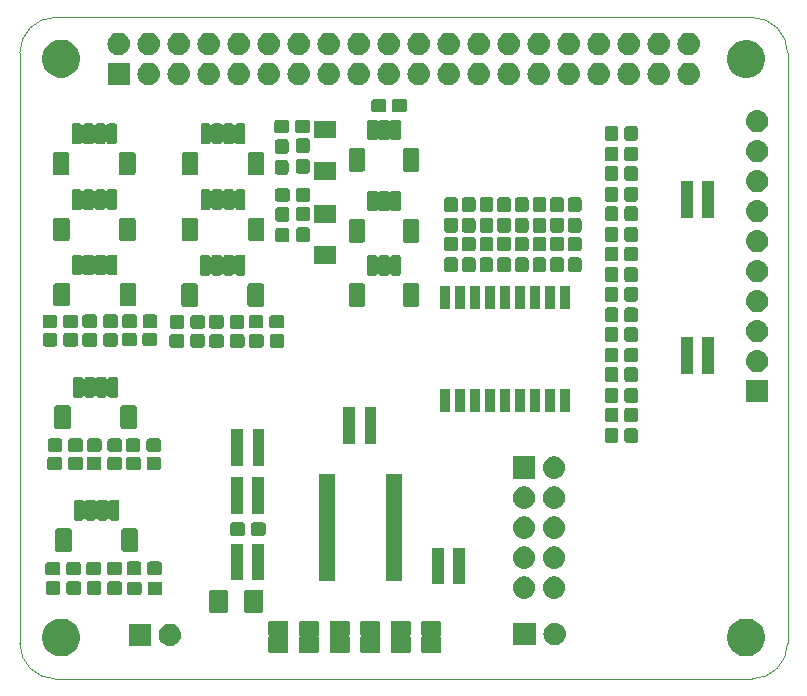
<source format=gbr>
%TF.GenerationSoftware,KiCad,Pcbnew,(5.0.1)-3*%
%TF.CreationDate,2019-03-06T13:22:50-05:00*%
%TF.ProjectId,reef-piHat,726565662D70694861742E6B69636164,rev?*%
%TF.SameCoordinates,Original*%
%TF.FileFunction,Soldermask,Top*%
%TF.FilePolarity,Negative*%
%FSLAX46Y46*%
G04 Gerber Fmt 4.6, Leading zero omitted, Abs format (unit mm)*
G04 Created by KiCad (PCBNEW (5.0.1)-3) date 3/6/2019 1:22:50 PM*
%MOMM*%
%LPD*%
G01*
G04 APERTURE LIST*
%ADD10C,0.100000*%
G04 APERTURE END LIST*
D10*
X78546356Y-63817611D02*
X78546356Y-113817611D01*
X78546356Y-63817611D02*
G75*
G02X81546356Y-60817611I3000000J0D01*
G01*
X140546356Y-60817611D02*
X81546356Y-60817611D01*
X140546356Y-60817611D02*
G75*
G02X143546356Y-63817611I0J-3000000D01*
G01*
X143546356Y-113817611D02*
X143546356Y-63817611D01*
X81546356Y-116817611D02*
G75*
G02X78546356Y-113817611I0J3000000D01*
G01*
X81546356Y-116817611D02*
X140546356Y-116817611D01*
X143546351Y-113822847D02*
G75*
G02X140546356Y-116817611I-2999995J5236D01*
G01*
G36*
X82506703Y-111781486D02*
X82797883Y-111902097D01*
X83059944Y-112077201D01*
X83282799Y-112300056D01*
X83457903Y-112562117D01*
X83578514Y-112853297D01*
X83640000Y-113162412D01*
X83640000Y-113477588D01*
X83578514Y-113786703D01*
X83457903Y-114077883D01*
X83282799Y-114339944D01*
X83059944Y-114562799D01*
X82797883Y-114737903D01*
X82506703Y-114858514D01*
X82197588Y-114920000D01*
X81882412Y-114920000D01*
X81573297Y-114858514D01*
X81282117Y-114737903D01*
X81020056Y-114562799D01*
X80797201Y-114339944D01*
X80622097Y-114077883D01*
X80501486Y-113786703D01*
X80440000Y-113477588D01*
X80440000Y-113162412D01*
X80501486Y-112853297D01*
X80622097Y-112562117D01*
X80797201Y-112300056D01*
X81020056Y-112077201D01*
X81282117Y-111902097D01*
X81573297Y-111781486D01*
X81882412Y-111720000D01*
X82197588Y-111720000D01*
X82506703Y-111781486D01*
X82506703Y-111781486D01*
G37*
G36*
X140496703Y-111771486D02*
X140787883Y-111892097D01*
X141049944Y-112067201D01*
X141272799Y-112290056D01*
X141447903Y-112552117D01*
X141568514Y-112843297D01*
X141630000Y-113152412D01*
X141630000Y-113467588D01*
X141568514Y-113776703D01*
X141447903Y-114067883D01*
X141272799Y-114329944D01*
X141049944Y-114552799D01*
X140787883Y-114727903D01*
X140496703Y-114848514D01*
X140187588Y-114910000D01*
X139872412Y-114910000D01*
X139563297Y-114848514D01*
X139272117Y-114727903D01*
X139010056Y-114552799D01*
X138787201Y-114329944D01*
X138612097Y-114067883D01*
X138491486Y-113776703D01*
X138430000Y-113467588D01*
X138430000Y-113152412D01*
X138491486Y-112843297D01*
X138612097Y-112552117D01*
X138787201Y-112290056D01*
X139010056Y-112067201D01*
X139272117Y-111892097D01*
X139563297Y-111771486D01*
X139872412Y-111710000D01*
X140187588Y-111710000D01*
X140496703Y-111771486D01*
X140496703Y-111771486D01*
G37*
G36*
X103797085Y-111949186D02*
X103815933Y-111954904D01*
X103833302Y-111964188D01*
X103848533Y-111976687D01*
X103861032Y-111991918D01*
X103870316Y-112009287D01*
X103876034Y-112028135D01*
X103878569Y-112053878D01*
X103878569Y-113041602D01*
X103876034Y-113067345D01*
X103870316Y-113086193D01*
X103861030Y-113103565D01*
X103848828Y-113118434D01*
X103835214Y-113138809D01*
X103825837Y-113161448D01*
X103821057Y-113185481D01*
X103821057Y-113209985D01*
X103825838Y-113234019D01*
X103835215Y-113256658D01*
X103848745Y-113276929D01*
X103861087Y-113292000D01*
X103870356Y-113309384D01*
X103876063Y-113328270D01*
X103878569Y-113353852D01*
X103878569Y-114491602D01*
X103876034Y-114517345D01*
X103870316Y-114536193D01*
X103861032Y-114553562D01*
X103848533Y-114568793D01*
X103833302Y-114581292D01*
X103815933Y-114590576D01*
X103797085Y-114596294D01*
X103771342Y-114598829D01*
X102283618Y-114598829D01*
X102257875Y-114596294D01*
X102239027Y-114590576D01*
X102221658Y-114581292D01*
X102206427Y-114568793D01*
X102193928Y-114553562D01*
X102184644Y-114536193D01*
X102178926Y-114517345D01*
X102176391Y-114491602D01*
X102176391Y-113353878D01*
X102178926Y-113328135D01*
X102184644Y-113309287D01*
X102193928Y-113291918D01*
X102193931Y-113291914D01*
X102206148Y-113277027D01*
X102219758Y-113256658D01*
X102229135Y-113234019D01*
X102233916Y-113209986D01*
X102233916Y-113185482D01*
X102229136Y-113161448D01*
X102219759Y-113138809D01*
X102206061Y-113118333D01*
X102193989Y-113103654D01*
X102184686Y-113086293D01*
X102184685Y-113086291D01*
X102178947Y-113067447D01*
X102176996Y-113047740D01*
X102176996Y-113047675D01*
X102176391Y-113041565D01*
X102176391Y-112053878D01*
X102178926Y-112028135D01*
X102184644Y-112009287D01*
X102193928Y-111991918D01*
X102206427Y-111976687D01*
X102221658Y-111964188D01*
X102239027Y-111954904D01*
X102257875Y-111949186D01*
X102283618Y-111946651D01*
X103771342Y-111946651D01*
X103797085Y-111949186D01*
X103797085Y-111949186D01*
G37*
G36*
X106387885Y-111949186D02*
X106406733Y-111954904D01*
X106424102Y-111964188D01*
X106439333Y-111976687D01*
X106451832Y-111991918D01*
X106461116Y-112009287D01*
X106466834Y-112028135D01*
X106469369Y-112053878D01*
X106469369Y-113041602D01*
X106466834Y-113067345D01*
X106461116Y-113086193D01*
X106451830Y-113103565D01*
X106439628Y-113118434D01*
X106426014Y-113138809D01*
X106416637Y-113161448D01*
X106411857Y-113185481D01*
X106411857Y-113209985D01*
X106416638Y-113234019D01*
X106426015Y-113256658D01*
X106439545Y-113276929D01*
X106451887Y-113292000D01*
X106461156Y-113309384D01*
X106466863Y-113328270D01*
X106469369Y-113353852D01*
X106469369Y-114491602D01*
X106466834Y-114517345D01*
X106461116Y-114536193D01*
X106451832Y-114553562D01*
X106439333Y-114568793D01*
X106424102Y-114581292D01*
X106406733Y-114590576D01*
X106387885Y-114596294D01*
X106362142Y-114598829D01*
X104874418Y-114598829D01*
X104848675Y-114596294D01*
X104829827Y-114590576D01*
X104812458Y-114581292D01*
X104797227Y-114568793D01*
X104784728Y-114553562D01*
X104775444Y-114536193D01*
X104769726Y-114517345D01*
X104767191Y-114491602D01*
X104767191Y-113353878D01*
X104769726Y-113328135D01*
X104775444Y-113309287D01*
X104784728Y-113291918D01*
X104784731Y-113291914D01*
X104796948Y-113277027D01*
X104810558Y-113256658D01*
X104819935Y-113234019D01*
X104824716Y-113209986D01*
X104824716Y-113185482D01*
X104819936Y-113161448D01*
X104810559Y-113138809D01*
X104796861Y-113118333D01*
X104784789Y-113103654D01*
X104775486Y-113086293D01*
X104775485Y-113086291D01*
X104769747Y-113067447D01*
X104767796Y-113047740D01*
X104767796Y-113047675D01*
X104767191Y-113041565D01*
X104767191Y-112053878D01*
X104769726Y-112028135D01*
X104775444Y-112009287D01*
X104784728Y-111991918D01*
X104797227Y-111976687D01*
X104812458Y-111964188D01*
X104829827Y-111954904D01*
X104848675Y-111949186D01*
X104874418Y-111946651D01*
X106362142Y-111946651D01*
X106387885Y-111949186D01*
X106387885Y-111949186D01*
G37*
G36*
X108978685Y-111949186D02*
X108997533Y-111954904D01*
X109014902Y-111964188D01*
X109030133Y-111976687D01*
X109042632Y-111991918D01*
X109051916Y-112009287D01*
X109057634Y-112028135D01*
X109060169Y-112053878D01*
X109060169Y-113041602D01*
X109057634Y-113067345D01*
X109051916Y-113086193D01*
X109042630Y-113103565D01*
X109030428Y-113118434D01*
X109016814Y-113138809D01*
X109007437Y-113161448D01*
X109002657Y-113185481D01*
X109002657Y-113209985D01*
X109007438Y-113234019D01*
X109016815Y-113256658D01*
X109030345Y-113276929D01*
X109042687Y-113292000D01*
X109051956Y-113309384D01*
X109057663Y-113328270D01*
X109060169Y-113353852D01*
X109060169Y-114491602D01*
X109057634Y-114517345D01*
X109051916Y-114536193D01*
X109042632Y-114553562D01*
X109030133Y-114568793D01*
X109014902Y-114581292D01*
X108997533Y-114590576D01*
X108978685Y-114596294D01*
X108952942Y-114598829D01*
X107465218Y-114598829D01*
X107439475Y-114596294D01*
X107420627Y-114590576D01*
X107403258Y-114581292D01*
X107388027Y-114568793D01*
X107375528Y-114553562D01*
X107366244Y-114536193D01*
X107360526Y-114517345D01*
X107357991Y-114491602D01*
X107357991Y-113353878D01*
X107360526Y-113328135D01*
X107366244Y-113309287D01*
X107375528Y-113291918D01*
X107375531Y-113291914D01*
X107387748Y-113277027D01*
X107401358Y-113256658D01*
X107410735Y-113234019D01*
X107415516Y-113209986D01*
X107415516Y-113185482D01*
X107410736Y-113161448D01*
X107401359Y-113138809D01*
X107387661Y-113118333D01*
X107375589Y-113103654D01*
X107366286Y-113086293D01*
X107366285Y-113086291D01*
X107360547Y-113067447D01*
X107358596Y-113047740D01*
X107358596Y-113047675D01*
X107357991Y-113041565D01*
X107357991Y-112053878D01*
X107360526Y-112028135D01*
X107366244Y-112009287D01*
X107375528Y-111991918D01*
X107388027Y-111976687D01*
X107403258Y-111964188D01*
X107420627Y-111954904D01*
X107439475Y-111949186D01*
X107465218Y-111946651D01*
X108952942Y-111946651D01*
X108978685Y-111949186D01*
X108978685Y-111949186D01*
G37*
G36*
X111569485Y-111949186D02*
X111588333Y-111954904D01*
X111605702Y-111964188D01*
X111620933Y-111976687D01*
X111633432Y-111991918D01*
X111642716Y-112009287D01*
X111648434Y-112028135D01*
X111650969Y-112053878D01*
X111650969Y-113041602D01*
X111648434Y-113067345D01*
X111642716Y-113086193D01*
X111633430Y-113103565D01*
X111621228Y-113118434D01*
X111607614Y-113138809D01*
X111598237Y-113161448D01*
X111593457Y-113185481D01*
X111593457Y-113209985D01*
X111598238Y-113234019D01*
X111607615Y-113256658D01*
X111621145Y-113276929D01*
X111633487Y-113292000D01*
X111642756Y-113309384D01*
X111648463Y-113328270D01*
X111650969Y-113353852D01*
X111650969Y-114491602D01*
X111648434Y-114517345D01*
X111642716Y-114536193D01*
X111633432Y-114553562D01*
X111620933Y-114568793D01*
X111605702Y-114581292D01*
X111588333Y-114590576D01*
X111569485Y-114596294D01*
X111543742Y-114598829D01*
X110056018Y-114598829D01*
X110030275Y-114596294D01*
X110011427Y-114590576D01*
X109994058Y-114581292D01*
X109978827Y-114568793D01*
X109966328Y-114553562D01*
X109957044Y-114536193D01*
X109951326Y-114517345D01*
X109948791Y-114491602D01*
X109948791Y-113353878D01*
X109951326Y-113328135D01*
X109957044Y-113309287D01*
X109966328Y-113291918D01*
X109966331Y-113291914D01*
X109978548Y-113277027D01*
X109992158Y-113256658D01*
X110001535Y-113234019D01*
X110006316Y-113209986D01*
X110006316Y-113185482D01*
X110001536Y-113161448D01*
X109992159Y-113138809D01*
X109978461Y-113118333D01*
X109966389Y-113103654D01*
X109957086Y-113086293D01*
X109957085Y-113086291D01*
X109951347Y-113067447D01*
X109949396Y-113047740D01*
X109949396Y-113047675D01*
X109948791Y-113041565D01*
X109948791Y-112053878D01*
X109951326Y-112028135D01*
X109957044Y-112009287D01*
X109966328Y-111991918D01*
X109978827Y-111976687D01*
X109994058Y-111964188D01*
X110011427Y-111954904D01*
X110030275Y-111949186D01*
X110056018Y-111946651D01*
X111543742Y-111946651D01*
X111569485Y-111949186D01*
X111569485Y-111949186D01*
G37*
G36*
X114134885Y-111949186D02*
X114153733Y-111954904D01*
X114171102Y-111964188D01*
X114186333Y-111976687D01*
X114198832Y-111991918D01*
X114208116Y-112009287D01*
X114213834Y-112028135D01*
X114216369Y-112053878D01*
X114216369Y-113041602D01*
X114213834Y-113067345D01*
X114208116Y-113086193D01*
X114198830Y-113103565D01*
X114186628Y-113118434D01*
X114173014Y-113138809D01*
X114163637Y-113161448D01*
X114158857Y-113185481D01*
X114158857Y-113209985D01*
X114163638Y-113234019D01*
X114173015Y-113256658D01*
X114186545Y-113276929D01*
X114198887Y-113292000D01*
X114208156Y-113309384D01*
X114213863Y-113328270D01*
X114216369Y-113353852D01*
X114216369Y-114491602D01*
X114213834Y-114517345D01*
X114208116Y-114536193D01*
X114198832Y-114553562D01*
X114186333Y-114568793D01*
X114171102Y-114581292D01*
X114153733Y-114590576D01*
X114134885Y-114596294D01*
X114109142Y-114598829D01*
X112621418Y-114598829D01*
X112595675Y-114596294D01*
X112576827Y-114590576D01*
X112559458Y-114581292D01*
X112544227Y-114568793D01*
X112531728Y-114553562D01*
X112522444Y-114536193D01*
X112516726Y-114517345D01*
X112514191Y-114491602D01*
X112514191Y-113353878D01*
X112516726Y-113328135D01*
X112522444Y-113309287D01*
X112531728Y-113291918D01*
X112531731Y-113291914D01*
X112543948Y-113277027D01*
X112557558Y-113256658D01*
X112566935Y-113234019D01*
X112571716Y-113209986D01*
X112571716Y-113185482D01*
X112566936Y-113161448D01*
X112557559Y-113138809D01*
X112543861Y-113118333D01*
X112531789Y-113103654D01*
X112522486Y-113086293D01*
X112522485Y-113086291D01*
X112516747Y-113067447D01*
X112514796Y-113047740D01*
X112514796Y-113047675D01*
X112514191Y-113041565D01*
X112514191Y-112053878D01*
X112516726Y-112028135D01*
X112522444Y-112009287D01*
X112531728Y-111991918D01*
X112544227Y-111976687D01*
X112559458Y-111964188D01*
X112576827Y-111954904D01*
X112595675Y-111949186D01*
X112621418Y-111946651D01*
X114109142Y-111946651D01*
X114134885Y-111949186D01*
X114134885Y-111949186D01*
G37*
G36*
X101206285Y-111949186D02*
X101225133Y-111954904D01*
X101242502Y-111964188D01*
X101257733Y-111976687D01*
X101270232Y-111991918D01*
X101279516Y-112009287D01*
X101285234Y-112028135D01*
X101287769Y-112053878D01*
X101287769Y-113041602D01*
X101285234Y-113067345D01*
X101279516Y-113086193D01*
X101270230Y-113103565D01*
X101258028Y-113118434D01*
X101244414Y-113138809D01*
X101235037Y-113161448D01*
X101230257Y-113185481D01*
X101230257Y-113209985D01*
X101235038Y-113234019D01*
X101244415Y-113256658D01*
X101257945Y-113276929D01*
X101270287Y-113292000D01*
X101279556Y-113309384D01*
X101285263Y-113328270D01*
X101287769Y-113353852D01*
X101287769Y-114491602D01*
X101285234Y-114517345D01*
X101279516Y-114536193D01*
X101270232Y-114553562D01*
X101257733Y-114568793D01*
X101242502Y-114581292D01*
X101225133Y-114590576D01*
X101206285Y-114596294D01*
X101180542Y-114598829D01*
X99692818Y-114598829D01*
X99667075Y-114596294D01*
X99648227Y-114590576D01*
X99630858Y-114581292D01*
X99615627Y-114568793D01*
X99603128Y-114553562D01*
X99593844Y-114536193D01*
X99588126Y-114517345D01*
X99585591Y-114491602D01*
X99585591Y-113353878D01*
X99588126Y-113328135D01*
X99593844Y-113309287D01*
X99603128Y-113291918D01*
X99603131Y-113291914D01*
X99615348Y-113277027D01*
X99628958Y-113256658D01*
X99638335Y-113234019D01*
X99643116Y-113209986D01*
X99643116Y-113185482D01*
X99638336Y-113161448D01*
X99628959Y-113138809D01*
X99615261Y-113118333D01*
X99603189Y-113103654D01*
X99593886Y-113086293D01*
X99593885Y-113086291D01*
X99588147Y-113067447D01*
X99586196Y-113047740D01*
X99586196Y-113047675D01*
X99585591Y-113041565D01*
X99585591Y-112053878D01*
X99588126Y-112028135D01*
X99593844Y-112009287D01*
X99603128Y-111991918D01*
X99615627Y-111976687D01*
X99630858Y-111964188D01*
X99648227Y-111954904D01*
X99667075Y-111949186D01*
X99692818Y-111946651D01*
X101180542Y-111946651D01*
X101206285Y-111949186D01*
X101206285Y-111949186D01*
G37*
G36*
X89659500Y-114043500D02*
X87759500Y-114043500D01*
X87759500Y-112143500D01*
X89659500Y-112143500D01*
X89659500Y-114043500D01*
X89659500Y-114043500D01*
G37*
G36*
X91365948Y-112150373D02*
X91435732Y-112157246D01*
X91525270Y-112184407D01*
X91614809Y-112211568D01*
X91779847Y-112299783D01*
X91924501Y-112418499D01*
X92043217Y-112563153D01*
X92131432Y-112728191D01*
X92131432Y-112728192D01*
X92185754Y-112907268D01*
X92204096Y-113093500D01*
X92185754Y-113279732D01*
X92171039Y-113328240D01*
X92131432Y-113458809D01*
X92043217Y-113623847D01*
X91924501Y-113768501D01*
X91779847Y-113887217D01*
X91614809Y-113975432D01*
X91525270Y-114002593D01*
X91435732Y-114029754D01*
X91365948Y-114036627D01*
X91296166Y-114043500D01*
X91202834Y-114043500D01*
X91133052Y-114036627D01*
X91063268Y-114029754D01*
X90973730Y-114002593D01*
X90884191Y-113975432D01*
X90719153Y-113887217D01*
X90574499Y-113768501D01*
X90455783Y-113623847D01*
X90367568Y-113458809D01*
X90327961Y-113328240D01*
X90313246Y-113279732D01*
X90294904Y-113093500D01*
X90313246Y-112907268D01*
X90367568Y-112728192D01*
X90367568Y-112728191D01*
X90455783Y-112563153D01*
X90574499Y-112418499D01*
X90719153Y-112299783D01*
X90884191Y-112211568D01*
X90973730Y-112184407D01*
X91063268Y-112157246D01*
X91133052Y-112150373D01*
X91202834Y-112143500D01*
X91296166Y-112143500D01*
X91365948Y-112150373D01*
X91365948Y-112150373D01*
G37*
G36*
X123928214Y-112077199D02*
X124018852Y-112086126D01*
X124108390Y-112113287D01*
X124197929Y-112140448D01*
X124362967Y-112228663D01*
X124507621Y-112347379D01*
X124626337Y-112492033D01*
X124714552Y-112657071D01*
X124714552Y-112657072D01*
X124768874Y-112836148D01*
X124787216Y-113022380D01*
X124768874Y-113208612D01*
X124768457Y-113209986D01*
X124714552Y-113387689D01*
X124626337Y-113552727D01*
X124507621Y-113697381D01*
X124362967Y-113816097D01*
X124197929Y-113904312D01*
X124108390Y-113931473D01*
X124018852Y-113958634D01*
X123949068Y-113965507D01*
X123879286Y-113972380D01*
X123785954Y-113972380D01*
X123716172Y-113965507D01*
X123646388Y-113958634D01*
X123556850Y-113931473D01*
X123467311Y-113904312D01*
X123302273Y-113816097D01*
X123157619Y-113697381D01*
X123038903Y-113552727D01*
X122950688Y-113387689D01*
X122896783Y-113209986D01*
X122896366Y-113208612D01*
X122878024Y-113022380D01*
X122896366Y-112836148D01*
X122950688Y-112657072D01*
X122950688Y-112657071D01*
X123038903Y-112492033D01*
X123157619Y-112347379D01*
X123302273Y-112228663D01*
X123467311Y-112140448D01*
X123556850Y-112113287D01*
X123646388Y-112086126D01*
X123737026Y-112077199D01*
X123785954Y-112072380D01*
X123879286Y-112072380D01*
X123928214Y-112077199D01*
X123928214Y-112077199D01*
G37*
G36*
X122242620Y-113972380D02*
X120342620Y-113972380D01*
X120342620Y-112072380D01*
X122242620Y-112072380D01*
X122242620Y-113972380D01*
X122242620Y-113972380D01*
G37*
G36*
X96014404Y-109278212D02*
X96052548Y-109289783D01*
X96087700Y-109308572D01*
X96118517Y-109333863D01*
X96143808Y-109364680D01*
X96162597Y-109399832D01*
X96174168Y-109437976D01*
X96178680Y-109483789D01*
X96178680Y-111013611D01*
X96174168Y-111059424D01*
X96162597Y-111097568D01*
X96143808Y-111132720D01*
X96118517Y-111163537D01*
X96087700Y-111188828D01*
X96052548Y-111207617D01*
X96014404Y-111219188D01*
X95968591Y-111223700D01*
X94763769Y-111223700D01*
X94717956Y-111219188D01*
X94679812Y-111207617D01*
X94644660Y-111188828D01*
X94613843Y-111163537D01*
X94588552Y-111132720D01*
X94569763Y-111097568D01*
X94558192Y-111059424D01*
X94553680Y-111013611D01*
X94553680Y-109483789D01*
X94558192Y-109437976D01*
X94569763Y-109399832D01*
X94588552Y-109364680D01*
X94613843Y-109333863D01*
X94644660Y-109308572D01*
X94679812Y-109289783D01*
X94717956Y-109278212D01*
X94763769Y-109273700D01*
X95968591Y-109273700D01*
X96014404Y-109278212D01*
X96014404Y-109278212D01*
G37*
G36*
X98989404Y-109278212D02*
X99027548Y-109289783D01*
X99062700Y-109308572D01*
X99093517Y-109333863D01*
X99118808Y-109364680D01*
X99137597Y-109399832D01*
X99149168Y-109437976D01*
X99153680Y-109483789D01*
X99153680Y-111013611D01*
X99149168Y-111059424D01*
X99137597Y-111097568D01*
X99118808Y-111132720D01*
X99093517Y-111163537D01*
X99062700Y-111188828D01*
X99027548Y-111207617D01*
X98989404Y-111219188D01*
X98943591Y-111223700D01*
X97738769Y-111223700D01*
X97692956Y-111219188D01*
X97654812Y-111207617D01*
X97619660Y-111188828D01*
X97588843Y-111163537D01*
X97563552Y-111132720D01*
X97544763Y-111097568D01*
X97533192Y-111059424D01*
X97528680Y-111013611D01*
X97528680Y-109483789D01*
X97533192Y-109437976D01*
X97544763Y-109399832D01*
X97563552Y-109364680D01*
X97588843Y-109333863D01*
X97619660Y-109308572D01*
X97654812Y-109289783D01*
X97692956Y-109278212D01*
X97738769Y-109273700D01*
X98943591Y-109273700D01*
X98989404Y-109278212D01*
X98989404Y-109278212D01*
G37*
G36*
X121345568Y-108142253D02*
X121415352Y-108149126D01*
X121504890Y-108176287D01*
X121594429Y-108203448D01*
X121759467Y-108291663D01*
X121904121Y-108410379D01*
X122022837Y-108555033D01*
X122111052Y-108720071D01*
X122129116Y-108779620D01*
X122165374Y-108899148D01*
X122183716Y-109085380D01*
X122165374Y-109271612D01*
X122154162Y-109308572D01*
X122111052Y-109450689D01*
X122022837Y-109615727D01*
X121904121Y-109760381D01*
X121759467Y-109879097D01*
X121594429Y-109967312D01*
X121504890Y-109994473D01*
X121415352Y-110021634D01*
X121275786Y-110035380D01*
X121182454Y-110035380D01*
X121042888Y-110021634D01*
X120953350Y-109994473D01*
X120863811Y-109967312D01*
X120698773Y-109879097D01*
X120554119Y-109760381D01*
X120435403Y-109615727D01*
X120347188Y-109450689D01*
X120304078Y-109308572D01*
X120292866Y-109271612D01*
X120274524Y-109085380D01*
X120292866Y-108899148D01*
X120329124Y-108779620D01*
X120347188Y-108720071D01*
X120435403Y-108555033D01*
X120554119Y-108410379D01*
X120698773Y-108291663D01*
X120863811Y-108203448D01*
X120953350Y-108176287D01*
X121042888Y-108149126D01*
X121112672Y-108142253D01*
X121182454Y-108135380D01*
X121275786Y-108135380D01*
X121345568Y-108142253D01*
X121345568Y-108142253D01*
G37*
G36*
X123885568Y-108142253D02*
X123955352Y-108149126D01*
X124044890Y-108176287D01*
X124134429Y-108203448D01*
X124299467Y-108291663D01*
X124444121Y-108410379D01*
X124562837Y-108555033D01*
X124651052Y-108720071D01*
X124669116Y-108779620D01*
X124705374Y-108899148D01*
X124723716Y-109085380D01*
X124705374Y-109271612D01*
X124694162Y-109308572D01*
X124651052Y-109450689D01*
X124562837Y-109615727D01*
X124444121Y-109760381D01*
X124299467Y-109879097D01*
X124134429Y-109967312D01*
X124044890Y-109994473D01*
X123955352Y-110021634D01*
X123815786Y-110035380D01*
X123722454Y-110035380D01*
X123582888Y-110021634D01*
X123493350Y-109994473D01*
X123403811Y-109967312D01*
X123238773Y-109879097D01*
X123094119Y-109760381D01*
X122975403Y-109615727D01*
X122887188Y-109450689D01*
X122844078Y-109308572D01*
X122832866Y-109271612D01*
X122814524Y-109085380D01*
X122832866Y-108899148D01*
X122869124Y-108779620D01*
X122887188Y-108720071D01*
X122975403Y-108555033D01*
X123094119Y-108410379D01*
X123238773Y-108291663D01*
X123403811Y-108203448D01*
X123493350Y-108176287D01*
X123582888Y-108149126D01*
X123652672Y-108142253D01*
X123722454Y-108135380D01*
X123815786Y-108135380D01*
X123885568Y-108142253D01*
X123885568Y-108142253D01*
G37*
G36*
X90428359Y-108586416D02*
X90470450Y-108599185D01*
X90509246Y-108619922D01*
X90543251Y-108647829D01*
X90571158Y-108681834D01*
X90591895Y-108720630D01*
X90604664Y-108762721D01*
X90609580Y-108812640D01*
X90609580Y-109500360D01*
X90604664Y-109550279D01*
X90591895Y-109592370D01*
X90571158Y-109631166D01*
X90543251Y-109665171D01*
X90509246Y-109693078D01*
X90470450Y-109713815D01*
X90428359Y-109726584D01*
X90378440Y-109731500D01*
X89590720Y-109731500D01*
X89540801Y-109726584D01*
X89498710Y-109713815D01*
X89459914Y-109693078D01*
X89425909Y-109665171D01*
X89398002Y-109631166D01*
X89377265Y-109592370D01*
X89364496Y-109550279D01*
X89359580Y-109500360D01*
X89359580Y-108812640D01*
X89364496Y-108762721D01*
X89377265Y-108720630D01*
X89398002Y-108681834D01*
X89425909Y-108647829D01*
X89459914Y-108619922D01*
X89498710Y-108599185D01*
X89540801Y-108586416D01*
X89590720Y-108581500D01*
X90378440Y-108581500D01*
X90428359Y-108586416D01*
X90428359Y-108586416D01*
G37*
G36*
X88678359Y-108586416D02*
X88720450Y-108599185D01*
X88759246Y-108619922D01*
X88793251Y-108647829D01*
X88821158Y-108681834D01*
X88841895Y-108720630D01*
X88854664Y-108762721D01*
X88859580Y-108812640D01*
X88859580Y-109500360D01*
X88854664Y-109550279D01*
X88841895Y-109592370D01*
X88821158Y-109631166D01*
X88793251Y-109665171D01*
X88759246Y-109693078D01*
X88720450Y-109713815D01*
X88678359Y-109726584D01*
X88628440Y-109731500D01*
X87840720Y-109731500D01*
X87790801Y-109726584D01*
X87748710Y-109713815D01*
X87709914Y-109693078D01*
X87675909Y-109665171D01*
X87648002Y-109631166D01*
X87627265Y-109592370D01*
X87614496Y-109550279D01*
X87609580Y-109500360D01*
X87609580Y-108812640D01*
X87614496Y-108762721D01*
X87627265Y-108720630D01*
X87648002Y-108681834D01*
X87675909Y-108647829D01*
X87709914Y-108619922D01*
X87748710Y-108599185D01*
X87790801Y-108586416D01*
X87840720Y-108581500D01*
X88628440Y-108581500D01*
X88678359Y-108586416D01*
X88678359Y-108586416D01*
G37*
G36*
X81803819Y-108561016D02*
X81845910Y-108573785D01*
X81884706Y-108594522D01*
X81918711Y-108622429D01*
X81946618Y-108656434D01*
X81967355Y-108695230D01*
X81980124Y-108737321D01*
X81985040Y-108787240D01*
X81985040Y-109474960D01*
X81980124Y-109524879D01*
X81967355Y-109566970D01*
X81946618Y-109605766D01*
X81918711Y-109639771D01*
X81884706Y-109667678D01*
X81845910Y-109688415D01*
X81803819Y-109701184D01*
X81753900Y-109706100D01*
X80966180Y-109706100D01*
X80916261Y-109701184D01*
X80874170Y-109688415D01*
X80835374Y-109667678D01*
X80801369Y-109639771D01*
X80773462Y-109605766D01*
X80752725Y-109566970D01*
X80739956Y-109524879D01*
X80735040Y-109474960D01*
X80735040Y-108787240D01*
X80739956Y-108737321D01*
X80752725Y-108695230D01*
X80773462Y-108656434D01*
X80801369Y-108622429D01*
X80835374Y-108594522D01*
X80874170Y-108573785D01*
X80916261Y-108561016D01*
X80966180Y-108556100D01*
X81753900Y-108556100D01*
X81803819Y-108561016D01*
X81803819Y-108561016D01*
G37*
G36*
X83553819Y-108561016D02*
X83595910Y-108573785D01*
X83634706Y-108594522D01*
X83668711Y-108622429D01*
X83696618Y-108656434D01*
X83717355Y-108695230D01*
X83730124Y-108737321D01*
X83735040Y-108787240D01*
X83735040Y-109474960D01*
X83730124Y-109524879D01*
X83717355Y-109566970D01*
X83696618Y-109605766D01*
X83668711Y-109639771D01*
X83634706Y-109667678D01*
X83595910Y-109688415D01*
X83553819Y-109701184D01*
X83503900Y-109706100D01*
X82716180Y-109706100D01*
X82666261Y-109701184D01*
X82624170Y-109688415D01*
X82585374Y-109667678D01*
X82551369Y-109639771D01*
X82523462Y-109605766D01*
X82502725Y-109566970D01*
X82489956Y-109524879D01*
X82485040Y-109474960D01*
X82485040Y-108787240D01*
X82489956Y-108737321D01*
X82502725Y-108695230D01*
X82523462Y-108656434D01*
X82551369Y-108622429D01*
X82585374Y-108594522D01*
X82624170Y-108573785D01*
X82666261Y-108561016D01*
X82716180Y-108556100D01*
X83503900Y-108556100D01*
X83553819Y-108561016D01*
X83553819Y-108561016D01*
G37*
G36*
X85263299Y-108553396D02*
X85305390Y-108566165D01*
X85344186Y-108586902D01*
X85378191Y-108614809D01*
X85406098Y-108648814D01*
X85426835Y-108687610D01*
X85439604Y-108729701D01*
X85444520Y-108779620D01*
X85444520Y-109467340D01*
X85439604Y-109517259D01*
X85426835Y-109559350D01*
X85406098Y-109598146D01*
X85378191Y-109632151D01*
X85344186Y-109660058D01*
X85305390Y-109680795D01*
X85263299Y-109693564D01*
X85213380Y-109698480D01*
X84425660Y-109698480D01*
X84375741Y-109693564D01*
X84333650Y-109680795D01*
X84294854Y-109660058D01*
X84260849Y-109632151D01*
X84232942Y-109598146D01*
X84212205Y-109559350D01*
X84199436Y-109517259D01*
X84194520Y-109467340D01*
X84194520Y-108779620D01*
X84199436Y-108729701D01*
X84212205Y-108687610D01*
X84232942Y-108648814D01*
X84260849Y-108614809D01*
X84294854Y-108586902D01*
X84333650Y-108566165D01*
X84375741Y-108553396D01*
X84425660Y-108548480D01*
X85213380Y-108548480D01*
X85263299Y-108553396D01*
X85263299Y-108553396D01*
G37*
G36*
X87013299Y-108553396D02*
X87055390Y-108566165D01*
X87094186Y-108586902D01*
X87128191Y-108614809D01*
X87156098Y-108648814D01*
X87176835Y-108687610D01*
X87189604Y-108729701D01*
X87194520Y-108779620D01*
X87194520Y-109467340D01*
X87189604Y-109517259D01*
X87176835Y-109559350D01*
X87156098Y-109598146D01*
X87128191Y-109632151D01*
X87094186Y-109660058D01*
X87055390Y-109680795D01*
X87013299Y-109693564D01*
X86963380Y-109698480D01*
X86175660Y-109698480D01*
X86125741Y-109693564D01*
X86083650Y-109680795D01*
X86044854Y-109660058D01*
X86010849Y-109632151D01*
X85982942Y-109598146D01*
X85962205Y-109559350D01*
X85949436Y-109517259D01*
X85944520Y-109467340D01*
X85944520Y-108779620D01*
X85949436Y-108729701D01*
X85962205Y-108687610D01*
X85982942Y-108648814D01*
X86010849Y-108614809D01*
X86044854Y-108586902D01*
X86083650Y-108566165D01*
X86125741Y-108553396D01*
X86175660Y-108548480D01*
X86963380Y-108548480D01*
X87013299Y-108553396D01*
X87013299Y-108553396D01*
G37*
G36*
X114422400Y-108810540D02*
X113422400Y-108810540D01*
X113422400Y-105710540D01*
X114422400Y-105710540D01*
X114422400Y-108810540D01*
X114422400Y-108810540D01*
G37*
G36*
X116222400Y-108810540D02*
X115222400Y-108810540D01*
X115222400Y-105710540D01*
X116222400Y-105710540D01*
X116222400Y-108810540D01*
X116222400Y-108810540D01*
G37*
G36*
X105191200Y-108512600D02*
X103891200Y-108512600D01*
X103891200Y-99462600D01*
X105191200Y-99462600D01*
X105191200Y-108512600D01*
X105191200Y-108512600D01*
G37*
G36*
X110891200Y-108512600D02*
X109591200Y-108512600D01*
X109591200Y-99462600D01*
X110891200Y-99462600D01*
X110891200Y-108512600D01*
X110891200Y-108512600D01*
G37*
G36*
X99201000Y-108490200D02*
X98201000Y-108490200D01*
X98201000Y-105390200D01*
X99201000Y-105390200D01*
X99201000Y-108490200D01*
X99201000Y-108490200D01*
G37*
G36*
X97401000Y-108490200D02*
X96401000Y-108490200D01*
X96401000Y-105390200D01*
X97401000Y-105390200D01*
X97401000Y-108490200D01*
X97401000Y-108490200D01*
G37*
G36*
X81782259Y-106922716D02*
X81824350Y-106935485D01*
X81863146Y-106956222D01*
X81897151Y-106984129D01*
X81925058Y-107018134D01*
X81945795Y-107056930D01*
X81958564Y-107099021D01*
X81963480Y-107148940D01*
X81963480Y-107836660D01*
X81958564Y-107886579D01*
X81945795Y-107928670D01*
X81925058Y-107967466D01*
X81897151Y-108001471D01*
X81863146Y-108029378D01*
X81824350Y-108050115D01*
X81782259Y-108062884D01*
X81732340Y-108067800D01*
X80944620Y-108067800D01*
X80894701Y-108062884D01*
X80852610Y-108050115D01*
X80813814Y-108029378D01*
X80779809Y-108001471D01*
X80751902Y-107967466D01*
X80731165Y-107928670D01*
X80718396Y-107886579D01*
X80713480Y-107836660D01*
X80713480Y-107148940D01*
X80718396Y-107099021D01*
X80731165Y-107056930D01*
X80751902Y-107018134D01*
X80779809Y-106984129D01*
X80813814Y-106956222D01*
X80852610Y-106935485D01*
X80894701Y-106922716D01*
X80944620Y-106917800D01*
X81732340Y-106917800D01*
X81782259Y-106922716D01*
X81782259Y-106922716D01*
G37*
G36*
X83532259Y-106922716D02*
X83574350Y-106935485D01*
X83613146Y-106956222D01*
X83647151Y-106984129D01*
X83675058Y-107018134D01*
X83695795Y-107056930D01*
X83708564Y-107099021D01*
X83713480Y-107148940D01*
X83713480Y-107836660D01*
X83708564Y-107886579D01*
X83695795Y-107928670D01*
X83675058Y-107967466D01*
X83647151Y-108001471D01*
X83613146Y-108029378D01*
X83574350Y-108050115D01*
X83532259Y-108062884D01*
X83482340Y-108067800D01*
X82694620Y-108067800D01*
X82644701Y-108062884D01*
X82602610Y-108050115D01*
X82563814Y-108029378D01*
X82529809Y-108001471D01*
X82501902Y-107967466D01*
X82481165Y-107928670D01*
X82468396Y-107886579D01*
X82463480Y-107836660D01*
X82463480Y-107148940D01*
X82468396Y-107099021D01*
X82481165Y-107056930D01*
X82501902Y-107018134D01*
X82529809Y-106984129D01*
X82563814Y-106956222D01*
X82602610Y-106935485D01*
X82644701Y-106922716D01*
X82694620Y-106917800D01*
X83482340Y-106917800D01*
X83532259Y-106922716D01*
X83532259Y-106922716D01*
G37*
G36*
X86994219Y-106904936D02*
X87036310Y-106917705D01*
X87075106Y-106938442D01*
X87109111Y-106966349D01*
X87137018Y-107000354D01*
X87157755Y-107039150D01*
X87170524Y-107081241D01*
X87175440Y-107131160D01*
X87175440Y-107818880D01*
X87170524Y-107868799D01*
X87157755Y-107910890D01*
X87137018Y-107949686D01*
X87109111Y-107983691D01*
X87075106Y-108011598D01*
X87036310Y-108032335D01*
X86994219Y-108045104D01*
X86944300Y-108050020D01*
X86156580Y-108050020D01*
X86106661Y-108045104D01*
X86064570Y-108032335D01*
X86025774Y-108011598D01*
X85991769Y-107983691D01*
X85963862Y-107949686D01*
X85943125Y-107910890D01*
X85930356Y-107868799D01*
X85925440Y-107818880D01*
X85925440Y-107131160D01*
X85930356Y-107081241D01*
X85943125Y-107039150D01*
X85963862Y-107000354D01*
X85991769Y-106966349D01*
X86025774Y-106938442D01*
X86064570Y-106917705D01*
X86106661Y-106904936D01*
X86156580Y-106900020D01*
X86944300Y-106900020D01*
X86994219Y-106904936D01*
X86994219Y-106904936D01*
G37*
G36*
X85244219Y-106904936D02*
X85286310Y-106917705D01*
X85325106Y-106938442D01*
X85359111Y-106966349D01*
X85387018Y-107000354D01*
X85407755Y-107039150D01*
X85420524Y-107081241D01*
X85425440Y-107131160D01*
X85425440Y-107818880D01*
X85420524Y-107868799D01*
X85407755Y-107910890D01*
X85387018Y-107949686D01*
X85359111Y-107983691D01*
X85325106Y-108011598D01*
X85286310Y-108032335D01*
X85244219Y-108045104D01*
X85194300Y-108050020D01*
X84406580Y-108050020D01*
X84356661Y-108045104D01*
X84314570Y-108032335D01*
X84275774Y-108011598D01*
X84241769Y-107983691D01*
X84213862Y-107949686D01*
X84193125Y-107910890D01*
X84180356Y-107868799D01*
X84175440Y-107818880D01*
X84175440Y-107131160D01*
X84180356Y-107081241D01*
X84193125Y-107039150D01*
X84213862Y-107000354D01*
X84241769Y-106966349D01*
X84275774Y-106938442D01*
X84314570Y-106917705D01*
X84356661Y-106904936D01*
X84406580Y-106900020D01*
X85194300Y-106900020D01*
X85244219Y-106904936D01*
X85244219Y-106904936D01*
G37*
G36*
X90405499Y-106884616D02*
X90447590Y-106897385D01*
X90486386Y-106918122D01*
X90520391Y-106946029D01*
X90548298Y-106980034D01*
X90569035Y-107018830D01*
X90581804Y-107060921D01*
X90586720Y-107110840D01*
X90586720Y-107798560D01*
X90581804Y-107848479D01*
X90569035Y-107890570D01*
X90548298Y-107929366D01*
X90520391Y-107963371D01*
X90486386Y-107991278D01*
X90447590Y-108012015D01*
X90405499Y-108024784D01*
X90355580Y-108029700D01*
X89567860Y-108029700D01*
X89517941Y-108024784D01*
X89475850Y-108012015D01*
X89437054Y-107991278D01*
X89403049Y-107963371D01*
X89375142Y-107929366D01*
X89354405Y-107890570D01*
X89341636Y-107848479D01*
X89336720Y-107798560D01*
X89336720Y-107110840D01*
X89341636Y-107060921D01*
X89354405Y-107018830D01*
X89375142Y-106980034D01*
X89403049Y-106946029D01*
X89437054Y-106918122D01*
X89475850Y-106897385D01*
X89517941Y-106884616D01*
X89567860Y-106879700D01*
X90355580Y-106879700D01*
X90405499Y-106884616D01*
X90405499Y-106884616D01*
G37*
G36*
X88655499Y-106884616D02*
X88697590Y-106897385D01*
X88736386Y-106918122D01*
X88770391Y-106946029D01*
X88798298Y-106980034D01*
X88819035Y-107018830D01*
X88831804Y-107060921D01*
X88836720Y-107110840D01*
X88836720Y-107798560D01*
X88831804Y-107848479D01*
X88819035Y-107890570D01*
X88798298Y-107929366D01*
X88770391Y-107963371D01*
X88736386Y-107991278D01*
X88697590Y-108012015D01*
X88655499Y-108024784D01*
X88605580Y-108029700D01*
X87817860Y-108029700D01*
X87767941Y-108024784D01*
X87725850Y-108012015D01*
X87687054Y-107991278D01*
X87653049Y-107963371D01*
X87625142Y-107929366D01*
X87604405Y-107890570D01*
X87591636Y-107848479D01*
X87586720Y-107798560D01*
X87586720Y-107110840D01*
X87591636Y-107060921D01*
X87604405Y-107018830D01*
X87625142Y-106980034D01*
X87653049Y-106946029D01*
X87687054Y-106918122D01*
X87725850Y-106897385D01*
X87767941Y-106884616D01*
X87817860Y-106879700D01*
X88605580Y-106879700D01*
X88655499Y-106884616D01*
X88655499Y-106884616D01*
G37*
G36*
X121415352Y-105609126D02*
X121504890Y-105636287D01*
X121594429Y-105663448D01*
X121759467Y-105751663D01*
X121904121Y-105870379D01*
X122022837Y-106015033D01*
X122111052Y-106180071D01*
X122165374Y-106359149D01*
X122183716Y-106545380D01*
X122165374Y-106731611D01*
X122111052Y-106910689D01*
X122022837Y-107075727D01*
X121904121Y-107220381D01*
X121759467Y-107339097D01*
X121594429Y-107427312D01*
X121504890Y-107454473D01*
X121415352Y-107481634D01*
X121275786Y-107495380D01*
X121182454Y-107495380D01*
X121042888Y-107481634D01*
X120953350Y-107454473D01*
X120863811Y-107427312D01*
X120698773Y-107339097D01*
X120554119Y-107220381D01*
X120435403Y-107075727D01*
X120347188Y-106910689D01*
X120292866Y-106731611D01*
X120274524Y-106545380D01*
X120292866Y-106359149D01*
X120347188Y-106180071D01*
X120435403Y-106015033D01*
X120554119Y-105870379D01*
X120698773Y-105751663D01*
X120863811Y-105663448D01*
X120953350Y-105636287D01*
X121042888Y-105609126D01*
X121182454Y-105595380D01*
X121275786Y-105595380D01*
X121415352Y-105609126D01*
X121415352Y-105609126D01*
G37*
G36*
X123955352Y-105609126D02*
X124044890Y-105636287D01*
X124134429Y-105663448D01*
X124299467Y-105751663D01*
X124444121Y-105870379D01*
X124562837Y-106015033D01*
X124651052Y-106180071D01*
X124705374Y-106359149D01*
X124723716Y-106545380D01*
X124705374Y-106731611D01*
X124651052Y-106910689D01*
X124562837Y-107075727D01*
X124444121Y-107220381D01*
X124299467Y-107339097D01*
X124134429Y-107427312D01*
X124044890Y-107454473D01*
X123955352Y-107481634D01*
X123815786Y-107495380D01*
X123722454Y-107495380D01*
X123582888Y-107481634D01*
X123493350Y-107454473D01*
X123403811Y-107427312D01*
X123238773Y-107339097D01*
X123094119Y-107220381D01*
X122975403Y-107075727D01*
X122887188Y-106910689D01*
X122832866Y-106731611D01*
X122814524Y-106545380D01*
X122832866Y-106359149D01*
X122887188Y-106180071D01*
X122975403Y-106015033D01*
X123094119Y-105870379D01*
X123238773Y-105751663D01*
X123403811Y-105663448D01*
X123493350Y-105636287D01*
X123582888Y-105609126D01*
X123722454Y-105595380D01*
X123815786Y-105595380D01*
X123955352Y-105609126D01*
X123955352Y-105609126D01*
G37*
G36*
X88369707Y-104066816D02*
X88410632Y-104079230D01*
X88448344Y-104099388D01*
X88481402Y-104126518D01*
X88508532Y-104159576D01*
X88528690Y-104197288D01*
X88541104Y-104238213D01*
X88545900Y-104286909D01*
X88545900Y-105837131D01*
X88541104Y-105885827D01*
X88528690Y-105926752D01*
X88508532Y-105964464D01*
X88481402Y-105997522D01*
X88448344Y-106024652D01*
X88410632Y-106044810D01*
X88369707Y-106057224D01*
X88321011Y-106062020D01*
X87370789Y-106062020D01*
X87322093Y-106057224D01*
X87281168Y-106044810D01*
X87243456Y-106024652D01*
X87210398Y-105997522D01*
X87183268Y-105964464D01*
X87163110Y-105926752D01*
X87150696Y-105885827D01*
X87145900Y-105837131D01*
X87145900Y-104286909D01*
X87150696Y-104238213D01*
X87163110Y-104197288D01*
X87183268Y-104159576D01*
X87210398Y-104126518D01*
X87243456Y-104099388D01*
X87281168Y-104079230D01*
X87322093Y-104066816D01*
X87370789Y-104062020D01*
X88321011Y-104062020D01*
X88369707Y-104066816D01*
X88369707Y-104066816D01*
G37*
G36*
X82769707Y-104066816D02*
X82810632Y-104079230D01*
X82848344Y-104099388D01*
X82881402Y-104126518D01*
X82908532Y-104159576D01*
X82928690Y-104197288D01*
X82941104Y-104238213D01*
X82945900Y-104286909D01*
X82945900Y-105837131D01*
X82941104Y-105885827D01*
X82928690Y-105926752D01*
X82908532Y-105964464D01*
X82881402Y-105997522D01*
X82848344Y-106024652D01*
X82810632Y-106044810D01*
X82769707Y-106057224D01*
X82721011Y-106062020D01*
X81770789Y-106062020D01*
X81722093Y-106057224D01*
X81681168Y-106044810D01*
X81643456Y-106024652D01*
X81610398Y-105997522D01*
X81583268Y-105964464D01*
X81563110Y-105926752D01*
X81550696Y-105885827D01*
X81545900Y-105837131D01*
X81545900Y-104286909D01*
X81550696Y-104238213D01*
X81563110Y-104197288D01*
X81583268Y-104159576D01*
X81610398Y-104126518D01*
X81643456Y-104099388D01*
X81681168Y-104079230D01*
X81722093Y-104066816D01*
X81770789Y-104062020D01*
X82721011Y-104062020D01*
X82769707Y-104066816D01*
X82769707Y-104066816D01*
G37*
G36*
X121345568Y-103062253D02*
X121415352Y-103069126D01*
X121504890Y-103096287D01*
X121594429Y-103123448D01*
X121759467Y-103211663D01*
X121904121Y-103330379D01*
X122022837Y-103475033D01*
X122111052Y-103640071D01*
X122111052Y-103640072D01*
X122165374Y-103819148D01*
X122183716Y-104005380D01*
X122176443Y-104079230D01*
X122165374Y-104191611D01*
X122111052Y-104370689D01*
X122022837Y-104535727D01*
X121904121Y-104680381D01*
X121759467Y-104799097D01*
X121594429Y-104887312D01*
X121504890Y-104914473D01*
X121415352Y-104941634D01*
X121275786Y-104955380D01*
X121182454Y-104955380D01*
X121042888Y-104941634D01*
X120953350Y-104914473D01*
X120863811Y-104887312D01*
X120698773Y-104799097D01*
X120554119Y-104680381D01*
X120435403Y-104535727D01*
X120347188Y-104370689D01*
X120292866Y-104191611D01*
X120281798Y-104079230D01*
X120274524Y-104005380D01*
X120292866Y-103819148D01*
X120347188Y-103640072D01*
X120347188Y-103640071D01*
X120435403Y-103475033D01*
X120554119Y-103330379D01*
X120698773Y-103211663D01*
X120863811Y-103123448D01*
X120953350Y-103096287D01*
X121042888Y-103069126D01*
X121112672Y-103062253D01*
X121182454Y-103055380D01*
X121275786Y-103055380D01*
X121345568Y-103062253D01*
X121345568Y-103062253D01*
G37*
G36*
X123885568Y-103062253D02*
X123955352Y-103069126D01*
X124044890Y-103096287D01*
X124134429Y-103123448D01*
X124299467Y-103211663D01*
X124444121Y-103330379D01*
X124562837Y-103475033D01*
X124651052Y-103640071D01*
X124651052Y-103640072D01*
X124705374Y-103819148D01*
X124723716Y-104005380D01*
X124716443Y-104079230D01*
X124705374Y-104191611D01*
X124651052Y-104370689D01*
X124562837Y-104535727D01*
X124444121Y-104680381D01*
X124299467Y-104799097D01*
X124134429Y-104887312D01*
X124044890Y-104914473D01*
X123955352Y-104941634D01*
X123815786Y-104955380D01*
X123722454Y-104955380D01*
X123582888Y-104941634D01*
X123493350Y-104914473D01*
X123403811Y-104887312D01*
X123238773Y-104799097D01*
X123094119Y-104680381D01*
X122975403Y-104535727D01*
X122887188Y-104370689D01*
X122832866Y-104191611D01*
X122821798Y-104079230D01*
X122814524Y-104005380D01*
X122832866Y-103819148D01*
X122887188Y-103640072D01*
X122887188Y-103640071D01*
X122975403Y-103475033D01*
X123094119Y-103330379D01*
X123238773Y-103211663D01*
X123403811Y-103123448D01*
X123493350Y-103096287D01*
X123582888Y-103069126D01*
X123652672Y-103062253D01*
X123722454Y-103055380D01*
X123815786Y-103055380D01*
X123885568Y-103062253D01*
X123885568Y-103062253D01*
G37*
G36*
X97423579Y-103569916D02*
X97465670Y-103582685D01*
X97504466Y-103603422D01*
X97538471Y-103631329D01*
X97566378Y-103665334D01*
X97587115Y-103704130D01*
X97599884Y-103746221D01*
X97604800Y-103796140D01*
X97604800Y-104483860D01*
X97599884Y-104533779D01*
X97587115Y-104575870D01*
X97566378Y-104614666D01*
X97538471Y-104648671D01*
X97504466Y-104676578D01*
X97465670Y-104697315D01*
X97423579Y-104710084D01*
X97373660Y-104715000D01*
X96585940Y-104715000D01*
X96536021Y-104710084D01*
X96493930Y-104697315D01*
X96455134Y-104676578D01*
X96421129Y-104648671D01*
X96393222Y-104614666D01*
X96372485Y-104575870D01*
X96359716Y-104533779D01*
X96354800Y-104483860D01*
X96354800Y-103796140D01*
X96359716Y-103746221D01*
X96372485Y-103704130D01*
X96393222Y-103665334D01*
X96421129Y-103631329D01*
X96455134Y-103603422D01*
X96493930Y-103582685D01*
X96536021Y-103569916D01*
X96585940Y-103565000D01*
X97373660Y-103565000D01*
X97423579Y-103569916D01*
X97423579Y-103569916D01*
G37*
G36*
X99173579Y-103569916D02*
X99215670Y-103582685D01*
X99254466Y-103603422D01*
X99288471Y-103631329D01*
X99316378Y-103665334D01*
X99337115Y-103704130D01*
X99349884Y-103746221D01*
X99354800Y-103796140D01*
X99354800Y-104483860D01*
X99349884Y-104533779D01*
X99337115Y-104575870D01*
X99316378Y-104614666D01*
X99288471Y-104648671D01*
X99254466Y-104676578D01*
X99215670Y-104697315D01*
X99173579Y-104710084D01*
X99123660Y-104715000D01*
X98335940Y-104715000D01*
X98286021Y-104710084D01*
X98243930Y-104697315D01*
X98205134Y-104676578D01*
X98171129Y-104648671D01*
X98143222Y-104614666D01*
X98122485Y-104575870D01*
X98109716Y-104533779D01*
X98104800Y-104483860D01*
X98104800Y-103796140D01*
X98109716Y-103746221D01*
X98122485Y-103704130D01*
X98143222Y-103665334D01*
X98171129Y-103631329D01*
X98205134Y-103603422D01*
X98243930Y-103582685D01*
X98286021Y-103569916D01*
X98335940Y-103565000D01*
X99123660Y-103565000D01*
X99173579Y-103569916D01*
X99173579Y-103569916D01*
G37*
G36*
X83835108Y-101665255D02*
X83860786Y-101673045D01*
X83884457Y-101685697D01*
X83905200Y-101702720D01*
X83922223Y-101723463D01*
X83935659Y-101748601D01*
X83949272Y-101768976D01*
X83966599Y-101786303D01*
X83986974Y-101799917D01*
X84009613Y-101809295D01*
X84033646Y-101814076D01*
X84058150Y-101814076D01*
X84082184Y-101809296D01*
X84104823Y-101799919D01*
X84125198Y-101786306D01*
X84142525Y-101768979D01*
X84156141Y-101748601D01*
X84169577Y-101723463D01*
X84186600Y-101702720D01*
X84207343Y-101685697D01*
X84231014Y-101673045D01*
X84256692Y-101665255D01*
X84289541Y-101662020D01*
X84802259Y-101662020D01*
X84835108Y-101665255D01*
X84860786Y-101673045D01*
X84884457Y-101685697D01*
X84905200Y-101702720D01*
X84922223Y-101723463D01*
X84935659Y-101748601D01*
X84949272Y-101768976D01*
X84966599Y-101786303D01*
X84986974Y-101799917D01*
X85009613Y-101809295D01*
X85033646Y-101814076D01*
X85058150Y-101814076D01*
X85082184Y-101809296D01*
X85104823Y-101799919D01*
X85125198Y-101786306D01*
X85142525Y-101768979D01*
X85156141Y-101748601D01*
X85169577Y-101723463D01*
X85186600Y-101702720D01*
X85207343Y-101685697D01*
X85231014Y-101673045D01*
X85256692Y-101665255D01*
X85289541Y-101662020D01*
X85802259Y-101662020D01*
X85835108Y-101665255D01*
X85860786Y-101673045D01*
X85884457Y-101685697D01*
X85905200Y-101702720D01*
X85922223Y-101723463D01*
X85935659Y-101748601D01*
X85949272Y-101768976D01*
X85966599Y-101786303D01*
X85986974Y-101799917D01*
X86009613Y-101809295D01*
X86033646Y-101814076D01*
X86058150Y-101814076D01*
X86082184Y-101809296D01*
X86104823Y-101799919D01*
X86125198Y-101786306D01*
X86142525Y-101768979D01*
X86156141Y-101748601D01*
X86169577Y-101723463D01*
X86186600Y-101702720D01*
X86207343Y-101685697D01*
X86231014Y-101673045D01*
X86256692Y-101665255D01*
X86289541Y-101662020D01*
X86802259Y-101662020D01*
X86835108Y-101665255D01*
X86860786Y-101673045D01*
X86884457Y-101685697D01*
X86905200Y-101702720D01*
X86922223Y-101723463D01*
X86934875Y-101747134D01*
X86942665Y-101772812D01*
X86945900Y-101805661D01*
X86945900Y-103268379D01*
X86942665Y-103301228D01*
X86934875Y-103326906D01*
X86922223Y-103350577D01*
X86905200Y-103371320D01*
X86884457Y-103388343D01*
X86860786Y-103400995D01*
X86835108Y-103408785D01*
X86802259Y-103412020D01*
X86289541Y-103412020D01*
X86256692Y-103408785D01*
X86231014Y-103400995D01*
X86207343Y-103388343D01*
X86186600Y-103371320D01*
X86169577Y-103350577D01*
X86156141Y-103325439D01*
X86142528Y-103305064D01*
X86125201Y-103287737D01*
X86104826Y-103274123D01*
X86082187Y-103264745D01*
X86058154Y-103259964D01*
X86033650Y-103259964D01*
X86009616Y-103264744D01*
X85986977Y-103274121D01*
X85966602Y-103287734D01*
X85949275Y-103305061D01*
X85935659Y-103325439D01*
X85922223Y-103350577D01*
X85905200Y-103371320D01*
X85884457Y-103388343D01*
X85860786Y-103400995D01*
X85835108Y-103408785D01*
X85802259Y-103412020D01*
X85289541Y-103412020D01*
X85256692Y-103408785D01*
X85231014Y-103400995D01*
X85207343Y-103388343D01*
X85186600Y-103371320D01*
X85169577Y-103350577D01*
X85156141Y-103325439D01*
X85142528Y-103305064D01*
X85125201Y-103287737D01*
X85104826Y-103274123D01*
X85082187Y-103264745D01*
X85058154Y-103259964D01*
X85033650Y-103259964D01*
X85009616Y-103264744D01*
X84986977Y-103274121D01*
X84966602Y-103287734D01*
X84949275Y-103305061D01*
X84935659Y-103325439D01*
X84922223Y-103350577D01*
X84905200Y-103371320D01*
X84884457Y-103388343D01*
X84860786Y-103400995D01*
X84835108Y-103408785D01*
X84802259Y-103412020D01*
X84289541Y-103412020D01*
X84256692Y-103408785D01*
X84231014Y-103400995D01*
X84207343Y-103388343D01*
X84186600Y-103371320D01*
X84169577Y-103350577D01*
X84156141Y-103325439D01*
X84142528Y-103305064D01*
X84125201Y-103287737D01*
X84104826Y-103274123D01*
X84082187Y-103264745D01*
X84058154Y-103259964D01*
X84033650Y-103259964D01*
X84009616Y-103264744D01*
X83986977Y-103274121D01*
X83966602Y-103287734D01*
X83949275Y-103305061D01*
X83935659Y-103325439D01*
X83922223Y-103350577D01*
X83905200Y-103371320D01*
X83884457Y-103388343D01*
X83860786Y-103400995D01*
X83835108Y-103408785D01*
X83802259Y-103412020D01*
X83289541Y-103412020D01*
X83256692Y-103408785D01*
X83231014Y-103400995D01*
X83207343Y-103388343D01*
X83186600Y-103371320D01*
X83169577Y-103350577D01*
X83156925Y-103326906D01*
X83149135Y-103301228D01*
X83145900Y-103268379D01*
X83145900Y-101805661D01*
X83149135Y-101772812D01*
X83156925Y-101747134D01*
X83169577Y-101723463D01*
X83186600Y-101702720D01*
X83207343Y-101685697D01*
X83231014Y-101673045D01*
X83256692Y-101665255D01*
X83289541Y-101662020D01*
X83802259Y-101662020D01*
X83835108Y-101665255D01*
X83835108Y-101665255D01*
G37*
G36*
X99201000Y-102839000D02*
X98201000Y-102839000D01*
X98201000Y-99739000D01*
X99201000Y-99739000D01*
X99201000Y-102839000D01*
X99201000Y-102839000D01*
G37*
G36*
X97401000Y-102839000D02*
X96401000Y-102839000D01*
X96401000Y-99739000D01*
X97401000Y-99739000D01*
X97401000Y-102839000D01*
X97401000Y-102839000D01*
G37*
G36*
X121345568Y-100522253D02*
X121415352Y-100529126D01*
X121504890Y-100556287D01*
X121594429Y-100583448D01*
X121759467Y-100671663D01*
X121904121Y-100790379D01*
X122022837Y-100935033D01*
X122111052Y-101100071D01*
X122111052Y-101100072D01*
X122165374Y-101279148D01*
X122183716Y-101465380D01*
X122165374Y-101651612D01*
X122144447Y-101720599D01*
X122111052Y-101830689D01*
X122022837Y-101995727D01*
X121904121Y-102140381D01*
X121759467Y-102259097D01*
X121594429Y-102347312D01*
X121504890Y-102374473D01*
X121415352Y-102401634D01*
X121345568Y-102408507D01*
X121275786Y-102415380D01*
X121182454Y-102415380D01*
X121112672Y-102408507D01*
X121042888Y-102401634D01*
X120953350Y-102374473D01*
X120863811Y-102347312D01*
X120698773Y-102259097D01*
X120554119Y-102140381D01*
X120435403Y-101995727D01*
X120347188Y-101830689D01*
X120313793Y-101720599D01*
X120292866Y-101651612D01*
X120274524Y-101465380D01*
X120292866Y-101279148D01*
X120347188Y-101100072D01*
X120347188Y-101100071D01*
X120435403Y-100935033D01*
X120554119Y-100790379D01*
X120698773Y-100671663D01*
X120863811Y-100583448D01*
X120953350Y-100556287D01*
X121042888Y-100529126D01*
X121112672Y-100522253D01*
X121182454Y-100515380D01*
X121275786Y-100515380D01*
X121345568Y-100522253D01*
X121345568Y-100522253D01*
G37*
G36*
X123885568Y-100522253D02*
X123955352Y-100529126D01*
X124044890Y-100556287D01*
X124134429Y-100583448D01*
X124299467Y-100671663D01*
X124444121Y-100790379D01*
X124562837Y-100935033D01*
X124651052Y-101100071D01*
X124651052Y-101100072D01*
X124705374Y-101279148D01*
X124723716Y-101465380D01*
X124705374Y-101651612D01*
X124684447Y-101720599D01*
X124651052Y-101830689D01*
X124562837Y-101995727D01*
X124444121Y-102140381D01*
X124299467Y-102259097D01*
X124134429Y-102347312D01*
X124044890Y-102374473D01*
X123955352Y-102401634D01*
X123885568Y-102408507D01*
X123815786Y-102415380D01*
X123722454Y-102415380D01*
X123652672Y-102408507D01*
X123582888Y-102401634D01*
X123493350Y-102374473D01*
X123403811Y-102347312D01*
X123238773Y-102259097D01*
X123094119Y-102140381D01*
X122975403Y-101995727D01*
X122887188Y-101830689D01*
X122853793Y-101720599D01*
X122832866Y-101651612D01*
X122814524Y-101465380D01*
X122832866Y-101279148D01*
X122887188Y-101100072D01*
X122887188Y-101100071D01*
X122975403Y-100935033D01*
X123094119Y-100790379D01*
X123238773Y-100671663D01*
X123403811Y-100583448D01*
X123493350Y-100556287D01*
X123582888Y-100529126D01*
X123652672Y-100522253D01*
X123722454Y-100515380D01*
X123815786Y-100515380D01*
X123885568Y-100522253D01*
X123885568Y-100522253D01*
G37*
G36*
X122179120Y-99875380D02*
X120279120Y-99875380D01*
X120279120Y-97975380D01*
X122179120Y-97975380D01*
X122179120Y-99875380D01*
X122179120Y-99875380D01*
G37*
G36*
X123885568Y-97982253D02*
X123955352Y-97989126D01*
X124015857Y-98007480D01*
X124134429Y-98043448D01*
X124299467Y-98131663D01*
X124444121Y-98250379D01*
X124562837Y-98395033D01*
X124651052Y-98560071D01*
X124651052Y-98560072D01*
X124705374Y-98739148D01*
X124723716Y-98925380D01*
X124705374Y-99111612D01*
X124691460Y-99157480D01*
X124651052Y-99290689D01*
X124562837Y-99455727D01*
X124444121Y-99600381D01*
X124299467Y-99719097D01*
X124134429Y-99807312D01*
X124044890Y-99834473D01*
X123955352Y-99861634D01*
X123885568Y-99868507D01*
X123815786Y-99875380D01*
X123722454Y-99875380D01*
X123582888Y-99861634D01*
X123493350Y-99834473D01*
X123403811Y-99807312D01*
X123238773Y-99719097D01*
X123094119Y-99600381D01*
X122975403Y-99455727D01*
X122887188Y-99290689D01*
X122846780Y-99157480D01*
X122832866Y-99111612D01*
X122814524Y-98925380D01*
X122832866Y-98739148D01*
X122887188Y-98560072D01*
X122887188Y-98560071D01*
X122975403Y-98395033D01*
X123094119Y-98250379D01*
X123238773Y-98131663D01*
X123403811Y-98043448D01*
X123522383Y-98007480D01*
X123582888Y-97989126D01*
X123652672Y-97982253D01*
X123722454Y-97975380D01*
X123815786Y-97975380D01*
X123885568Y-97982253D01*
X123885568Y-97982253D01*
G37*
G36*
X88590699Y-98012396D02*
X88632790Y-98025165D01*
X88671586Y-98045902D01*
X88705591Y-98073809D01*
X88733498Y-98107814D01*
X88754235Y-98146610D01*
X88767004Y-98188701D01*
X88771920Y-98238620D01*
X88771920Y-98926340D01*
X88767004Y-98976259D01*
X88754235Y-99018350D01*
X88733498Y-99057146D01*
X88705591Y-99091151D01*
X88671586Y-99119058D01*
X88632790Y-99139795D01*
X88590699Y-99152564D01*
X88540780Y-99157480D01*
X87753060Y-99157480D01*
X87703141Y-99152564D01*
X87661050Y-99139795D01*
X87622254Y-99119058D01*
X87588249Y-99091151D01*
X87560342Y-99057146D01*
X87539605Y-99018350D01*
X87526836Y-98976259D01*
X87521920Y-98926340D01*
X87521920Y-98238620D01*
X87526836Y-98188701D01*
X87539605Y-98146610D01*
X87560342Y-98107814D01*
X87588249Y-98073809D01*
X87622254Y-98045902D01*
X87661050Y-98025165D01*
X87703141Y-98012396D01*
X87753060Y-98007480D01*
X88540780Y-98007480D01*
X88590699Y-98012396D01*
X88590699Y-98012396D01*
G37*
G36*
X90340699Y-98012396D02*
X90382790Y-98025165D01*
X90421586Y-98045902D01*
X90455591Y-98073809D01*
X90483498Y-98107814D01*
X90504235Y-98146610D01*
X90517004Y-98188701D01*
X90521920Y-98238620D01*
X90521920Y-98926340D01*
X90517004Y-98976259D01*
X90504235Y-99018350D01*
X90483498Y-99057146D01*
X90455591Y-99091151D01*
X90421586Y-99119058D01*
X90382790Y-99139795D01*
X90340699Y-99152564D01*
X90290780Y-99157480D01*
X89503060Y-99157480D01*
X89453141Y-99152564D01*
X89411050Y-99139795D01*
X89372254Y-99119058D01*
X89338249Y-99091151D01*
X89310342Y-99057146D01*
X89289605Y-99018350D01*
X89276836Y-98976259D01*
X89271920Y-98926340D01*
X89271920Y-98238620D01*
X89276836Y-98188701D01*
X89289605Y-98146610D01*
X89310342Y-98107814D01*
X89338249Y-98073809D01*
X89372254Y-98045902D01*
X89411050Y-98025165D01*
X89453141Y-98012396D01*
X89503060Y-98007480D01*
X90290780Y-98007480D01*
X90340699Y-98012396D01*
X90340699Y-98012396D01*
G37*
G36*
X87027239Y-98009856D02*
X87069330Y-98022625D01*
X87108126Y-98043362D01*
X87142131Y-98071269D01*
X87170038Y-98105274D01*
X87190775Y-98144070D01*
X87203544Y-98186161D01*
X87208460Y-98236080D01*
X87208460Y-98923800D01*
X87203544Y-98973719D01*
X87190775Y-99015810D01*
X87170038Y-99054606D01*
X87142131Y-99088611D01*
X87108126Y-99116518D01*
X87069330Y-99137255D01*
X87027239Y-99150024D01*
X86977320Y-99154940D01*
X86189600Y-99154940D01*
X86139681Y-99150024D01*
X86097590Y-99137255D01*
X86058794Y-99116518D01*
X86024789Y-99088611D01*
X85996882Y-99054606D01*
X85976145Y-99015810D01*
X85963376Y-98973719D01*
X85958460Y-98923800D01*
X85958460Y-98236080D01*
X85963376Y-98186161D01*
X85976145Y-98144070D01*
X85996882Y-98105274D01*
X86024789Y-98071269D01*
X86058794Y-98043362D01*
X86097590Y-98022625D01*
X86139681Y-98009856D01*
X86189600Y-98004940D01*
X86977320Y-98004940D01*
X87027239Y-98009856D01*
X87027239Y-98009856D01*
G37*
G36*
X85277239Y-98009856D02*
X85319330Y-98022625D01*
X85358126Y-98043362D01*
X85392131Y-98071269D01*
X85420038Y-98105274D01*
X85440775Y-98144070D01*
X85453544Y-98186161D01*
X85458460Y-98236080D01*
X85458460Y-98923800D01*
X85453544Y-98973719D01*
X85440775Y-99015810D01*
X85420038Y-99054606D01*
X85392131Y-99088611D01*
X85358126Y-99116518D01*
X85319330Y-99137255D01*
X85277239Y-99150024D01*
X85227320Y-99154940D01*
X84439600Y-99154940D01*
X84389681Y-99150024D01*
X84347590Y-99137255D01*
X84308794Y-99116518D01*
X84274789Y-99088611D01*
X84246882Y-99054606D01*
X84226145Y-99015810D01*
X84213376Y-98973719D01*
X84208460Y-98923800D01*
X84208460Y-98236080D01*
X84213376Y-98186161D01*
X84226145Y-98144070D01*
X84246882Y-98105274D01*
X84274789Y-98071269D01*
X84308794Y-98043362D01*
X84347590Y-98022625D01*
X84389681Y-98009856D01*
X84439600Y-98004940D01*
X85227320Y-98004940D01*
X85277239Y-98009856D01*
X85277239Y-98009856D01*
G37*
G36*
X83703679Y-98004776D02*
X83745770Y-98017545D01*
X83784566Y-98038282D01*
X83818571Y-98066189D01*
X83846478Y-98100194D01*
X83867215Y-98138990D01*
X83879984Y-98181081D01*
X83884900Y-98231000D01*
X83884900Y-98918720D01*
X83879984Y-98968639D01*
X83867215Y-99010730D01*
X83846478Y-99049526D01*
X83818571Y-99083531D01*
X83784566Y-99111438D01*
X83745770Y-99132175D01*
X83703679Y-99144944D01*
X83653760Y-99149860D01*
X82866040Y-99149860D01*
X82816121Y-99144944D01*
X82774030Y-99132175D01*
X82735234Y-99111438D01*
X82701229Y-99083531D01*
X82673322Y-99049526D01*
X82652585Y-99010730D01*
X82639816Y-98968639D01*
X82634900Y-98918720D01*
X82634900Y-98231000D01*
X82639816Y-98181081D01*
X82652585Y-98138990D01*
X82673322Y-98100194D01*
X82701229Y-98066189D01*
X82735234Y-98038282D01*
X82774030Y-98017545D01*
X82816121Y-98004776D01*
X82866040Y-97999860D01*
X83653760Y-97999860D01*
X83703679Y-98004776D01*
X83703679Y-98004776D01*
G37*
G36*
X81953679Y-98004776D02*
X81995770Y-98017545D01*
X82034566Y-98038282D01*
X82068571Y-98066189D01*
X82096478Y-98100194D01*
X82117215Y-98138990D01*
X82129984Y-98181081D01*
X82134900Y-98231000D01*
X82134900Y-98918720D01*
X82129984Y-98968639D01*
X82117215Y-99010730D01*
X82096478Y-99049526D01*
X82068571Y-99083531D01*
X82034566Y-99111438D01*
X81995770Y-99132175D01*
X81953679Y-99144944D01*
X81903760Y-99149860D01*
X81116040Y-99149860D01*
X81066121Y-99144944D01*
X81024030Y-99132175D01*
X80985234Y-99111438D01*
X80951229Y-99083531D01*
X80923322Y-99049526D01*
X80902585Y-99010730D01*
X80889816Y-98968639D01*
X80884900Y-98918720D01*
X80884900Y-98231000D01*
X80889816Y-98181081D01*
X80902585Y-98138990D01*
X80923322Y-98100194D01*
X80951229Y-98066189D01*
X80985234Y-98038282D01*
X81024030Y-98017545D01*
X81066121Y-98004776D01*
X81116040Y-97999860D01*
X81903760Y-97999860D01*
X81953679Y-98004776D01*
X81953679Y-98004776D01*
G37*
G36*
X99253500Y-98768500D02*
X98253500Y-98768500D01*
X98253500Y-95668500D01*
X99253500Y-95668500D01*
X99253500Y-98768500D01*
X99253500Y-98768500D01*
G37*
G36*
X97453500Y-98768500D02*
X96453500Y-98768500D01*
X96453500Y-95668500D01*
X97453500Y-95668500D01*
X97453500Y-98768500D01*
X97453500Y-98768500D01*
G37*
G36*
X90329239Y-96462996D02*
X90371330Y-96475765D01*
X90410126Y-96496502D01*
X90444131Y-96524409D01*
X90472038Y-96558414D01*
X90492775Y-96597210D01*
X90505544Y-96639301D01*
X90510460Y-96689220D01*
X90510460Y-97376940D01*
X90505544Y-97426859D01*
X90492775Y-97468950D01*
X90472038Y-97507746D01*
X90444131Y-97541751D01*
X90410126Y-97569658D01*
X90371330Y-97590395D01*
X90329239Y-97603164D01*
X90279320Y-97608080D01*
X89491600Y-97608080D01*
X89441681Y-97603164D01*
X89399590Y-97590395D01*
X89360794Y-97569658D01*
X89326789Y-97541751D01*
X89298882Y-97507746D01*
X89278145Y-97468950D01*
X89265376Y-97426859D01*
X89260460Y-97376940D01*
X89260460Y-96689220D01*
X89265376Y-96639301D01*
X89278145Y-96597210D01*
X89298882Y-96558414D01*
X89326789Y-96524409D01*
X89360794Y-96496502D01*
X89399590Y-96475765D01*
X89441681Y-96462996D01*
X89491600Y-96458080D01*
X90279320Y-96458080D01*
X90329239Y-96462996D01*
X90329239Y-96462996D01*
G37*
G36*
X81965139Y-96462996D02*
X82007230Y-96475765D01*
X82046026Y-96496502D01*
X82080031Y-96524409D01*
X82107938Y-96558414D01*
X82128675Y-96597210D01*
X82141444Y-96639301D01*
X82146360Y-96689220D01*
X82146360Y-97376940D01*
X82141444Y-97426859D01*
X82128675Y-97468950D01*
X82107938Y-97507746D01*
X82080031Y-97541751D01*
X82046026Y-97569658D01*
X82007230Y-97590395D01*
X81965139Y-97603164D01*
X81915220Y-97608080D01*
X81127500Y-97608080D01*
X81077581Y-97603164D01*
X81035490Y-97590395D01*
X80996694Y-97569658D01*
X80962689Y-97541751D01*
X80934782Y-97507746D01*
X80914045Y-97468950D01*
X80901276Y-97426859D01*
X80896360Y-97376940D01*
X80896360Y-96689220D01*
X80901276Y-96639301D01*
X80914045Y-96597210D01*
X80934782Y-96558414D01*
X80962689Y-96524409D01*
X80996694Y-96496502D01*
X81035490Y-96475765D01*
X81077581Y-96462996D01*
X81127500Y-96458080D01*
X81915220Y-96458080D01*
X81965139Y-96462996D01*
X81965139Y-96462996D01*
G37*
G36*
X85288079Y-96462996D02*
X85330170Y-96475765D01*
X85368966Y-96496502D01*
X85402971Y-96524409D01*
X85430878Y-96558414D01*
X85451615Y-96597210D01*
X85464384Y-96639301D01*
X85469300Y-96689220D01*
X85469300Y-97376940D01*
X85464384Y-97426859D01*
X85451615Y-97468950D01*
X85430878Y-97507746D01*
X85402971Y-97541751D01*
X85368966Y-97569658D01*
X85330170Y-97590395D01*
X85288079Y-97603164D01*
X85238160Y-97608080D01*
X84450440Y-97608080D01*
X84400521Y-97603164D01*
X84358430Y-97590395D01*
X84319634Y-97569658D01*
X84285629Y-97541751D01*
X84257722Y-97507746D01*
X84236985Y-97468950D01*
X84224216Y-97426859D01*
X84219300Y-97376940D01*
X84219300Y-96689220D01*
X84224216Y-96639301D01*
X84236985Y-96597210D01*
X84257722Y-96558414D01*
X84285629Y-96524409D01*
X84319634Y-96496502D01*
X84358430Y-96475765D01*
X84400521Y-96462996D01*
X84450440Y-96458080D01*
X85238160Y-96458080D01*
X85288079Y-96462996D01*
X85288079Y-96462996D01*
G37*
G36*
X88579239Y-96462996D02*
X88621330Y-96475765D01*
X88660126Y-96496502D01*
X88694131Y-96524409D01*
X88722038Y-96558414D01*
X88742775Y-96597210D01*
X88755544Y-96639301D01*
X88760460Y-96689220D01*
X88760460Y-97376940D01*
X88755544Y-97426859D01*
X88742775Y-97468950D01*
X88722038Y-97507746D01*
X88694131Y-97541751D01*
X88660126Y-97569658D01*
X88621330Y-97590395D01*
X88579239Y-97603164D01*
X88529320Y-97608080D01*
X87741600Y-97608080D01*
X87691681Y-97603164D01*
X87649590Y-97590395D01*
X87610794Y-97569658D01*
X87576789Y-97541751D01*
X87548882Y-97507746D01*
X87528145Y-97468950D01*
X87515376Y-97426859D01*
X87510460Y-97376940D01*
X87510460Y-96689220D01*
X87515376Y-96639301D01*
X87528145Y-96597210D01*
X87548882Y-96558414D01*
X87576789Y-96524409D01*
X87610794Y-96496502D01*
X87649590Y-96475765D01*
X87691681Y-96462996D01*
X87741600Y-96458080D01*
X88529320Y-96458080D01*
X88579239Y-96462996D01*
X88579239Y-96462996D01*
G37*
G36*
X87038079Y-96462996D02*
X87080170Y-96475765D01*
X87118966Y-96496502D01*
X87152971Y-96524409D01*
X87180878Y-96558414D01*
X87201615Y-96597210D01*
X87214384Y-96639301D01*
X87219300Y-96689220D01*
X87219300Y-97376940D01*
X87214384Y-97426859D01*
X87201615Y-97468950D01*
X87180878Y-97507746D01*
X87152971Y-97541751D01*
X87118966Y-97569658D01*
X87080170Y-97590395D01*
X87038079Y-97603164D01*
X86988160Y-97608080D01*
X86200440Y-97608080D01*
X86150521Y-97603164D01*
X86108430Y-97590395D01*
X86069634Y-97569658D01*
X86035629Y-97541751D01*
X86007722Y-97507746D01*
X85986985Y-97468950D01*
X85974216Y-97426859D01*
X85969300Y-97376940D01*
X85969300Y-96689220D01*
X85974216Y-96639301D01*
X85986985Y-96597210D01*
X86007722Y-96558414D01*
X86035629Y-96524409D01*
X86069634Y-96496502D01*
X86108430Y-96475765D01*
X86150521Y-96462996D01*
X86200440Y-96458080D01*
X86988160Y-96458080D01*
X87038079Y-96462996D01*
X87038079Y-96462996D01*
G37*
G36*
X83715139Y-96462996D02*
X83757230Y-96475765D01*
X83796026Y-96496502D01*
X83830031Y-96524409D01*
X83857938Y-96558414D01*
X83878675Y-96597210D01*
X83891444Y-96639301D01*
X83896360Y-96689220D01*
X83896360Y-97376940D01*
X83891444Y-97426859D01*
X83878675Y-97468950D01*
X83857938Y-97507746D01*
X83830031Y-97541751D01*
X83796026Y-97569658D01*
X83757230Y-97590395D01*
X83715139Y-97603164D01*
X83665220Y-97608080D01*
X82877500Y-97608080D01*
X82827581Y-97603164D01*
X82785490Y-97590395D01*
X82746694Y-97569658D01*
X82712689Y-97541751D01*
X82684782Y-97507746D01*
X82664045Y-97468950D01*
X82651276Y-97426859D01*
X82646360Y-97376940D01*
X82646360Y-96689220D01*
X82651276Y-96639301D01*
X82664045Y-96597210D01*
X82684782Y-96558414D01*
X82712689Y-96524409D01*
X82746694Y-96496502D01*
X82785490Y-96475765D01*
X82827581Y-96462996D01*
X82877500Y-96458080D01*
X83665220Y-96458080D01*
X83715139Y-96462996D01*
X83715139Y-96462996D01*
G37*
G36*
X106944640Y-96900480D02*
X105944640Y-96900480D01*
X105944640Y-93800480D01*
X106944640Y-93800480D01*
X106944640Y-96900480D01*
X106944640Y-96900480D01*
G37*
G36*
X108744640Y-96900480D02*
X107744640Y-96900480D01*
X107744640Y-93800480D01*
X108744640Y-93800480D01*
X108744640Y-96900480D01*
X108744640Y-96900480D01*
G37*
G36*
X130695779Y-95600136D02*
X130737870Y-95612905D01*
X130776666Y-95633642D01*
X130810671Y-95661549D01*
X130838578Y-95695554D01*
X130859315Y-95734350D01*
X130872084Y-95776441D01*
X130877000Y-95826360D01*
X130877000Y-96614080D01*
X130872084Y-96663999D01*
X130859315Y-96706090D01*
X130838578Y-96744886D01*
X130810671Y-96778891D01*
X130776666Y-96806798D01*
X130737870Y-96827535D01*
X130695779Y-96840304D01*
X130645860Y-96845220D01*
X129958140Y-96845220D01*
X129908221Y-96840304D01*
X129866130Y-96827535D01*
X129827334Y-96806798D01*
X129793329Y-96778891D01*
X129765422Y-96744886D01*
X129744685Y-96706090D01*
X129731916Y-96663999D01*
X129727000Y-96614080D01*
X129727000Y-95826360D01*
X129731916Y-95776441D01*
X129744685Y-95734350D01*
X129765422Y-95695554D01*
X129793329Y-95661549D01*
X129827334Y-95633642D01*
X129866130Y-95612905D01*
X129908221Y-95600136D01*
X129958140Y-95595220D01*
X130645860Y-95595220D01*
X130695779Y-95600136D01*
X130695779Y-95600136D01*
G37*
G36*
X129037159Y-95600136D02*
X129079250Y-95612905D01*
X129118046Y-95633642D01*
X129152051Y-95661549D01*
X129179958Y-95695554D01*
X129200695Y-95734350D01*
X129213464Y-95776441D01*
X129218380Y-95826360D01*
X129218380Y-96614080D01*
X129213464Y-96663999D01*
X129200695Y-96706090D01*
X129179958Y-96744886D01*
X129152051Y-96778891D01*
X129118046Y-96806798D01*
X129079250Y-96827535D01*
X129037159Y-96840304D01*
X128987240Y-96845220D01*
X128299520Y-96845220D01*
X128249601Y-96840304D01*
X128207510Y-96827535D01*
X128168714Y-96806798D01*
X128134709Y-96778891D01*
X128106802Y-96744886D01*
X128086065Y-96706090D01*
X128073296Y-96663999D01*
X128068380Y-96614080D01*
X128068380Y-95826360D01*
X128073296Y-95776441D01*
X128086065Y-95734350D01*
X128106802Y-95695554D01*
X128134709Y-95661549D01*
X128168714Y-95633642D01*
X128207510Y-95612905D01*
X128249601Y-95600136D01*
X128299520Y-95595220D01*
X128987240Y-95595220D01*
X129037159Y-95600136D01*
X129037159Y-95600136D01*
G37*
G36*
X82679187Y-93659016D02*
X82720112Y-93671430D01*
X82757824Y-93691588D01*
X82790882Y-93718718D01*
X82818012Y-93751776D01*
X82838170Y-93789488D01*
X82850584Y-93830413D01*
X82855380Y-93879109D01*
X82855380Y-95429331D01*
X82850584Y-95478027D01*
X82838170Y-95518952D01*
X82818012Y-95556664D01*
X82790882Y-95589722D01*
X82757824Y-95616852D01*
X82720112Y-95637010D01*
X82679187Y-95649424D01*
X82630491Y-95654220D01*
X81680269Y-95654220D01*
X81631573Y-95649424D01*
X81590648Y-95637010D01*
X81552936Y-95616852D01*
X81519878Y-95589722D01*
X81492748Y-95556664D01*
X81472590Y-95518952D01*
X81460176Y-95478027D01*
X81455380Y-95429331D01*
X81455380Y-93879109D01*
X81460176Y-93830413D01*
X81472590Y-93789488D01*
X81492748Y-93751776D01*
X81519878Y-93718718D01*
X81552936Y-93691588D01*
X81590648Y-93671430D01*
X81631573Y-93659016D01*
X81680269Y-93654220D01*
X82630491Y-93654220D01*
X82679187Y-93659016D01*
X82679187Y-93659016D01*
G37*
G36*
X88279187Y-93659016D02*
X88320112Y-93671430D01*
X88357824Y-93691588D01*
X88390882Y-93718718D01*
X88418012Y-93751776D01*
X88438170Y-93789488D01*
X88450584Y-93830413D01*
X88455380Y-93879109D01*
X88455380Y-95429331D01*
X88450584Y-95478027D01*
X88438170Y-95518952D01*
X88418012Y-95556664D01*
X88390882Y-95589722D01*
X88357824Y-95616852D01*
X88320112Y-95637010D01*
X88279187Y-95649424D01*
X88230491Y-95654220D01*
X87280269Y-95654220D01*
X87231573Y-95649424D01*
X87190648Y-95637010D01*
X87152936Y-95616852D01*
X87119878Y-95589722D01*
X87092748Y-95556664D01*
X87072590Y-95518952D01*
X87060176Y-95478027D01*
X87055380Y-95429331D01*
X87055380Y-93879109D01*
X87060176Y-93830413D01*
X87072590Y-93789488D01*
X87092748Y-93751776D01*
X87119878Y-93718718D01*
X87152936Y-93691588D01*
X87190648Y-93671430D01*
X87231573Y-93659016D01*
X87280269Y-93654220D01*
X88230491Y-93654220D01*
X88279187Y-93659016D01*
X88279187Y-93659016D01*
G37*
G36*
X130695779Y-93850136D02*
X130737870Y-93862905D01*
X130776666Y-93883642D01*
X130810671Y-93911549D01*
X130838578Y-93945554D01*
X130859315Y-93984350D01*
X130872084Y-94026441D01*
X130877000Y-94076360D01*
X130877000Y-94864080D01*
X130872084Y-94913999D01*
X130859315Y-94956090D01*
X130838578Y-94994886D01*
X130810671Y-95028891D01*
X130776666Y-95056798D01*
X130737870Y-95077535D01*
X130695779Y-95090304D01*
X130645860Y-95095220D01*
X129958140Y-95095220D01*
X129908221Y-95090304D01*
X129866130Y-95077535D01*
X129827334Y-95056798D01*
X129793329Y-95028891D01*
X129765422Y-94994886D01*
X129744685Y-94956090D01*
X129731916Y-94913999D01*
X129727000Y-94864080D01*
X129727000Y-94076360D01*
X129731916Y-94026441D01*
X129744685Y-93984350D01*
X129765422Y-93945554D01*
X129793329Y-93911549D01*
X129827334Y-93883642D01*
X129866130Y-93862905D01*
X129908221Y-93850136D01*
X129958140Y-93845220D01*
X130645860Y-93845220D01*
X130695779Y-93850136D01*
X130695779Y-93850136D01*
G37*
G36*
X129037159Y-93850136D02*
X129079250Y-93862905D01*
X129118046Y-93883642D01*
X129152051Y-93911549D01*
X129179958Y-93945554D01*
X129200695Y-93984350D01*
X129213464Y-94026441D01*
X129218380Y-94076360D01*
X129218380Y-94864080D01*
X129213464Y-94913999D01*
X129200695Y-94956090D01*
X129179958Y-94994886D01*
X129152051Y-95028891D01*
X129118046Y-95056798D01*
X129079250Y-95077535D01*
X129037159Y-95090304D01*
X128987240Y-95095220D01*
X128299520Y-95095220D01*
X128249601Y-95090304D01*
X128207510Y-95077535D01*
X128168714Y-95056798D01*
X128134709Y-95028891D01*
X128106802Y-94994886D01*
X128086065Y-94956090D01*
X128073296Y-94913999D01*
X128068380Y-94864080D01*
X128068380Y-94076360D01*
X128073296Y-94026441D01*
X128086065Y-93984350D01*
X128106802Y-93945554D01*
X128134709Y-93911549D01*
X128168714Y-93883642D01*
X128207510Y-93862905D01*
X128249601Y-93850136D01*
X128299520Y-93845220D01*
X128987240Y-93845220D01*
X129037159Y-93850136D01*
X129037159Y-93850136D01*
G37*
G36*
X118746220Y-94209760D02*
X117946220Y-94209760D01*
X117946220Y-92284760D01*
X118746220Y-92284760D01*
X118746220Y-94209760D01*
X118746220Y-94209760D01*
G37*
G36*
X121286220Y-94209760D02*
X120486220Y-94209760D01*
X120486220Y-92284760D01*
X121286220Y-92284760D01*
X121286220Y-94209760D01*
X121286220Y-94209760D01*
G37*
G36*
X122556220Y-94209760D02*
X121756220Y-94209760D01*
X121756220Y-92284760D01*
X122556220Y-92284760D01*
X122556220Y-94209760D01*
X122556220Y-94209760D01*
G37*
G36*
X123826220Y-94209760D02*
X123026220Y-94209760D01*
X123026220Y-92284760D01*
X123826220Y-92284760D01*
X123826220Y-94209760D01*
X123826220Y-94209760D01*
G37*
G36*
X117476220Y-94209760D02*
X116676220Y-94209760D01*
X116676220Y-92284760D01*
X117476220Y-92284760D01*
X117476220Y-94209760D01*
X117476220Y-94209760D01*
G37*
G36*
X120016220Y-94209760D02*
X119216220Y-94209760D01*
X119216220Y-92284760D01*
X120016220Y-92284760D01*
X120016220Y-94209760D01*
X120016220Y-94209760D01*
G37*
G36*
X114936220Y-94209760D02*
X114136220Y-94209760D01*
X114136220Y-92284760D01*
X114936220Y-92284760D01*
X114936220Y-94209760D01*
X114936220Y-94209760D01*
G37*
G36*
X125096220Y-94209760D02*
X124296220Y-94209760D01*
X124296220Y-92284760D01*
X125096220Y-92284760D01*
X125096220Y-94209760D01*
X125096220Y-94209760D01*
G37*
G36*
X116206220Y-94209760D02*
X115406220Y-94209760D01*
X115406220Y-92284760D01*
X116206220Y-92284760D01*
X116206220Y-94209760D01*
X116206220Y-94209760D01*
G37*
G36*
X130695779Y-92194002D02*
X130737870Y-92206771D01*
X130776666Y-92227508D01*
X130810671Y-92255415D01*
X130838578Y-92289420D01*
X130859315Y-92328216D01*
X130872084Y-92370307D01*
X130877000Y-92420226D01*
X130877000Y-93207946D01*
X130872084Y-93257865D01*
X130859315Y-93299956D01*
X130838578Y-93338752D01*
X130810671Y-93372757D01*
X130776666Y-93400664D01*
X130737870Y-93421401D01*
X130695779Y-93434170D01*
X130645860Y-93439086D01*
X129958140Y-93439086D01*
X129908221Y-93434170D01*
X129866130Y-93421401D01*
X129827334Y-93400664D01*
X129793329Y-93372757D01*
X129765422Y-93338752D01*
X129744685Y-93299956D01*
X129731916Y-93257865D01*
X129727000Y-93207946D01*
X129727000Y-92420226D01*
X129731916Y-92370307D01*
X129744685Y-92328216D01*
X129765422Y-92289420D01*
X129793329Y-92255415D01*
X129827334Y-92227508D01*
X129866130Y-92206771D01*
X129908221Y-92194002D01*
X129958140Y-92189086D01*
X130645860Y-92189086D01*
X130695779Y-92194002D01*
X130695779Y-92194002D01*
G37*
G36*
X129037159Y-92194002D02*
X129079250Y-92206771D01*
X129118046Y-92227508D01*
X129152051Y-92255415D01*
X129179958Y-92289420D01*
X129200695Y-92328216D01*
X129213464Y-92370307D01*
X129218380Y-92420226D01*
X129218380Y-93207946D01*
X129213464Y-93257865D01*
X129200695Y-93299956D01*
X129179958Y-93338752D01*
X129152051Y-93372757D01*
X129118046Y-93400664D01*
X129079250Y-93421401D01*
X129037159Y-93434170D01*
X128987240Y-93439086D01*
X128299520Y-93439086D01*
X128249601Y-93434170D01*
X128207510Y-93421401D01*
X128168714Y-93400664D01*
X128134709Y-93372757D01*
X128106802Y-93338752D01*
X128086065Y-93299956D01*
X128073296Y-93257865D01*
X128068380Y-93207946D01*
X128068380Y-92420226D01*
X128073296Y-92370307D01*
X128086065Y-92328216D01*
X128106802Y-92289420D01*
X128134709Y-92255415D01*
X128168714Y-92227508D01*
X128207510Y-92206771D01*
X128249601Y-92194002D01*
X128299520Y-92189086D01*
X128987240Y-92189086D01*
X129037159Y-92194002D01*
X129037159Y-92194002D01*
G37*
G36*
X141920000Y-93406000D02*
X140020000Y-93406000D01*
X140020000Y-91506000D01*
X141920000Y-91506000D01*
X141920000Y-93406000D01*
X141920000Y-93406000D01*
G37*
G36*
X83744588Y-91257455D02*
X83770266Y-91265245D01*
X83793937Y-91277897D01*
X83814680Y-91294920D01*
X83831703Y-91315663D01*
X83845139Y-91340801D01*
X83858752Y-91361176D01*
X83876079Y-91378503D01*
X83896454Y-91392117D01*
X83919093Y-91401495D01*
X83943126Y-91406276D01*
X83967630Y-91406276D01*
X83991664Y-91401496D01*
X84014303Y-91392119D01*
X84034678Y-91378506D01*
X84052005Y-91361179D01*
X84065621Y-91340801D01*
X84079057Y-91315663D01*
X84096080Y-91294920D01*
X84116823Y-91277897D01*
X84140494Y-91265245D01*
X84166172Y-91257455D01*
X84199021Y-91254220D01*
X84711739Y-91254220D01*
X84744588Y-91257455D01*
X84770266Y-91265245D01*
X84793937Y-91277897D01*
X84814680Y-91294920D01*
X84831703Y-91315663D01*
X84845139Y-91340801D01*
X84858752Y-91361176D01*
X84876079Y-91378503D01*
X84896454Y-91392117D01*
X84919093Y-91401495D01*
X84943126Y-91406276D01*
X84967630Y-91406276D01*
X84991664Y-91401496D01*
X85014303Y-91392119D01*
X85034678Y-91378506D01*
X85052005Y-91361179D01*
X85065621Y-91340801D01*
X85079057Y-91315663D01*
X85096080Y-91294920D01*
X85116823Y-91277897D01*
X85140494Y-91265245D01*
X85166172Y-91257455D01*
X85199021Y-91254220D01*
X85711739Y-91254220D01*
X85744588Y-91257455D01*
X85770266Y-91265245D01*
X85793937Y-91277897D01*
X85814680Y-91294920D01*
X85831703Y-91315663D01*
X85845139Y-91340801D01*
X85858752Y-91361176D01*
X85876079Y-91378503D01*
X85896454Y-91392117D01*
X85919093Y-91401495D01*
X85943126Y-91406276D01*
X85967630Y-91406276D01*
X85991664Y-91401496D01*
X86014303Y-91392119D01*
X86034678Y-91378506D01*
X86052005Y-91361179D01*
X86065621Y-91340801D01*
X86079057Y-91315663D01*
X86096080Y-91294920D01*
X86116823Y-91277897D01*
X86140494Y-91265245D01*
X86166172Y-91257455D01*
X86199021Y-91254220D01*
X86711739Y-91254220D01*
X86744588Y-91257455D01*
X86770266Y-91265245D01*
X86793937Y-91277897D01*
X86814680Y-91294920D01*
X86831703Y-91315663D01*
X86844355Y-91339334D01*
X86852145Y-91365012D01*
X86855380Y-91397861D01*
X86855380Y-92860579D01*
X86852145Y-92893428D01*
X86844355Y-92919106D01*
X86831703Y-92942777D01*
X86814680Y-92963520D01*
X86793937Y-92980543D01*
X86770266Y-92993195D01*
X86744588Y-93000985D01*
X86711739Y-93004220D01*
X86199021Y-93004220D01*
X86166172Y-93000985D01*
X86140494Y-92993195D01*
X86116823Y-92980543D01*
X86096080Y-92963520D01*
X86079057Y-92942777D01*
X86065621Y-92917639D01*
X86052008Y-92897264D01*
X86034681Y-92879937D01*
X86014306Y-92866323D01*
X85991667Y-92856945D01*
X85967634Y-92852164D01*
X85943130Y-92852164D01*
X85919096Y-92856944D01*
X85896457Y-92866321D01*
X85876082Y-92879934D01*
X85858755Y-92897261D01*
X85845139Y-92917639D01*
X85831703Y-92942777D01*
X85814680Y-92963520D01*
X85793937Y-92980543D01*
X85770266Y-92993195D01*
X85744588Y-93000985D01*
X85711739Y-93004220D01*
X85199021Y-93004220D01*
X85166172Y-93000985D01*
X85140494Y-92993195D01*
X85116823Y-92980543D01*
X85096080Y-92963520D01*
X85079057Y-92942777D01*
X85065621Y-92917639D01*
X85052008Y-92897264D01*
X85034681Y-92879937D01*
X85014306Y-92866323D01*
X84991667Y-92856945D01*
X84967634Y-92852164D01*
X84943130Y-92852164D01*
X84919096Y-92856944D01*
X84896457Y-92866321D01*
X84876082Y-92879934D01*
X84858755Y-92897261D01*
X84845139Y-92917639D01*
X84831703Y-92942777D01*
X84814680Y-92963520D01*
X84793937Y-92980543D01*
X84770266Y-92993195D01*
X84744588Y-93000985D01*
X84711739Y-93004220D01*
X84199021Y-93004220D01*
X84166172Y-93000985D01*
X84140494Y-92993195D01*
X84116823Y-92980543D01*
X84096080Y-92963520D01*
X84079057Y-92942777D01*
X84065621Y-92917639D01*
X84052008Y-92897264D01*
X84034681Y-92879937D01*
X84014306Y-92866323D01*
X83991667Y-92856945D01*
X83967634Y-92852164D01*
X83943130Y-92852164D01*
X83919096Y-92856944D01*
X83896457Y-92866321D01*
X83876082Y-92879934D01*
X83858755Y-92897261D01*
X83845139Y-92917639D01*
X83831703Y-92942777D01*
X83814680Y-92963520D01*
X83793937Y-92980543D01*
X83770266Y-92993195D01*
X83744588Y-93000985D01*
X83711739Y-93004220D01*
X83199021Y-93004220D01*
X83166172Y-93000985D01*
X83140494Y-92993195D01*
X83116823Y-92980543D01*
X83096080Y-92963520D01*
X83079057Y-92942777D01*
X83066405Y-92919106D01*
X83058615Y-92893428D01*
X83055380Y-92860579D01*
X83055380Y-91397861D01*
X83058615Y-91365012D01*
X83066405Y-91339334D01*
X83079057Y-91315663D01*
X83096080Y-91294920D01*
X83116823Y-91277897D01*
X83140494Y-91265245D01*
X83166172Y-91257455D01*
X83199021Y-91254220D01*
X83711739Y-91254220D01*
X83744588Y-91257455D01*
X83744588Y-91257455D01*
G37*
G36*
X130695779Y-90444002D02*
X130737870Y-90456771D01*
X130776666Y-90477508D01*
X130810671Y-90505415D01*
X130838578Y-90539420D01*
X130859315Y-90578216D01*
X130872084Y-90620307D01*
X130877000Y-90670226D01*
X130877000Y-91457946D01*
X130872084Y-91507865D01*
X130859315Y-91549956D01*
X130838578Y-91588752D01*
X130810671Y-91622757D01*
X130776666Y-91650664D01*
X130737870Y-91671401D01*
X130695779Y-91684170D01*
X130645860Y-91689086D01*
X129958140Y-91689086D01*
X129908221Y-91684170D01*
X129866130Y-91671401D01*
X129827334Y-91650664D01*
X129793329Y-91622757D01*
X129765422Y-91588752D01*
X129744685Y-91549956D01*
X129731916Y-91507865D01*
X129727000Y-91457946D01*
X129727000Y-90670226D01*
X129731916Y-90620307D01*
X129744685Y-90578216D01*
X129765422Y-90539420D01*
X129793329Y-90505415D01*
X129827334Y-90477508D01*
X129866130Y-90456771D01*
X129908221Y-90444002D01*
X129958140Y-90439086D01*
X130645860Y-90439086D01*
X130695779Y-90444002D01*
X130695779Y-90444002D01*
G37*
G36*
X129037159Y-90444002D02*
X129079250Y-90456771D01*
X129118046Y-90477508D01*
X129152051Y-90505415D01*
X129179958Y-90539420D01*
X129200695Y-90578216D01*
X129213464Y-90620307D01*
X129218380Y-90670226D01*
X129218380Y-91457946D01*
X129213464Y-91507865D01*
X129200695Y-91549956D01*
X129179958Y-91588752D01*
X129152051Y-91622757D01*
X129118046Y-91650664D01*
X129079250Y-91671401D01*
X129037159Y-91684170D01*
X128987240Y-91689086D01*
X128299520Y-91689086D01*
X128249601Y-91684170D01*
X128207510Y-91671401D01*
X128168714Y-91650664D01*
X128134709Y-91622757D01*
X128106802Y-91588752D01*
X128086065Y-91549956D01*
X128073296Y-91507865D01*
X128068380Y-91457946D01*
X128068380Y-90670226D01*
X128073296Y-90620307D01*
X128086065Y-90578216D01*
X128106802Y-90539420D01*
X128134709Y-90505415D01*
X128168714Y-90477508D01*
X128207510Y-90456771D01*
X128249601Y-90444002D01*
X128299520Y-90439086D01*
X128987240Y-90439086D01*
X129037159Y-90444002D01*
X129037159Y-90444002D01*
G37*
G36*
X135519640Y-91005140D02*
X134519640Y-91005140D01*
X134519640Y-87905140D01*
X135519640Y-87905140D01*
X135519640Y-91005140D01*
X135519640Y-91005140D01*
G37*
G36*
X137319640Y-91005140D02*
X136319640Y-91005140D01*
X136319640Y-87905140D01*
X137319640Y-87905140D01*
X137319640Y-91005140D01*
X137319640Y-91005140D01*
G37*
G36*
X141086448Y-88972873D02*
X141156232Y-88979746D01*
X141245770Y-89006907D01*
X141335309Y-89034068D01*
X141500347Y-89122283D01*
X141645001Y-89240999D01*
X141763717Y-89385653D01*
X141851932Y-89550691D01*
X141879093Y-89640230D01*
X141906254Y-89729768D01*
X141924596Y-89916000D01*
X141906254Y-90102232D01*
X141879093Y-90191770D01*
X141851932Y-90281309D01*
X141763717Y-90446347D01*
X141645001Y-90591001D01*
X141500347Y-90709717D01*
X141335309Y-90797932D01*
X141245770Y-90825093D01*
X141156232Y-90852254D01*
X141086448Y-90859127D01*
X141016666Y-90866000D01*
X140923334Y-90866000D01*
X140853552Y-90859127D01*
X140783768Y-90852254D01*
X140694230Y-90825093D01*
X140604691Y-90797932D01*
X140439653Y-90709717D01*
X140294999Y-90591001D01*
X140176283Y-90446347D01*
X140088068Y-90281309D01*
X140060907Y-90191770D01*
X140033746Y-90102232D01*
X140015404Y-89916000D01*
X140033746Y-89729768D01*
X140060907Y-89640230D01*
X140088068Y-89550691D01*
X140176283Y-89385653D01*
X140294999Y-89240999D01*
X140439653Y-89122283D01*
X140604691Y-89034068D01*
X140694230Y-89006907D01*
X140783768Y-88979746D01*
X140853552Y-88972873D01*
X140923334Y-88966000D01*
X141016666Y-88966000D01*
X141086448Y-88972873D01*
X141086448Y-88972873D01*
G37*
G36*
X130695779Y-88787871D02*
X130737870Y-88800640D01*
X130776666Y-88821377D01*
X130810671Y-88849284D01*
X130838578Y-88883289D01*
X130859315Y-88922085D01*
X130872084Y-88964176D01*
X130877000Y-89014095D01*
X130877000Y-89801815D01*
X130872084Y-89851734D01*
X130859315Y-89893825D01*
X130838578Y-89932621D01*
X130810671Y-89966626D01*
X130776666Y-89994533D01*
X130737870Y-90015270D01*
X130695779Y-90028039D01*
X130645860Y-90032955D01*
X129958140Y-90032955D01*
X129908221Y-90028039D01*
X129866130Y-90015270D01*
X129827334Y-89994533D01*
X129793329Y-89966626D01*
X129765422Y-89932621D01*
X129744685Y-89893825D01*
X129731916Y-89851734D01*
X129727000Y-89801815D01*
X129727000Y-89014095D01*
X129731916Y-88964176D01*
X129744685Y-88922085D01*
X129765422Y-88883289D01*
X129793329Y-88849284D01*
X129827334Y-88821377D01*
X129866130Y-88800640D01*
X129908221Y-88787871D01*
X129958140Y-88782955D01*
X130645860Y-88782955D01*
X130695779Y-88787871D01*
X130695779Y-88787871D01*
G37*
G36*
X129037159Y-88787871D02*
X129079250Y-88800640D01*
X129118046Y-88821377D01*
X129152051Y-88849284D01*
X129179958Y-88883289D01*
X129200695Y-88922085D01*
X129213464Y-88964176D01*
X129218380Y-89014095D01*
X129218380Y-89801815D01*
X129213464Y-89851734D01*
X129200695Y-89893825D01*
X129179958Y-89932621D01*
X129152051Y-89966626D01*
X129118046Y-89994533D01*
X129079250Y-90015270D01*
X129037159Y-90028039D01*
X128987240Y-90032955D01*
X128299520Y-90032955D01*
X128249601Y-90028039D01*
X128207510Y-90015270D01*
X128168714Y-89994533D01*
X128134709Y-89966626D01*
X128106802Y-89932621D01*
X128086065Y-89893825D01*
X128073296Y-89851734D01*
X128068380Y-89801815D01*
X128068380Y-89014095D01*
X128073296Y-88964176D01*
X128086065Y-88922085D01*
X128106802Y-88883289D01*
X128134709Y-88849284D01*
X128168714Y-88821377D01*
X128207510Y-88800640D01*
X128249601Y-88787871D01*
X128299520Y-88782955D01*
X128987240Y-88782955D01*
X129037159Y-88787871D01*
X129037159Y-88787871D01*
G37*
G36*
X100754699Y-87639036D02*
X100796790Y-87651805D01*
X100835586Y-87672542D01*
X100869591Y-87700449D01*
X100897498Y-87734454D01*
X100918235Y-87773250D01*
X100931004Y-87815341D01*
X100935920Y-87865260D01*
X100935920Y-88552980D01*
X100931004Y-88602899D01*
X100918235Y-88644990D01*
X100897498Y-88683786D01*
X100869591Y-88717791D01*
X100835586Y-88745698D01*
X100796790Y-88766435D01*
X100754699Y-88779204D01*
X100704780Y-88784120D01*
X99917060Y-88784120D01*
X99867141Y-88779204D01*
X99825050Y-88766435D01*
X99786254Y-88745698D01*
X99752249Y-88717791D01*
X99724342Y-88683786D01*
X99703605Y-88644990D01*
X99690836Y-88602899D01*
X99685920Y-88552980D01*
X99685920Y-87865260D01*
X99690836Y-87815341D01*
X99703605Y-87773250D01*
X99724342Y-87734454D01*
X99752249Y-87700449D01*
X99786254Y-87672542D01*
X99825050Y-87651805D01*
X99867141Y-87639036D01*
X99917060Y-87634120D01*
X100704780Y-87634120D01*
X100754699Y-87639036D01*
X100754699Y-87639036D01*
G37*
G36*
X99004699Y-87639036D02*
X99046790Y-87651805D01*
X99085586Y-87672542D01*
X99119591Y-87700449D01*
X99147498Y-87734454D01*
X99168235Y-87773250D01*
X99181004Y-87815341D01*
X99185920Y-87865260D01*
X99185920Y-88552980D01*
X99181004Y-88602899D01*
X99168235Y-88644990D01*
X99147498Y-88683786D01*
X99119591Y-88717791D01*
X99085586Y-88745698D01*
X99046790Y-88766435D01*
X99004699Y-88779204D01*
X98954780Y-88784120D01*
X98167060Y-88784120D01*
X98117141Y-88779204D01*
X98075050Y-88766435D01*
X98036254Y-88745698D01*
X98002249Y-88717791D01*
X97974342Y-88683786D01*
X97953605Y-88644990D01*
X97940836Y-88602899D01*
X97935920Y-88552980D01*
X97935920Y-87865260D01*
X97940836Y-87815341D01*
X97953605Y-87773250D01*
X97974342Y-87734454D01*
X98002249Y-87700449D01*
X98036254Y-87672542D01*
X98075050Y-87651805D01*
X98117141Y-87639036D01*
X98167060Y-87634120D01*
X98954780Y-87634120D01*
X99004699Y-87639036D01*
X99004699Y-87639036D01*
G37*
G36*
X97389199Y-87636496D02*
X97431290Y-87649265D01*
X97470086Y-87670002D01*
X97504091Y-87697909D01*
X97531998Y-87731914D01*
X97552735Y-87770710D01*
X97565504Y-87812801D01*
X97570420Y-87862720D01*
X97570420Y-88550440D01*
X97565504Y-88600359D01*
X97552735Y-88642450D01*
X97531998Y-88681246D01*
X97504091Y-88715251D01*
X97470086Y-88743158D01*
X97431290Y-88763895D01*
X97389199Y-88776664D01*
X97339280Y-88781580D01*
X96551560Y-88781580D01*
X96501641Y-88776664D01*
X96459550Y-88763895D01*
X96420754Y-88743158D01*
X96386749Y-88715251D01*
X96358842Y-88681246D01*
X96338105Y-88642450D01*
X96325336Y-88600359D01*
X96320420Y-88550440D01*
X96320420Y-87862720D01*
X96325336Y-87812801D01*
X96338105Y-87770710D01*
X96358842Y-87731914D01*
X96386749Y-87697909D01*
X96420754Y-87670002D01*
X96459550Y-87649265D01*
X96501641Y-87636496D01*
X96551560Y-87631580D01*
X97339280Y-87631580D01*
X97389199Y-87636496D01*
X97389199Y-87636496D01*
G37*
G36*
X95639199Y-87636496D02*
X95681290Y-87649265D01*
X95720086Y-87670002D01*
X95754091Y-87697909D01*
X95781998Y-87731914D01*
X95802735Y-87770710D01*
X95815504Y-87812801D01*
X95820420Y-87862720D01*
X95820420Y-88550440D01*
X95815504Y-88600359D01*
X95802735Y-88642450D01*
X95781998Y-88681246D01*
X95754091Y-88715251D01*
X95720086Y-88743158D01*
X95681290Y-88763895D01*
X95639199Y-88776664D01*
X95589280Y-88781580D01*
X94801560Y-88781580D01*
X94751641Y-88776664D01*
X94709550Y-88763895D01*
X94670754Y-88743158D01*
X94636749Y-88715251D01*
X94608842Y-88681246D01*
X94588105Y-88642450D01*
X94575336Y-88600359D01*
X94570420Y-88550440D01*
X94570420Y-87862720D01*
X94575336Y-87812801D01*
X94588105Y-87770710D01*
X94608842Y-87731914D01*
X94636749Y-87697909D01*
X94670754Y-87670002D01*
X94709550Y-87649265D01*
X94751641Y-87636496D01*
X94801560Y-87631580D01*
X95589280Y-87631580D01*
X95639199Y-87636496D01*
X95639199Y-87636496D01*
G37*
G36*
X92282619Y-87628876D02*
X92324710Y-87641645D01*
X92363506Y-87662382D01*
X92397511Y-87690289D01*
X92425418Y-87724294D01*
X92446155Y-87763090D01*
X92458924Y-87805181D01*
X92463840Y-87855100D01*
X92463840Y-88542820D01*
X92458924Y-88592739D01*
X92446155Y-88634830D01*
X92425418Y-88673626D01*
X92397511Y-88707631D01*
X92363506Y-88735538D01*
X92324710Y-88756275D01*
X92282619Y-88769044D01*
X92232700Y-88773960D01*
X91444980Y-88773960D01*
X91395061Y-88769044D01*
X91352970Y-88756275D01*
X91314174Y-88735538D01*
X91280169Y-88707631D01*
X91252262Y-88673626D01*
X91231525Y-88634830D01*
X91218756Y-88592739D01*
X91213840Y-88542820D01*
X91213840Y-87855100D01*
X91218756Y-87805181D01*
X91231525Y-87763090D01*
X91252262Y-87724294D01*
X91280169Y-87690289D01*
X91314174Y-87662382D01*
X91352970Y-87641645D01*
X91395061Y-87628876D01*
X91444980Y-87623960D01*
X92232700Y-87623960D01*
X92282619Y-87628876D01*
X92282619Y-87628876D01*
G37*
G36*
X94032619Y-87628876D02*
X94074710Y-87641645D01*
X94113506Y-87662382D01*
X94147511Y-87690289D01*
X94175418Y-87724294D01*
X94196155Y-87763090D01*
X94208924Y-87805181D01*
X94213840Y-87855100D01*
X94213840Y-88542820D01*
X94208924Y-88592739D01*
X94196155Y-88634830D01*
X94175418Y-88673626D01*
X94147511Y-88707631D01*
X94113506Y-88735538D01*
X94074710Y-88756275D01*
X94032619Y-88769044D01*
X93982700Y-88773960D01*
X93194980Y-88773960D01*
X93145061Y-88769044D01*
X93102970Y-88756275D01*
X93064174Y-88735538D01*
X93030169Y-88707631D01*
X93002262Y-88673626D01*
X92981525Y-88634830D01*
X92968756Y-88592739D01*
X92963840Y-88542820D01*
X92963840Y-87855100D01*
X92968756Y-87805181D01*
X92981525Y-87763090D01*
X93002262Y-87724294D01*
X93030169Y-87690289D01*
X93064174Y-87662382D01*
X93102970Y-87641645D01*
X93145061Y-87628876D01*
X93194980Y-87623960D01*
X93982700Y-87623960D01*
X94032619Y-87628876D01*
X94032619Y-87628876D01*
G37*
G36*
X86662779Y-87547596D02*
X86704870Y-87560365D01*
X86743666Y-87581102D01*
X86777671Y-87609009D01*
X86805578Y-87643014D01*
X86826315Y-87681810D01*
X86839084Y-87723901D01*
X86844000Y-87773820D01*
X86844000Y-88461540D01*
X86839084Y-88511459D01*
X86826315Y-88553550D01*
X86805578Y-88592346D01*
X86777671Y-88626351D01*
X86743666Y-88654258D01*
X86704870Y-88674995D01*
X86662779Y-88687764D01*
X86612860Y-88692680D01*
X85825140Y-88692680D01*
X85775221Y-88687764D01*
X85733130Y-88674995D01*
X85694334Y-88654258D01*
X85660329Y-88626351D01*
X85632422Y-88592346D01*
X85611685Y-88553550D01*
X85598916Y-88511459D01*
X85594000Y-88461540D01*
X85594000Y-87773820D01*
X85598916Y-87723901D01*
X85611685Y-87681810D01*
X85632422Y-87643014D01*
X85660329Y-87609009D01*
X85694334Y-87581102D01*
X85733130Y-87560365D01*
X85775221Y-87547596D01*
X85825140Y-87542680D01*
X86612860Y-87542680D01*
X86662779Y-87547596D01*
X86662779Y-87547596D01*
G37*
G36*
X84912779Y-87547596D02*
X84954870Y-87560365D01*
X84993666Y-87581102D01*
X85027671Y-87609009D01*
X85055578Y-87643014D01*
X85076315Y-87681810D01*
X85089084Y-87723901D01*
X85094000Y-87773820D01*
X85094000Y-88461540D01*
X85089084Y-88511459D01*
X85076315Y-88553550D01*
X85055578Y-88592346D01*
X85027671Y-88626351D01*
X84993666Y-88654258D01*
X84954870Y-88674995D01*
X84912779Y-88687764D01*
X84862860Y-88692680D01*
X84075140Y-88692680D01*
X84025221Y-88687764D01*
X83983130Y-88674995D01*
X83944334Y-88654258D01*
X83910329Y-88626351D01*
X83882422Y-88592346D01*
X83861685Y-88553550D01*
X83848916Y-88511459D01*
X83844000Y-88461540D01*
X83844000Y-87773820D01*
X83848916Y-87723901D01*
X83861685Y-87681810D01*
X83882422Y-87643014D01*
X83910329Y-87609009D01*
X83944334Y-87581102D01*
X83983130Y-87560365D01*
X84025221Y-87547596D01*
X84075140Y-87542680D01*
X84862860Y-87542680D01*
X84912779Y-87547596D01*
X84912779Y-87547596D01*
G37*
G36*
X81543499Y-87534896D02*
X81585590Y-87547665D01*
X81624386Y-87568402D01*
X81658391Y-87596309D01*
X81686298Y-87630314D01*
X81707035Y-87669110D01*
X81719804Y-87711201D01*
X81724720Y-87761120D01*
X81724720Y-88448840D01*
X81719804Y-88498759D01*
X81707035Y-88540850D01*
X81686298Y-88579646D01*
X81658391Y-88613651D01*
X81624386Y-88641558D01*
X81585590Y-88662295D01*
X81543499Y-88675064D01*
X81493580Y-88679980D01*
X80705860Y-88679980D01*
X80655941Y-88675064D01*
X80613850Y-88662295D01*
X80575054Y-88641558D01*
X80541049Y-88613651D01*
X80513142Y-88579646D01*
X80492405Y-88540850D01*
X80479636Y-88498759D01*
X80474720Y-88448840D01*
X80474720Y-87761120D01*
X80479636Y-87711201D01*
X80492405Y-87669110D01*
X80513142Y-87630314D01*
X80541049Y-87596309D01*
X80575054Y-87568402D01*
X80613850Y-87547665D01*
X80655941Y-87534896D01*
X80705860Y-87529980D01*
X81493580Y-87529980D01*
X81543499Y-87534896D01*
X81543499Y-87534896D01*
G37*
G36*
X83293499Y-87534896D02*
X83335590Y-87547665D01*
X83374386Y-87568402D01*
X83408391Y-87596309D01*
X83436298Y-87630314D01*
X83457035Y-87669110D01*
X83469804Y-87711201D01*
X83474720Y-87761120D01*
X83474720Y-88448840D01*
X83469804Y-88498759D01*
X83457035Y-88540850D01*
X83436298Y-88579646D01*
X83408391Y-88613651D01*
X83374386Y-88641558D01*
X83335590Y-88662295D01*
X83293499Y-88675064D01*
X83243580Y-88679980D01*
X82455860Y-88679980D01*
X82405941Y-88675064D01*
X82363850Y-88662295D01*
X82325054Y-88641558D01*
X82291049Y-88613651D01*
X82263142Y-88579646D01*
X82242405Y-88540850D01*
X82229636Y-88498759D01*
X82224720Y-88448840D01*
X82224720Y-87761120D01*
X82229636Y-87711201D01*
X82242405Y-87669110D01*
X82263142Y-87630314D01*
X82291049Y-87596309D01*
X82325054Y-87568402D01*
X82363850Y-87547665D01*
X82405941Y-87534896D01*
X82455860Y-87529980D01*
X83243580Y-87529980D01*
X83293499Y-87534896D01*
X83293499Y-87534896D01*
G37*
G36*
X88250339Y-87514576D02*
X88292430Y-87527345D01*
X88331226Y-87548082D01*
X88365231Y-87575989D01*
X88393138Y-87609994D01*
X88413875Y-87648790D01*
X88426644Y-87690881D01*
X88431560Y-87740800D01*
X88431560Y-88428520D01*
X88426644Y-88478439D01*
X88413875Y-88520530D01*
X88393138Y-88559326D01*
X88365231Y-88593331D01*
X88331226Y-88621238D01*
X88292430Y-88641975D01*
X88250339Y-88654744D01*
X88200420Y-88659660D01*
X87412700Y-88659660D01*
X87362781Y-88654744D01*
X87320690Y-88641975D01*
X87281894Y-88621238D01*
X87247889Y-88593331D01*
X87219982Y-88559326D01*
X87199245Y-88520530D01*
X87186476Y-88478439D01*
X87181560Y-88428520D01*
X87181560Y-87740800D01*
X87186476Y-87690881D01*
X87199245Y-87648790D01*
X87219982Y-87609994D01*
X87247889Y-87575989D01*
X87281894Y-87548082D01*
X87320690Y-87527345D01*
X87362781Y-87514576D01*
X87412700Y-87509660D01*
X88200420Y-87509660D01*
X88250339Y-87514576D01*
X88250339Y-87514576D01*
G37*
G36*
X90000339Y-87514576D02*
X90042430Y-87527345D01*
X90081226Y-87548082D01*
X90115231Y-87575989D01*
X90143138Y-87609994D01*
X90163875Y-87648790D01*
X90176644Y-87690881D01*
X90181560Y-87740800D01*
X90181560Y-88428520D01*
X90176644Y-88478439D01*
X90163875Y-88520530D01*
X90143138Y-88559326D01*
X90115231Y-88593331D01*
X90081226Y-88621238D01*
X90042430Y-88641975D01*
X90000339Y-88654744D01*
X89950420Y-88659660D01*
X89162700Y-88659660D01*
X89112781Y-88654744D01*
X89070690Y-88641975D01*
X89031894Y-88621238D01*
X88997889Y-88593331D01*
X88969982Y-88559326D01*
X88949245Y-88520530D01*
X88936476Y-88478439D01*
X88931560Y-88428520D01*
X88931560Y-87740800D01*
X88936476Y-87690881D01*
X88949245Y-87648790D01*
X88969982Y-87609994D01*
X88997889Y-87575989D01*
X89031894Y-87548082D01*
X89070690Y-87527345D01*
X89112781Y-87514576D01*
X89162700Y-87509660D01*
X89950420Y-87509660D01*
X90000339Y-87514576D01*
X90000339Y-87514576D01*
G37*
G36*
X141156232Y-86439746D02*
X141245770Y-86466907D01*
X141335309Y-86494068D01*
X141500347Y-86582283D01*
X141645001Y-86700999D01*
X141763717Y-86845653D01*
X141851932Y-87010691D01*
X141869710Y-87069298D01*
X141906254Y-87189768D01*
X141924596Y-87376000D01*
X141906254Y-87562232D01*
X141884447Y-87634120D01*
X141851932Y-87741309D01*
X141763717Y-87906347D01*
X141645001Y-88051001D01*
X141500347Y-88169717D01*
X141335309Y-88257932D01*
X141269024Y-88278039D01*
X141156232Y-88312254D01*
X141086448Y-88319127D01*
X141016666Y-88326000D01*
X140923334Y-88326000D01*
X140853552Y-88319127D01*
X140783768Y-88312254D01*
X140670976Y-88278039D01*
X140604691Y-88257932D01*
X140439653Y-88169717D01*
X140294999Y-88051001D01*
X140176283Y-87906347D01*
X140088068Y-87741309D01*
X140055553Y-87634120D01*
X140033746Y-87562232D01*
X140015404Y-87376000D01*
X140033746Y-87189768D01*
X140070290Y-87069298D01*
X140088068Y-87010691D01*
X140176283Y-86845653D01*
X140294999Y-86700999D01*
X140439653Y-86582283D01*
X140604691Y-86494068D01*
X140694230Y-86466907D01*
X140783768Y-86439746D01*
X140923334Y-86426000D01*
X141016666Y-86426000D01*
X141156232Y-86439746D01*
X141156232Y-86439746D01*
G37*
G36*
X129037159Y-87037871D02*
X129079250Y-87050640D01*
X129118046Y-87071377D01*
X129152051Y-87099284D01*
X129179958Y-87133289D01*
X129200695Y-87172085D01*
X129213464Y-87214176D01*
X129218380Y-87264095D01*
X129218380Y-88051815D01*
X129213464Y-88101734D01*
X129200695Y-88143825D01*
X129179958Y-88182621D01*
X129152051Y-88216626D01*
X129118046Y-88244533D01*
X129079250Y-88265270D01*
X129037159Y-88278039D01*
X128987240Y-88282955D01*
X128299520Y-88282955D01*
X128249601Y-88278039D01*
X128207510Y-88265270D01*
X128168714Y-88244533D01*
X128134709Y-88216626D01*
X128106802Y-88182621D01*
X128086065Y-88143825D01*
X128073296Y-88101734D01*
X128068380Y-88051815D01*
X128068380Y-87264095D01*
X128073296Y-87214176D01*
X128086065Y-87172085D01*
X128106802Y-87133289D01*
X128134709Y-87099284D01*
X128168714Y-87071377D01*
X128207510Y-87050640D01*
X128249601Y-87037871D01*
X128299520Y-87032955D01*
X128987240Y-87032955D01*
X129037159Y-87037871D01*
X129037159Y-87037871D01*
G37*
G36*
X130695779Y-87037871D02*
X130737870Y-87050640D01*
X130776666Y-87071377D01*
X130810671Y-87099284D01*
X130838578Y-87133289D01*
X130859315Y-87172085D01*
X130872084Y-87214176D01*
X130877000Y-87264095D01*
X130877000Y-88051815D01*
X130872084Y-88101734D01*
X130859315Y-88143825D01*
X130838578Y-88182621D01*
X130810671Y-88216626D01*
X130776666Y-88244533D01*
X130737870Y-88265270D01*
X130695779Y-88278039D01*
X130645860Y-88282955D01*
X129958140Y-88282955D01*
X129908221Y-88278039D01*
X129866130Y-88265270D01*
X129827334Y-88244533D01*
X129793329Y-88216626D01*
X129765422Y-88182621D01*
X129744685Y-88143825D01*
X129731916Y-88101734D01*
X129727000Y-88051815D01*
X129727000Y-87264095D01*
X129731916Y-87214176D01*
X129744685Y-87172085D01*
X129765422Y-87133289D01*
X129793329Y-87099284D01*
X129827334Y-87071377D01*
X129866130Y-87050640D01*
X129908221Y-87037871D01*
X129958140Y-87032955D01*
X130645860Y-87032955D01*
X130695779Y-87037871D01*
X130695779Y-87037871D01*
G37*
G36*
X92294019Y-86026136D02*
X92336110Y-86038905D01*
X92374906Y-86059642D01*
X92408911Y-86087549D01*
X92436818Y-86121554D01*
X92457555Y-86160350D01*
X92470324Y-86202441D01*
X92475240Y-86252360D01*
X92475240Y-86940080D01*
X92470324Y-86989999D01*
X92457555Y-87032090D01*
X92436818Y-87070886D01*
X92408911Y-87104891D01*
X92374906Y-87132798D01*
X92336110Y-87153535D01*
X92294019Y-87166304D01*
X92244100Y-87171220D01*
X91456380Y-87171220D01*
X91406461Y-87166304D01*
X91364370Y-87153535D01*
X91325574Y-87132798D01*
X91291569Y-87104891D01*
X91263662Y-87070886D01*
X91242925Y-87032090D01*
X91230156Y-86989999D01*
X91225240Y-86940080D01*
X91225240Y-86252360D01*
X91230156Y-86202441D01*
X91242925Y-86160350D01*
X91263662Y-86121554D01*
X91291569Y-86087549D01*
X91325574Y-86059642D01*
X91364370Y-86038905D01*
X91406461Y-86026136D01*
X91456380Y-86021220D01*
X92244100Y-86021220D01*
X92294019Y-86026136D01*
X92294019Y-86026136D01*
G37*
G36*
X94044019Y-86026136D02*
X94086110Y-86038905D01*
X94124906Y-86059642D01*
X94158911Y-86087549D01*
X94186818Y-86121554D01*
X94207555Y-86160350D01*
X94220324Y-86202441D01*
X94225240Y-86252360D01*
X94225240Y-86940080D01*
X94220324Y-86989999D01*
X94207555Y-87032090D01*
X94186818Y-87070886D01*
X94158911Y-87104891D01*
X94124906Y-87132798D01*
X94086110Y-87153535D01*
X94044019Y-87166304D01*
X93994100Y-87171220D01*
X93206380Y-87171220D01*
X93156461Y-87166304D01*
X93114370Y-87153535D01*
X93075574Y-87132798D01*
X93041569Y-87104891D01*
X93013662Y-87070886D01*
X92992925Y-87032090D01*
X92980156Y-86989999D01*
X92975240Y-86940080D01*
X92975240Y-86252360D01*
X92980156Y-86202441D01*
X92992925Y-86160350D01*
X93013662Y-86121554D01*
X93041569Y-86087549D01*
X93075574Y-86059642D01*
X93114370Y-86038905D01*
X93156461Y-86026136D01*
X93206380Y-86021220D01*
X93994100Y-86021220D01*
X94044019Y-86026136D01*
X94044019Y-86026136D01*
G37*
G36*
X95631579Y-86021056D02*
X95673670Y-86033825D01*
X95712466Y-86054562D01*
X95746471Y-86082469D01*
X95774378Y-86116474D01*
X95795115Y-86155270D01*
X95807884Y-86197361D01*
X95812800Y-86247280D01*
X95812800Y-86935000D01*
X95807884Y-86984919D01*
X95795115Y-87027010D01*
X95774378Y-87065806D01*
X95746471Y-87099811D01*
X95712466Y-87127718D01*
X95673670Y-87148455D01*
X95631579Y-87161224D01*
X95581660Y-87166140D01*
X94793940Y-87166140D01*
X94744021Y-87161224D01*
X94701930Y-87148455D01*
X94663134Y-87127718D01*
X94629129Y-87099811D01*
X94601222Y-87065806D01*
X94580485Y-87027010D01*
X94567716Y-86984919D01*
X94562800Y-86935000D01*
X94562800Y-86247280D01*
X94567716Y-86197361D01*
X94580485Y-86155270D01*
X94601222Y-86116474D01*
X94629129Y-86082469D01*
X94663134Y-86054562D01*
X94701930Y-86033825D01*
X94744021Y-86021056D01*
X94793940Y-86016140D01*
X95581660Y-86016140D01*
X95631579Y-86021056D01*
X95631579Y-86021056D01*
G37*
G36*
X97381579Y-86021056D02*
X97423670Y-86033825D01*
X97462466Y-86054562D01*
X97496471Y-86082469D01*
X97524378Y-86116474D01*
X97545115Y-86155270D01*
X97557884Y-86197361D01*
X97562800Y-86247280D01*
X97562800Y-86935000D01*
X97557884Y-86984919D01*
X97545115Y-87027010D01*
X97524378Y-87065806D01*
X97496471Y-87099811D01*
X97462466Y-87127718D01*
X97423670Y-87148455D01*
X97381579Y-87161224D01*
X97331660Y-87166140D01*
X96543940Y-87166140D01*
X96494021Y-87161224D01*
X96451930Y-87148455D01*
X96413134Y-87127718D01*
X96379129Y-87099811D01*
X96351222Y-87065806D01*
X96330485Y-87027010D01*
X96317716Y-86984919D01*
X96312800Y-86935000D01*
X96312800Y-86247280D01*
X96317716Y-86197361D01*
X96330485Y-86155270D01*
X96351222Y-86116474D01*
X96379129Y-86082469D01*
X96413134Y-86054562D01*
X96451930Y-86033825D01*
X96494021Y-86021056D01*
X96543940Y-86016140D01*
X97331660Y-86016140D01*
X97381579Y-86021056D01*
X97381579Y-86021056D01*
G37*
G36*
X98995839Y-86005816D02*
X99037930Y-86018585D01*
X99076726Y-86039322D01*
X99110731Y-86067229D01*
X99138638Y-86101234D01*
X99159375Y-86140030D01*
X99172144Y-86182121D01*
X99177060Y-86232040D01*
X99177060Y-86919760D01*
X99172144Y-86969679D01*
X99159375Y-87011770D01*
X99138638Y-87050566D01*
X99110731Y-87084571D01*
X99076726Y-87112478D01*
X99037930Y-87133215D01*
X98995839Y-87145984D01*
X98945920Y-87150900D01*
X98158200Y-87150900D01*
X98108281Y-87145984D01*
X98066190Y-87133215D01*
X98027394Y-87112478D01*
X97993389Y-87084571D01*
X97965482Y-87050566D01*
X97944745Y-87011770D01*
X97931976Y-86969679D01*
X97927060Y-86919760D01*
X97927060Y-86232040D01*
X97931976Y-86182121D01*
X97944745Y-86140030D01*
X97965482Y-86101234D01*
X97993389Y-86067229D01*
X98027394Y-86039322D01*
X98066190Y-86018585D01*
X98108281Y-86005816D01*
X98158200Y-86000900D01*
X98945920Y-86000900D01*
X98995839Y-86005816D01*
X98995839Y-86005816D01*
G37*
G36*
X100745839Y-86005816D02*
X100787930Y-86018585D01*
X100826726Y-86039322D01*
X100860731Y-86067229D01*
X100888638Y-86101234D01*
X100909375Y-86140030D01*
X100922144Y-86182121D01*
X100927060Y-86232040D01*
X100927060Y-86919760D01*
X100922144Y-86969679D01*
X100909375Y-87011770D01*
X100888638Y-87050566D01*
X100860731Y-87084571D01*
X100826726Y-87112478D01*
X100787930Y-87133215D01*
X100745839Y-87145984D01*
X100695920Y-87150900D01*
X99908200Y-87150900D01*
X99858281Y-87145984D01*
X99816190Y-87133215D01*
X99777394Y-87112478D01*
X99743389Y-87084571D01*
X99715482Y-87050566D01*
X99694745Y-87011770D01*
X99681976Y-86969679D01*
X99677060Y-86919760D01*
X99677060Y-86232040D01*
X99681976Y-86182121D01*
X99694745Y-86140030D01*
X99715482Y-86101234D01*
X99743389Y-86067229D01*
X99777394Y-86039322D01*
X99816190Y-86018585D01*
X99858281Y-86005816D01*
X99908200Y-86000900D01*
X100695920Y-86000900D01*
X100745839Y-86005816D01*
X100745839Y-86005816D01*
G37*
G36*
X83285819Y-85988036D02*
X83327910Y-86000805D01*
X83366706Y-86021542D01*
X83400711Y-86049449D01*
X83428618Y-86083454D01*
X83449355Y-86122250D01*
X83462124Y-86164341D01*
X83467040Y-86214260D01*
X83467040Y-86901980D01*
X83462124Y-86951899D01*
X83449355Y-86993990D01*
X83428618Y-87032786D01*
X83400711Y-87066791D01*
X83366706Y-87094698D01*
X83327910Y-87115435D01*
X83285819Y-87128204D01*
X83235900Y-87133120D01*
X82448180Y-87133120D01*
X82398261Y-87128204D01*
X82356170Y-87115435D01*
X82317374Y-87094698D01*
X82283369Y-87066791D01*
X82255462Y-87032786D01*
X82234725Y-86993990D01*
X82221956Y-86951899D01*
X82217040Y-86901980D01*
X82217040Y-86214260D01*
X82221956Y-86164341D01*
X82234725Y-86122250D01*
X82255462Y-86083454D01*
X82283369Y-86049449D01*
X82317374Y-86021542D01*
X82356170Y-86000805D01*
X82398261Y-85988036D01*
X82448180Y-85983120D01*
X83235900Y-85983120D01*
X83285819Y-85988036D01*
X83285819Y-85988036D01*
G37*
G36*
X81535819Y-85988036D02*
X81577910Y-86000805D01*
X81616706Y-86021542D01*
X81650711Y-86049449D01*
X81678618Y-86083454D01*
X81699355Y-86122250D01*
X81712124Y-86164341D01*
X81717040Y-86214260D01*
X81717040Y-86901980D01*
X81712124Y-86951899D01*
X81699355Y-86993990D01*
X81678618Y-87032786D01*
X81650711Y-87066791D01*
X81616706Y-87094698D01*
X81577910Y-87115435D01*
X81535819Y-87128204D01*
X81485900Y-87133120D01*
X80698180Y-87133120D01*
X80648261Y-87128204D01*
X80606170Y-87115435D01*
X80567374Y-87094698D01*
X80533369Y-87066791D01*
X80505462Y-87032786D01*
X80484725Y-86993990D01*
X80471956Y-86951899D01*
X80467040Y-86901980D01*
X80467040Y-86214260D01*
X80471956Y-86164341D01*
X80484725Y-86122250D01*
X80505462Y-86083454D01*
X80533369Y-86049449D01*
X80567374Y-86021542D01*
X80606170Y-86000805D01*
X80648261Y-85988036D01*
X80698180Y-85983120D01*
X81485900Y-85983120D01*
X81535819Y-85988036D01*
X81535819Y-85988036D01*
G37*
G36*
X88264339Y-85967716D02*
X88306430Y-85980485D01*
X88345226Y-86001222D01*
X88379231Y-86029129D01*
X88407138Y-86063134D01*
X88427875Y-86101930D01*
X88440644Y-86144021D01*
X88445560Y-86193940D01*
X88445560Y-86881660D01*
X88440644Y-86931579D01*
X88427875Y-86973670D01*
X88407138Y-87012466D01*
X88379231Y-87046471D01*
X88345226Y-87074378D01*
X88306430Y-87095115D01*
X88264339Y-87107884D01*
X88214420Y-87112800D01*
X87426700Y-87112800D01*
X87376781Y-87107884D01*
X87334690Y-87095115D01*
X87295894Y-87074378D01*
X87261889Y-87046471D01*
X87233982Y-87012466D01*
X87213245Y-86973670D01*
X87200476Y-86931579D01*
X87195560Y-86881660D01*
X87195560Y-86193940D01*
X87200476Y-86144021D01*
X87213245Y-86101930D01*
X87233982Y-86063134D01*
X87261889Y-86029129D01*
X87295894Y-86001222D01*
X87334690Y-85980485D01*
X87376781Y-85967716D01*
X87426700Y-85962800D01*
X88214420Y-85962800D01*
X88264339Y-85967716D01*
X88264339Y-85967716D01*
G37*
G36*
X90014339Y-85967716D02*
X90056430Y-85980485D01*
X90095226Y-86001222D01*
X90129231Y-86029129D01*
X90157138Y-86063134D01*
X90177875Y-86101930D01*
X90190644Y-86144021D01*
X90195560Y-86193940D01*
X90195560Y-86881660D01*
X90190644Y-86931579D01*
X90177875Y-86973670D01*
X90157138Y-87012466D01*
X90129231Y-87046471D01*
X90095226Y-87074378D01*
X90056430Y-87095115D01*
X90014339Y-87107884D01*
X89964420Y-87112800D01*
X89176700Y-87112800D01*
X89126781Y-87107884D01*
X89084690Y-87095115D01*
X89045894Y-87074378D01*
X89011889Y-87046471D01*
X88983982Y-87012466D01*
X88963245Y-86973670D01*
X88950476Y-86931579D01*
X88945560Y-86881660D01*
X88945560Y-86193940D01*
X88950476Y-86144021D01*
X88963245Y-86101930D01*
X88983982Y-86063134D01*
X89011889Y-86029129D01*
X89045894Y-86001222D01*
X89084690Y-85980485D01*
X89126781Y-85967716D01*
X89176700Y-85962800D01*
X89964420Y-85962800D01*
X90014339Y-85967716D01*
X90014339Y-85967716D01*
G37*
G36*
X84915319Y-85962636D02*
X84957410Y-85975405D01*
X84996206Y-85996142D01*
X85030211Y-86024049D01*
X85058118Y-86058054D01*
X85078855Y-86096850D01*
X85091624Y-86138941D01*
X85096540Y-86188860D01*
X85096540Y-86876580D01*
X85091624Y-86926499D01*
X85078855Y-86968590D01*
X85058118Y-87007386D01*
X85030211Y-87041391D01*
X84996206Y-87069298D01*
X84957410Y-87090035D01*
X84915319Y-87102804D01*
X84865400Y-87107720D01*
X84077680Y-87107720D01*
X84027761Y-87102804D01*
X83985670Y-87090035D01*
X83946874Y-87069298D01*
X83912869Y-87041391D01*
X83884962Y-87007386D01*
X83864225Y-86968590D01*
X83851456Y-86926499D01*
X83846540Y-86876580D01*
X83846540Y-86188860D01*
X83851456Y-86138941D01*
X83864225Y-86096850D01*
X83884962Y-86058054D01*
X83912869Y-86024049D01*
X83946874Y-85996142D01*
X83985670Y-85975405D01*
X84027761Y-85962636D01*
X84077680Y-85957720D01*
X84865400Y-85957720D01*
X84915319Y-85962636D01*
X84915319Y-85962636D01*
G37*
G36*
X86665319Y-85962636D02*
X86707410Y-85975405D01*
X86746206Y-85996142D01*
X86780211Y-86024049D01*
X86808118Y-86058054D01*
X86828855Y-86096850D01*
X86841624Y-86138941D01*
X86846540Y-86188860D01*
X86846540Y-86876580D01*
X86841624Y-86926499D01*
X86828855Y-86968590D01*
X86808118Y-87007386D01*
X86780211Y-87041391D01*
X86746206Y-87069298D01*
X86707410Y-87090035D01*
X86665319Y-87102804D01*
X86615400Y-87107720D01*
X85827680Y-87107720D01*
X85777761Y-87102804D01*
X85735670Y-87090035D01*
X85696874Y-87069298D01*
X85662869Y-87041391D01*
X85634962Y-87007386D01*
X85614225Y-86968590D01*
X85601456Y-86926499D01*
X85596540Y-86876580D01*
X85596540Y-86188860D01*
X85601456Y-86138941D01*
X85614225Y-86096850D01*
X85634962Y-86058054D01*
X85662869Y-86024049D01*
X85696874Y-85996142D01*
X85735670Y-85975405D01*
X85777761Y-85962636D01*
X85827680Y-85957720D01*
X86615400Y-85957720D01*
X86665319Y-85962636D01*
X86665319Y-85962636D01*
G37*
G36*
X129037159Y-85381740D02*
X129079250Y-85394509D01*
X129118046Y-85415246D01*
X129152051Y-85443153D01*
X129179958Y-85477158D01*
X129200695Y-85515954D01*
X129213464Y-85558045D01*
X129218380Y-85607964D01*
X129218380Y-86395684D01*
X129213464Y-86445603D01*
X129200695Y-86487694D01*
X129179958Y-86526490D01*
X129152051Y-86560495D01*
X129118046Y-86588402D01*
X129079250Y-86609139D01*
X129037159Y-86621908D01*
X128987240Y-86626824D01*
X128299520Y-86626824D01*
X128249601Y-86621908D01*
X128207510Y-86609139D01*
X128168714Y-86588402D01*
X128134709Y-86560495D01*
X128106802Y-86526490D01*
X128086065Y-86487694D01*
X128073296Y-86445603D01*
X128068380Y-86395684D01*
X128068380Y-85607964D01*
X128073296Y-85558045D01*
X128086065Y-85515954D01*
X128106802Y-85477158D01*
X128134709Y-85443153D01*
X128168714Y-85415246D01*
X128207510Y-85394509D01*
X128249601Y-85381740D01*
X128299520Y-85376824D01*
X128987240Y-85376824D01*
X129037159Y-85381740D01*
X129037159Y-85381740D01*
G37*
G36*
X130695779Y-85381740D02*
X130737870Y-85394509D01*
X130776666Y-85415246D01*
X130810671Y-85443153D01*
X130838578Y-85477158D01*
X130859315Y-85515954D01*
X130872084Y-85558045D01*
X130877000Y-85607964D01*
X130877000Y-86395684D01*
X130872084Y-86445603D01*
X130859315Y-86487694D01*
X130838578Y-86526490D01*
X130810671Y-86560495D01*
X130776666Y-86588402D01*
X130737870Y-86609139D01*
X130695779Y-86621908D01*
X130645860Y-86626824D01*
X129958140Y-86626824D01*
X129908221Y-86621908D01*
X129866130Y-86609139D01*
X129827334Y-86588402D01*
X129793329Y-86560495D01*
X129765422Y-86526490D01*
X129744685Y-86487694D01*
X129731916Y-86445603D01*
X129727000Y-86395684D01*
X129727000Y-85607964D01*
X129731916Y-85558045D01*
X129744685Y-85515954D01*
X129765422Y-85477158D01*
X129793329Y-85443153D01*
X129827334Y-85415246D01*
X129866130Y-85394509D01*
X129908221Y-85381740D01*
X129958140Y-85376824D01*
X130645860Y-85376824D01*
X130695779Y-85381740D01*
X130695779Y-85381740D01*
G37*
G36*
X141086448Y-83892873D02*
X141156232Y-83899746D01*
X141204289Y-83914324D01*
X141335309Y-83954068D01*
X141500347Y-84042283D01*
X141645001Y-84160999D01*
X141763717Y-84305653D01*
X141851932Y-84470691D01*
X141851932Y-84470692D01*
X141906254Y-84649768D01*
X141924596Y-84836000D01*
X141906254Y-85022232D01*
X141881720Y-85103111D01*
X141851932Y-85201309D01*
X141763717Y-85366347D01*
X141645001Y-85511001D01*
X141500347Y-85629717D01*
X141335309Y-85717932D01*
X141245770Y-85745093D01*
X141156232Y-85772254D01*
X141016666Y-85786000D01*
X140923334Y-85786000D01*
X140783768Y-85772254D01*
X140694230Y-85745093D01*
X140604691Y-85717932D01*
X140439653Y-85629717D01*
X140294999Y-85511001D01*
X140176283Y-85366347D01*
X140088068Y-85201309D01*
X140058280Y-85103111D01*
X140033746Y-85022232D01*
X140015404Y-84836000D01*
X140033746Y-84649768D01*
X140088068Y-84470692D01*
X140088068Y-84470691D01*
X140176283Y-84305653D01*
X140294999Y-84160999D01*
X140439653Y-84042283D01*
X140604691Y-83954068D01*
X140735711Y-83914324D01*
X140783768Y-83899746D01*
X140853552Y-83892873D01*
X140923334Y-83886000D01*
X141016666Y-83886000D01*
X141086448Y-83892873D01*
X141086448Y-83892873D01*
G37*
G36*
X122556220Y-85484760D02*
X121756220Y-85484760D01*
X121756220Y-83559760D01*
X122556220Y-83559760D01*
X122556220Y-85484760D01*
X122556220Y-85484760D01*
G37*
G36*
X125096220Y-85484760D02*
X124296220Y-85484760D01*
X124296220Y-83559760D01*
X125096220Y-83559760D01*
X125096220Y-85484760D01*
X125096220Y-85484760D01*
G37*
G36*
X117476220Y-85484760D02*
X116676220Y-85484760D01*
X116676220Y-83559760D01*
X117476220Y-83559760D01*
X117476220Y-85484760D01*
X117476220Y-85484760D01*
G37*
G36*
X123826220Y-85484760D02*
X123026220Y-85484760D01*
X123026220Y-83559760D01*
X123826220Y-83559760D01*
X123826220Y-85484760D01*
X123826220Y-85484760D01*
G37*
G36*
X120016220Y-85484760D02*
X119216220Y-85484760D01*
X119216220Y-83559760D01*
X120016220Y-83559760D01*
X120016220Y-85484760D01*
X120016220Y-85484760D01*
G37*
G36*
X118746220Y-85484760D02*
X117946220Y-85484760D01*
X117946220Y-83559760D01*
X118746220Y-83559760D01*
X118746220Y-85484760D01*
X118746220Y-85484760D01*
G37*
G36*
X116206220Y-85484760D02*
X115406220Y-85484760D01*
X115406220Y-83559760D01*
X116206220Y-83559760D01*
X116206220Y-85484760D01*
X116206220Y-85484760D01*
G37*
G36*
X114936220Y-85484760D02*
X114136220Y-85484760D01*
X114136220Y-83559760D01*
X114936220Y-83559760D01*
X114936220Y-85484760D01*
X114936220Y-85484760D01*
G37*
G36*
X121286220Y-85484760D02*
X120486220Y-85484760D01*
X120486220Y-83559760D01*
X121286220Y-83559760D01*
X121286220Y-85484760D01*
X121286220Y-85484760D01*
G37*
G36*
X99042787Y-83332796D02*
X99083712Y-83345210D01*
X99121424Y-83365368D01*
X99154482Y-83392498D01*
X99181612Y-83425556D01*
X99201770Y-83463268D01*
X99214184Y-83504193D01*
X99218980Y-83552889D01*
X99218980Y-85103111D01*
X99214184Y-85151807D01*
X99201770Y-85192732D01*
X99181612Y-85230444D01*
X99154482Y-85263502D01*
X99121424Y-85290632D01*
X99083712Y-85310790D01*
X99042787Y-85323204D01*
X98994091Y-85328000D01*
X98043869Y-85328000D01*
X97995173Y-85323204D01*
X97954248Y-85310790D01*
X97916536Y-85290632D01*
X97883478Y-85263502D01*
X97856348Y-85230444D01*
X97836190Y-85192732D01*
X97823776Y-85151807D01*
X97818980Y-85103111D01*
X97818980Y-83552889D01*
X97823776Y-83504193D01*
X97836190Y-83463268D01*
X97856348Y-83425556D01*
X97883478Y-83392498D01*
X97916536Y-83365368D01*
X97954248Y-83345210D01*
X97995173Y-83332796D01*
X98043869Y-83328000D01*
X98994091Y-83328000D01*
X99042787Y-83332796D01*
X99042787Y-83332796D01*
G37*
G36*
X107603067Y-83332796D02*
X107643992Y-83345210D01*
X107681704Y-83365368D01*
X107714762Y-83392498D01*
X107741892Y-83425556D01*
X107762050Y-83463268D01*
X107774464Y-83504193D01*
X107779260Y-83552889D01*
X107779260Y-85103111D01*
X107774464Y-85151807D01*
X107762050Y-85192732D01*
X107741892Y-85230444D01*
X107714762Y-85263502D01*
X107681704Y-85290632D01*
X107643992Y-85310790D01*
X107603067Y-85323204D01*
X107554371Y-85328000D01*
X106604149Y-85328000D01*
X106555453Y-85323204D01*
X106514528Y-85310790D01*
X106476816Y-85290632D01*
X106443758Y-85263502D01*
X106416628Y-85230444D01*
X106396470Y-85192732D01*
X106384056Y-85151807D01*
X106379260Y-85103111D01*
X106379260Y-83552889D01*
X106384056Y-83504193D01*
X106396470Y-83463268D01*
X106416628Y-83425556D01*
X106443758Y-83392498D01*
X106476816Y-83365368D01*
X106514528Y-83345210D01*
X106555453Y-83332796D01*
X106604149Y-83328000D01*
X107554371Y-83328000D01*
X107603067Y-83332796D01*
X107603067Y-83332796D01*
G37*
G36*
X112203067Y-83332796D02*
X112243992Y-83345210D01*
X112281704Y-83365368D01*
X112314762Y-83392498D01*
X112341892Y-83425556D01*
X112362050Y-83463268D01*
X112374464Y-83504193D01*
X112379260Y-83552889D01*
X112379260Y-85103111D01*
X112374464Y-85151807D01*
X112362050Y-85192732D01*
X112341892Y-85230444D01*
X112314762Y-85263502D01*
X112281704Y-85290632D01*
X112243992Y-85310790D01*
X112203067Y-85323204D01*
X112154371Y-85328000D01*
X111204149Y-85328000D01*
X111155453Y-85323204D01*
X111114528Y-85310790D01*
X111076816Y-85290632D01*
X111043758Y-85263502D01*
X111016628Y-85230444D01*
X110996470Y-85192732D01*
X110984056Y-85151807D01*
X110979260Y-85103111D01*
X110979260Y-83552889D01*
X110984056Y-83504193D01*
X110996470Y-83463268D01*
X111016628Y-83425556D01*
X111043758Y-83392498D01*
X111076816Y-83365368D01*
X111114528Y-83345210D01*
X111155453Y-83332796D01*
X111204149Y-83328000D01*
X112154371Y-83328000D01*
X112203067Y-83332796D01*
X112203067Y-83332796D01*
G37*
G36*
X93442787Y-83332796D02*
X93483712Y-83345210D01*
X93521424Y-83365368D01*
X93554482Y-83392498D01*
X93581612Y-83425556D01*
X93601770Y-83463268D01*
X93614184Y-83504193D01*
X93618980Y-83552889D01*
X93618980Y-85103111D01*
X93614184Y-85151807D01*
X93601770Y-85192732D01*
X93581612Y-85230444D01*
X93554482Y-85263502D01*
X93521424Y-85290632D01*
X93483712Y-85310790D01*
X93442787Y-85323204D01*
X93394091Y-85328000D01*
X92443869Y-85328000D01*
X92395173Y-85323204D01*
X92354248Y-85310790D01*
X92316536Y-85290632D01*
X92283478Y-85263502D01*
X92256348Y-85230444D01*
X92236190Y-85192732D01*
X92223776Y-85151807D01*
X92218980Y-85103111D01*
X92218980Y-83552889D01*
X92223776Y-83504193D01*
X92236190Y-83463268D01*
X92256348Y-83425556D01*
X92283478Y-83392498D01*
X92316536Y-83365368D01*
X92354248Y-83345210D01*
X92395173Y-83332796D01*
X92443869Y-83328000D01*
X93394091Y-83328000D01*
X93442787Y-83332796D01*
X93442787Y-83332796D01*
G37*
G36*
X82612227Y-83297236D02*
X82653152Y-83309650D01*
X82690864Y-83329808D01*
X82723922Y-83356938D01*
X82751052Y-83389996D01*
X82771210Y-83427708D01*
X82783624Y-83468633D01*
X82788420Y-83517329D01*
X82788420Y-85067551D01*
X82783624Y-85116247D01*
X82771210Y-85157172D01*
X82751052Y-85194884D01*
X82723922Y-85227942D01*
X82690864Y-85255072D01*
X82653152Y-85275230D01*
X82612227Y-85287644D01*
X82563531Y-85292440D01*
X81613309Y-85292440D01*
X81564613Y-85287644D01*
X81523688Y-85275230D01*
X81485976Y-85255072D01*
X81452918Y-85227942D01*
X81425788Y-85194884D01*
X81405630Y-85157172D01*
X81393216Y-85116247D01*
X81388420Y-85067551D01*
X81388420Y-83517329D01*
X81393216Y-83468633D01*
X81405630Y-83427708D01*
X81425788Y-83389996D01*
X81452918Y-83356938D01*
X81485976Y-83329808D01*
X81523688Y-83309650D01*
X81564613Y-83297236D01*
X81613309Y-83292440D01*
X82563531Y-83292440D01*
X82612227Y-83297236D01*
X82612227Y-83297236D01*
G37*
G36*
X88212227Y-83297236D02*
X88253152Y-83309650D01*
X88290864Y-83329808D01*
X88323922Y-83356938D01*
X88351052Y-83389996D01*
X88371210Y-83427708D01*
X88383624Y-83468633D01*
X88388420Y-83517329D01*
X88388420Y-85067551D01*
X88383624Y-85116247D01*
X88371210Y-85157172D01*
X88351052Y-85194884D01*
X88323922Y-85227942D01*
X88290864Y-85255072D01*
X88253152Y-85275230D01*
X88212227Y-85287644D01*
X88163531Y-85292440D01*
X87213309Y-85292440D01*
X87164613Y-85287644D01*
X87123688Y-85275230D01*
X87085976Y-85255072D01*
X87052918Y-85227942D01*
X87025788Y-85194884D01*
X87005630Y-85157172D01*
X86993216Y-85116247D01*
X86988420Y-85067551D01*
X86988420Y-83517329D01*
X86993216Y-83468633D01*
X87005630Y-83427708D01*
X87025788Y-83389996D01*
X87052918Y-83356938D01*
X87085976Y-83329808D01*
X87123688Y-83309650D01*
X87164613Y-83297236D01*
X87213309Y-83292440D01*
X88163531Y-83292440D01*
X88212227Y-83297236D01*
X88212227Y-83297236D01*
G37*
G36*
X130695779Y-83631740D02*
X130737870Y-83644509D01*
X130776666Y-83665246D01*
X130810671Y-83693153D01*
X130838578Y-83727158D01*
X130859315Y-83765954D01*
X130872084Y-83808045D01*
X130877000Y-83857964D01*
X130877000Y-84645684D01*
X130872084Y-84695603D01*
X130859315Y-84737694D01*
X130838578Y-84776490D01*
X130810671Y-84810495D01*
X130776666Y-84838402D01*
X130737870Y-84859139D01*
X130695779Y-84871908D01*
X130645860Y-84876824D01*
X129958140Y-84876824D01*
X129908221Y-84871908D01*
X129866130Y-84859139D01*
X129827334Y-84838402D01*
X129793329Y-84810495D01*
X129765422Y-84776490D01*
X129744685Y-84737694D01*
X129731916Y-84695603D01*
X129727000Y-84645684D01*
X129727000Y-83857964D01*
X129731916Y-83808045D01*
X129744685Y-83765954D01*
X129765422Y-83727158D01*
X129793329Y-83693153D01*
X129827334Y-83665246D01*
X129866130Y-83644509D01*
X129908221Y-83631740D01*
X129958140Y-83626824D01*
X130645860Y-83626824D01*
X130695779Y-83631740D01*
X130695779Y-83631740D01*
G37*
G36*
X129037159Y-83631740D02*
X129079250Y-83644509D01*
X129118046Y-83665246D01*
X129152051Y-83693153D01*
X129179958Y-83727158D01*
X129200695Y-83765954D01*
X129213464Y-83808045D01*
X129218380Y-83857964D01*
X129218380Y-84645684D01*
X129213464Y-84695603D01*
X129200695Y-84737694D01*
X129179958Y-84776490D01*
X129152051Y-84810495D01*
X129118046Y-84838402D01*
X129079250Y-84859139D01*
X129037159Y-84871908D01*
X128987240Y-84876824D01*
X128299520Y-84876824D01*
X128249601Y-84871908D01*
X128207510Y-84859139D01*
X128168714Y-84838402D01*
X128134709Y-84810495D01*
X128106802Y-84776490D01*
X128086065Y-84737694D01*
X128073296Y-84695603D01*
X128068380Y-84645684D01*
X128068380Y-83857964D01*
X128073296Y-83808045D01*
X128086065Y-83765954D01*
X128106802Y-83727158D01*
X128134709Y-83693153D01*
X128168714Y-83665246D01*
X128207510Y-83644509D01*
X128249601Y-83631740D01*
X128299520Y-83626824D01*
X128987240Y-83626824D01*
X129037159Y-83631740D01*
X129037159Y-83631740D01*
G37*
G36*
X141086448Y-81352873D02*
X141156232Y-81359746D01*
X141191218Y-81370359D01*
X141335309Y-81414068D01*
X141500347Y-81502283D01*
X141645001Y-81620999D01*
X141763717Y-81765653D01*
X141851932Y-81930691D01*
X141865742Y-81976217D01*
X141906254Y-82109768D01*
X141924596Y-82296000D01*
X141906254Y-82482232D01*
X141880477Y-82567208D01*
X141851932Y-82661309D01*
X141763717Y-82826347D01*
X141645001Y-82971001D01*
X141500347Y-83089717D01*
X141335309Y-83177932D01*
X141266489Y-83198808D01*
X141156232Y-83232254D01*
X141016666Y-83246000D01*
X140923334Y-83246000D01*
X140783768Y-83232254D01*
X140673511Y-83198808D01*
X140604691Y-83177932D01*
X140439653Y-83089717D01*
X140294999Y-82971001D01*
X140176283Y-82826347D01*
X140088068Y-82661309D01*
X140059523Y-82567208D01*
X140033746Y-82482232D01*
X140015404Y-82296000D01*
X140033746Y-82109768D01*
X140074258Y-81976217D01*
X140088068Y-81930691D01*
X140176283Y-81765653D01*
X140294999Y-81620999D01*
X140439653Y-81502283D01*
X140604691Y-81414068D01*
X140748782Y-81370359D01*
X140783768Y-81359746D01*
X140853552Y-81352873D01*
X140923334Y-81346000D01*
X141016666Y-81346000D01*
X141086448Y-81352873D01*
X141086448Y-81352873D01*
G37*
G36*
X130695779Y-81975609D02*
X130737870Y-81988378D01*
X130776666Y-82009115D01*
X130810671Y-82037022D01*
X130838578Y-82071027D01*
X130859315Y-82109823D01*
X130872084Y-82151914D01*
X130877000Y-82201833D01*
X130877000Y-82989553D01*
X130872084Y-83039472D01*
X130859315Y-83081563D01*
X130838578Y-83120359D01*
X130810671Y-83154364D01*
X130776666Y-83182271D01*
X130737870Y-83203008D01*
X130695779Y-83215777D01*
X130645860Y-83220693D01*
X129958140Y-83220693D01*
X129908221Y-83215777D01*
X129866130Y-83203008D01*
X129827334Y-83182271D01*
X129793329Y-83154364D01*
X129765422Y-83120359D01*
X129744685Y-83081563D01*
X129731916Y-83039472D01*
X129727000Y-82989553D01*
X129727000Y-82201833D01*
X129731916Y-82151914D01*
X129744685Y-82109823D01*
X129765422Y-82071027D01*
X129793329Y-82037022D01*
X129827334Y-82009115D01*
X129866130Y-81988378D01*
X129908221Y-81975609D01*
X129958140Y-81970693D01*
X130645860Y-81970693D01*
X130695779Y-81975609D01*
X130695779Y-81975609D01*
G37*
G36*
X129037159Y-81975609D02*
X129079250Y-81988378D01*
X129118046Y-82009115D01*
X129152051Y-82037022D01*
X129179958Y-82071027D01*
X129200695Y-82109823D01*
X129213464Y-82151914D01*
X129218380Y-82201833D01*
X129218380Y-82989553D01*
X129213464Y-83039472D01*
X129200695Y-83081563D01*
X129179958Y-83120359D01*
X129152051Y-83154364D01*
X129118046Y-83182271D01*
X129079250Y-83203008D01*
X129037159Y-83215777D01*
X128987240Y-83220693D01*
X128299520Y-83220693D01*
X128249601Y-83215777D01*
X128207510Y-83203008D01*
X128168714Y-83182271D01*
X128134709Y-83154364D01*
X128106802Y-83120359D01*
X128086065Y-83081563D01*
X128073296Y-83039472D01*
X128068380Y-82989553D01*
X128068380Y-82201833D01*
X128073296Y-82151914D01*
X128086065Y-82109823D01*
X128106802Y-82071027D01*
X128134709Y-82037022D01*
X128168714Y-82009115D01*
X128207510Y-81988378D01*
X128249601Y-81975609D01*
X128299520Y-81970693D01*
X128987240Y-81970693D01*
X129037159Y-81975609D01*
X129037159Y-81975609D01*
G37*
G36*
X108668468Y-80931235D02*
X108694146Y-80939025D01*
X108717817Y-80951677D01*
X108738560Y-80968700D01*
X108755583Y-80989443D01*
X108769019Y-81014581D01*
X108782632Y-81034956D01*
X108799959Y-81052283D01*
X108820334Y-81065897D01*
X108842973Y-81075275D01*
X108867006Y-81080056D01*
X108891510Y-81080056D01*
X108915544Y-81075276D01*
X108938183Y-81065899D01*
X108958558Y-81052286D01*
X108975885Y-81034959D01*
X108989501Y-81014581D01*
X109002937Y-80989443D01*
X109019960Y-80968700D01*
X109040703Y-80951677D01*
X109064374Y-80939025D01*
X109090052Y-80931235D01*
X109122901Y-80928000D01*
X109635619Y-80928000D01*
X109668468Y-80931235D01*
X109694146Y-80939025D01*
X109717817Y-80951677D01*
X109738560Y-80968700D01*
X109755583Y-80989443D01*
X109769019Y-81014581D01*
X109782632Y-81034956D01*
X109799959Y-81052283D01*
X109820334Y-81065897D01*
X109842973Y-81075275D01*
X109867006Y-81080056D01*
X109891510Y-81080056D01*
X109915544Y-81075276D01*
X109938183Y-81065899D01*
X109958558Y-81052286D01*
X109975885Y-81034959D01*
X109989501Y-81014581D01*
X110002937Y-80989443D01*
X110019960Y-80968700D01*
X110040703Y-80951677D01*
X110064374Y-80939025D01*
X110090052Y-80931235D01*
X110122901Y-80928000D01*
X110635619Y-80928000D01*
X110668468Y-80931235D01*
X110694146Y-80939025D01*
X110717817Y-80951677D01*
X110738560Y-80968700D01*
X110755583Y-80989443D01*
X110768235Y-81013114D01*
X110776025Y-81038792D01*
X110779260Y-81071641D01*
X110779260Y-82534359D01*
X110776025Y-82567208D01*
X110768235Y-82592886D01*
X110755583Y-82616557D01*
X110738560Y-82637300D01*
X110717817Y-82654323D01*
X110694146Y-82666975D01*
X110668468Y-82674765D01*
X110635619Y-82678000D01*
X110122901Y-82678000D01*
X110090052Y-82674765D01*
X110064374Y-82666975D01*
X110040703Y-82654323D01*
X110019960Y-82637300D01*
X110002937Y-82616557D01*
X109989501Y-82591419D01*
X109975888Y-82571044D01*
X109958561Y-82553717D01*
X109938186Y-82540103D01*
X109915547Y-82530725D01*
X109891514Y-82525944D01*
X109867010Y-82525944D01*
X109842976Y-82530724D01*
X109820337Y-82540101D01*
X109799962Y-82553714D01*
X109782635Y-82571041D01*
X109769019Y-82591419D01*
X109755583Y-82616557D01*
X109738560Y-82637300D01*
X109717817Y-82654323D01*
X109694146Y-82666975D01*
X109668468Y-82674765D01*
X109635619Y-82678000D01*
X109122901Y-82678000D01*
X109090052Y-82674765D01*
X109064374Y-82666975D01*
X109040703Y-82654323D01*
X109019960Y-82637300D01*
X109002937Y-82616557D01*
X108989501Y-82591419D01*
X108975888Y-82571044D01*
X108958561Y-82553717D01*
X108938186Y-82540103D01*
X108915547Y-82530725D01*
X108891514Y-82525944D01*
X108867010Y-82525944D01*
X108842976Y-82530724D01*
X108820337Y-82540101D01*
X108799962Y-82553714D01*
X108782635Y-82571041D01*
X108769019Y-82591419D01*
X108755583Y-82616557D01*
X108738560Y-82637300D01*
X108717817Y-82654323D01*
X108694146Y-82666975D01*
X108668468Y-82674765D01*
X108635619Y-82678000D01*
X108122901Y-82678000D01*
X108090052Y-82674765D01*
X108064374Y-82666975D01*
X108040703Y-82654323D01*
X108019960Y-82637300D01*
X108002937Y-82616557D01*
X107990285Y-82592886D01*
X107982495Y-82567208D01*
X107979260Y-82534359D01*
X107979260Y-81071641D01*
X107982495Y-81038792D01*
X107990285Y-81013114D01*
X108002937Y-80989443D01*
X108019960Y-80968700D01*
X108040703Y-80951677D01*
X108064374Y-80939025D01*
X108090052Y-80931235D01*
X108122901Y-80928000D01*
X108635619Y-80928000D01*
X108668468Y-80931235D01*
X108668468Y-80931235D01*
G37*
G36*
X94508188Y-80931235D02*
X94533866Y-80939025D01*
X94557537Y-80951677D01*
X94578280Y-80968700D01*
X94595303Y-80989443D01*
X94608739Y-81014581D01*
X94622352Y-81034956D01*
X94639679Y-81052283D01*
X94660054Y-81065897D01*
X94682693Y-81075275D01*
X94706726Y-81080056D01*
X94731230Y-81080056D01*
X94755264Y-81075276D01*
X94777903Y-81065899D01*
X94798278Y-81052286D01*
X94815605Y-81034959D01*
X94829221Y-81014581D01*
X94842657Y-80989443D01*
X94859680Y-80968700D01*
X94880423Y-80951677D01*
X94904094Y-80939025D01*
X94929772Y-80931235D01*
X94962621Y-80928000D01*
X95475339Y-80928000D01*
X95508188Y-80931235D01*
X95533866Y-80939025D01*
X95557537Y-80951677D01*
X95578280Y-80968700D01*
X95595303Y-80989443D01*
X95608739Y-81014581D01*
X95622352Y-81034956D01*
X95639679Y-81052283D01*
X95660054Y-81065897D01*
X95682693Y-81075275D01*
X95706726Y-81080056D01*
X95731230Y-81080056D01*
X95755264Y-81075276D01*
X95777903Y-81065899D01*
X95798278Y-81052286D01*
X95815605Y-81034959D01*
X95829221Y-81014581D01*
X95842657Y-80989443D01*
X95859680Y-80968700D01*
X95880423Y-80951677D01*
X95904094Y-80939025D01*
X95929772Y-80931235D01*
X95962621Y-80928000D01*
X96475339Y-80928000D01*
X96508188Y-80931235D01*
X96533866Y-80939025D01*
X96557537Y-80951677D01*
X96578280Y-80968700D01*
X96595303Y-80989443D01*
X96608739Y-81014581D01*
X96622352Y-81034956D01*
X96639679Y-81052283D01*
X96660054Y-81065897D01*
X96682693Y-81075275D01*
X96706726Y-81080056D01*
X96731230Y-81080056D01*
X96755264Y-81075276D01*
X96777903Y-81065899D01*
X96798278Y-81052286D01*
X96815605Y-81034959D01*
X96829221Y-81014581D01*
X96842657Y-80989443D01*
X96859680Y-80968700D01*
X96880423Y-80951677D01*
X96904094Y-80939025D01*
X96929772Y-80931235D01*
X96962621Y-80928000D01*
X97475339Y-80928000D01*
X97508188Y-80931235D01*
X97533866Y-80939025D01*
X97557537Y-80951677D01*
X97578280Y-80968700D01*
X97595303Y-80989443D01*
X97607955Y-81013114D01*
X97615745Y-81038792D01*
X97618980Y-81071641D01*
X97618980Y-82534359D01*
X97615745Y-82567208D01*
X97607955Y-82592886D01*
X97595303Y-82616557D01*
X97578280Y-82637300D01*
X97557537Y-82654323D01*
X97533866Y-82666975D01*
X97508188Y-82674765D01*
X97475339Y-82678000D01*
X96962621Y-82678000D01*
X96929772Y-82674765D01*
X96904094Y-82666975D01*
X96880423Y-82654323D01*
X96859680Y-82637300D01*
X96842657Y-82616557D01*
X96829221Y-82591419D01*
X96815608Y-82571044D01*
X96798281Y-82553717D01*
X96777906Y-82540103D01*
X96755267Y-82530725D01*
X96731234Y-82525944D01*
X96706730Y-82525944D01*
X96682696Y-82530724D01*
X96660057Y-82540101D01*
X96639682Y-82553714D01*
X96622355Y-82571041D01*
X96608739Y-82591419D01*
X96595303Y-82616557D01*
X96578280Y-82637300D01*
X96557537Y-82654323D01*
X96533866Y-82666975D01*
X96508188Y-82674765D01*
X96475339Y-82678000D01*
X95962621Y-82678000D01*
X95929772Y-82674765D01*
X95904094Y-82666975D01*
X95880423Y-82654323D01*
X95859680Y-82637300D01*
X95842657Y-82616557D01*
X95829221Y-82591419D01*
X95815608Y-82571044D01*
X95798281Y-82553717D01*
X95777906Y-82540103D01*
X95755267Y-82530725D01*
X95731234Y-82525944D01*
X95706730Y-82525944D01*
X95682696Y-82530724D01*
X95660057Y-82540101D01*
X95639682Y-82553714D01*
X95622355Y-82571041D01*
X95608739Y-82591419D01*
X95595303Y-82616557D01*
X95578280Y-82637300D01*
X95557537Y-82654323D01*
X95533866Y-82666975D01*
X95508188Y-82674765D01*
X95475339Y-82678000D01*
X94962621Y-82678000D01*
X94929772Y-82674765D01*
X94904094Y-82666975D01*
X94880423Y-82654323D01*
X94859680Y-82637300D01*
X94842657Y-82616557D01*
X94829221Y-82591419D01*
X94815608Y-82571044D01*
X94798281Y-82553717D01*
X94777906Y-82540103D01*
X94755267Y-82530725D01*
X94731234Y-82525944D01*
X94706730Y-82525944D01*
X94682696Y-82530724D01*
X94660057Y-82540101D01*
X94639682Y-82553714D01*
X94622355Y-82571041D01*
X94608739Y-82591419D01*
X94595303Y-82616557D01*
X94578280Y-82637300D01*
X94557537Y-82654323D01*
X94533866Y-82666975D01*
X94508188Y-82674765D01*
X94475339Y-82678000D01*
X93962621Y-82678000D01*
X93929772Y-82674765D01*
X93904094Y-82666975D01*
X93880423Y-82654323D01*
X93859680Y-82637300D01*
X93842657Y-82616557D01*
X93830005Y-82592886D01*
X93822215Y-82567208D01*
X93818980Y-82534359D01*
X93818980Y-81071641D01*
X93822215Y-81038792D01*
X93830005Y-81013114D01*
X93842657Y-80989443D01*
X93859680Y-80968700D01*
X93880423Y-80951677D01*
X93904094Y-80939025D01*
X93929772Y-80931235D01*
X93962621Y-80928000D01*
X94475339Y-80928000D01*
X94508188Y-80931235D01*
X94508188Y-80931235D01*
G37*
G36*
X83677628Y-80895675D02*
X83703306Y-80903465D01*
X83726977Y-80916117D01*
X83747720Y-80933140D01*
X83764743Y-80953883D01*
X83778179Y-80979021D01*
X83791792Y-80999396D01*
X83809119Y-81016723D01*
X83829494Y-81030337D01*
X83852133Y-81039715D01*
X83876166Y-81044496D01*
X83900670Y-81044496D01*
X83924704Y-81039716D01*
X83947343Y-81030339D01*
X83967718Y-81016726D01*
X83985045Y-80999399D01*
X83998661Y-80979021D01*
X84012097Y-80953883D01*
X84029120Y-80933140D01*
X84049863Y-80916117D01*
X84073534Y-80903465D01*
X84099212Y-80895675D01*
X84132061Y-80892440D01*
X84644779Y-80892440D01*
X84677628Y-80895675D01*
X84703306Y-80903465D01*
X84726977Y-80916117D01*
X84747720Y-80933140D01*
X84764743Y-80953883D01*
X84778179Y-80979021D01*
X84791792Y-80999396D01*
X84809119Y-81016723D01*
X84829494Y-81030337D01*
X84852133Y-81039715D01*
X84876166Y-81044496D01*
X84900670Y-81044496D01*
X84924704Y-81039716D01*
X84947343Y-81030339D01*
X84967718Y-81016726D01*
X84985045Y-80999399D01*
X84998661Y-80979021D01*
X85012097Y-80953883D01*
X85029120Y-80933140D01*
X85049863Y-80916117D01*
X85073534Y-80903465D01*
X85099212Y-80895675D01*
X85132061Y-80892440D01*
X85644779Y-80892440D01*
X85677628Y-80895675D01*
X85703306Y-80903465D01*
X85726977Y-80916117D01*
X85747720Y-80933140D01*
X85764743Y-80953883D01*
X85778179Y-80979021D01*
X85791792Y-80999396D01*
X85809119Y-81016723D01*
X85829494Y-81030337D01*
X85852133Y-81039715D01*
X85876166Y-81044496D01*
X85900670Y-81044496D01*
X85924704Y-81039716D01*
X85947343Y-81030339D01*
X85967718Y-81016726D01*
X85985045Y-80999399D01*
X85998661Y-80979021D01*
X86012097Y-80953883D01*
X86029120Y-80933140D01*
X86049863Y-80916117D01*
X86073534Y-80903465D01*
X86099212Y-80895675D01*
X86132061Y-80892440D01*
X86644779Y-80892440D01*
X86677628Y-80895675D01*
X86703306Y-80903465D01*
X86726977Y-80916117D01*
X86747720Y-80933140D01*
X86764743Y-80953883D01*
X86777395Y-80977554D01*
X86785185Y-81003232D01*
X86788420Y-81036081D01*
X86788420Y-82498799D01*
X86785185Y-82531648D01*
X86777395Y-82557326D01*
X86764743Y-82580997D01*
X86747720Y-82601740D01*
X86726977Y-82618763D01*
X86703306Y-82631415D01*
X86677628Y-82639205D01*
X86644779Y-82642440D01*
X86132061Y-82642440D01*
X86099212Y-82639205D01*
X86073534Y-82631415D01*
X86049863Y-82618763D01*
X86029120Y-82601740D01*
X86012097Y-82580997D01*
X85998661Y-82555859D01*
X85985048Y-82535484D01*
X85967721Y-82518157D01*
X85947346Y-82504543D01*
X85924707Y-82495165D01*
X85900674Y-82490384D01*
X85876170Y-82490384D01*
X85852136Y-82495164D01*
X85829497Y-82504541D01*
X85809122Y-82518154D01*
X85791795Y-82535481D01*
X85778179Y-82555859D01*
X85764743Y-82580997D01*
X85747720Y-82601740D01*
X85726977Y-82618763D01*
X85703306Y-82631415D01*
X85677628Y-82639205D01*
X85644779Y-82642440D01*
X85132061Y-82642440D01*
X85099212Y-82639205D01*
X85073534Y-82631415D01*
X85049863Y-82618763D01*
X85029120Y-82601740D01*
X85012097Y-82580997D01*
X84998661Y-82555859D01*
X84985048Y-82535484D01*
X84967721Y-82518157D01*
X84947346Y-82504543D01*
X84924707Y-82495165D01*
X84900674Y-82490384D01*
X84876170Y-82490384D01*
X84852136Y-82495164D01*
X84829497Y-82504541D01*
X84809122Y-82518154D01*
X84791795Y-82535481D01*
X84778179Y-82555859D01*
X84764743Y-82580997D01*
X84747720Y-82601740D01*
X84726977Y-82618763D01*
X84703306Y-82631415D01*
X84677628Y-82639205D01*
X84644779Y-82642440D01*
X84132061Y-82642440D01*
X84099212Y-82639205D01*
X84073534Y-82631415D01*
X84049863Y-82618763D01*
X84029120Y-82601740D01*
X84012097Y-82580997D01*
X83998661Y-82555859D01*
X83985048Y-82535484D01*
X83967721Y-82518157D01*
X83947346Y-82504543D01*
X83924707Y-82495165D01*
X83900674Y-82490384D01*
X83876170Y-82490384D01*
X83852136Y-82495164D01*
X83829497Y-82504541D01*
X83809122Y-82518154D01*
X83791795Y-82535481D01*
X83778179Y-82555859D01*
X83764743Y-82580997D01*
X83747720Y-82601740D01*
X83726977Y-82618763D01*
X83703306Y-82631415D01*
X83677628Y-82639205D01*
X83644779Y-82642440D01*
X83132061Y-82642440D01*
X83099212Y-82639205D01*
X83073534Y-82631415D01*
X83049863Y-82618763D01*
X83029120Y-82601740D01*
X83012097Y-82580997D01*
X82999445Y-82557326D01*
X82991655Y-82531648D01*
X82988420Y-82498799D01*
X82988420Y-81036081D01*
X82991655Y-81003232D01*
X82999445Y-80977554D01*
X83012097Y-80953883D01*
X83029120Y-80933140D01*
X83049863Y-80916117D01*
X83073534Y-80903465D01*
X83099212Y-80895675D01*
X83132061Y-80892440D01*
X83644779Y-80892440D01*
X83677628Y-80895675D01*
X83677628Y-80895675D01*
G37*
G36*
X115453239Y-81139976D02*
X115495330Y-81152745D01*
X115534126Y-81173482D01*
X115568131Y-81201389D01*
X115596038Y-81235394D01*
X115616775Y-81274190D01*
X115629544Y-81316281D01*
X115634460Y-81366200D01*
X115634460Y-82153920D01*
X115629544Y-82203839D01*
X115616775Y-82245930D01*
X115596038Y-82284726D01*
X115568131Y-82318731D01*
X115534126Y-82346638D01*
X115495330Y-82367375D01*
X115453239Y-82380144D01*
X115403320Y-82385060D01*
X114715600Y-82385060D01*
X114665681Y-82380144D01*
X114623590Y-82367375D01*
X114584794Y-82346638D01*
X114550789Y-82318731D01*
X114522882Y-82284726D01*
X114502145Y-82245930D01*
X114489376Y-82203839D01*
X114484460Y-82153920D01*
X114484460Y-81366200D01*
X114489376Y-81316281D01*
X114502145Y-81274190D01*
X114522882Y-81235394D01*
X114550789Y-81201389D01*
X114584794Y-81173482D01*
X114623590Y-81152745D01*
X114665681Y-81139976D01*
X114715600Y-81135060D01*
X115403320Y-81135060D01*
X115453239Y-81139976D01*
X115453239Y-81139976D01*
G37*
G36*
X116948936Y-81139976D02*
X116991027Y-81152745D01*
X117029823Y-81173482D01*
X117063828Y-81201389D01*
X117091735Y-81235394D01*
X117112472Y-81274190D01*
X117125241Y-81316281D01*
X117130157Y-81366200D01*
X117130157Y-82153920D01*
X117125241Y-82203839D01*
X117112472Y-82245930D01*
X117091735Y-82284726D01*
X117063828Y-82318731D01*
X117029823Y-82346638D01*
X116991027Y-82367375D01*
X116948936Y-82380144D01*
X116899017Y-82385060D01*
X116211297Y-82385060D01*
X116161378Y-82380144D01*
X116119287Y-82367375D01*
X116080491Y-82346638D01*
X116046486Y-82318731D01*
X116018579Y-82284726D01*
X115997842Y-82245930D01*
X115985073Y-82203839D01*
X115980157Y-82153920D01*
X115980157Y-81366200D01*
X115985073Y-81316281D01*
X115997842Y-81274190D01*
X116018579Y-81235394D01*
X116046486Y-81201389D01*
X116080491Y-81173482D01*
X116119287Y-81152745D01*
X116161378Y-81139976D01*
X116211297Y-81135060D01*
X116899017Y-81135060D01*
X116948936Y-81139976D01*
X116948936Y-81139976D01*
G37*
G36*
X118444633Y-81139976D02*
X118486724Y-81152745D01*
X118525520Y-81173482D01*
X118559525Y-81201389D01*
X118587432Y-81235394D01*
X118608169Y-81274190D01*
X118620938Y-81316281D01*
X118625854Y-81366200D01*
X118625854Y-82153920D01*
X118620938Y-82203839D01*
X118608169Y-82245930D01*
X118587432Y-82284726D01*
X118559525Y-82318731D01*
X118525520Y-82346638D01*
X118486724Y-82367375D01*
X118444633Y-82380144D01*
X118394714Y-82385060D01*
X117706994Y-82385060D01*
X117657075Y-82380144D01*
X117614984Y-82367375D01*
X117576188Y-82346638D01*
X117542183Y-82318731D01*
X117514276Y-82284726D01*
X117493539Y-82245930D01*
X117480770Y-82203839D01*
X117475854Y-82153920D01*
X117475854Y-81366200D01*
X117480770Y-81316281D01*
X117493539Y-81274190D01*
X117514276Y-81235394D01*
X117542183Y-81201389D01*
X117576188Y-81173482D01*
X117614984Y-81152745D01*
X117657075Y-81139976D01*
X117706994Y-81135060D01*
X118394714Y-81135060D01*
X118444633Y-81139976D01*
X118444633Y-81139976D01*
G37*
G36*
X124427421Y-81139976D02*
X124469512Y-81152745D01*
X124508308Y-81173482D01*
X124542313Y-81201389D01*
X124570220Y-81235394D01*
X124590957Y-81274190D01*
X124603726Y-81316281D01*
X124608642Y-81366200D01*
X124608642Y-82153920D01*
X124603726Y-82203839D01*
X124590957Y-82245930D01*
X124570220Y-82284726D01*
X124542313Y-82318731D01*
X124508308Y-82346638D01*
X124469512Y-82367375D01*
X124427421Y-82380144D01*
X124377502Y-82385060D01*
X123689782Y-82385060D01*
X123639863Y-82380144D01*
X123597772Y-82367375D01*
X123558976Y-82346638D01*
X123524971Y-82318731D01*
X123497064Y-82284726D01*
X123476327Y-82245930D01*
X123463558Y-82203839D01*
X123458642Y-82153920D01*
X123458642Y-81366200D01*
X123463558Y-81316281D01*
X123476327Y-81274190D01*
X123497064Y-81235394D01*
X123524971Y-81201389D01*
X123558976Y-81173482D01*
X123597772Y-81152745D01*
X123639863Y-81139976D01*
X123689782Y-81135060D01*
X124377502Y-81135060D01*
X124427421Y-81139976D01*
X124427421Y-81139976D01*
G37*
G36*
X121436027Y-81139976D02*
X121478118Y-81152745D01*
X121516914Y-81173482D01*
X121550919Y-81201389D01*
X121578826Y-81235394D01*
X121599563Y-81274190D01*
X121612332Y-81316281D01*
X121617248Y-81366200D01*
X121617248Y-82153920D01*
X121612332Y-82203839D01*
X121599563Y-82245930D01*
X121578826Y-82284726D01*
X121550919Y-82318731D01*
X121516914Y-82346638D01*
X121478118Y-82367375D01*
X121436027Y-82380144D01*
X121386108Y-82385060D01*
X120698388Y-82385060D01*
X120648469Y-82380144D01*
X120606378Y-82367375D01*
X120567582Y-82346638D01*
X120533577Y-82318731D01*
X120505670Y-82284726D01*
X120484933Y-82245930D01*
X120472164Y-82203839D01*
X120467248Y-82153920D01*
X120467248Y-81366200D01*
X120472164Y-81316281D01*
X120484933Y-81274190D01*
X120505670Y-81235394D01*
X120533577Y-81201389D01*
X120567582Y-81173482D01*
X120606378Y-81152745D01*
X120648469Y-81139976D01*
X120698388Y-81135060D01*
X121386108Y-81135060D01*
X121436027Y-81139976D01*
X121436027Y-81139976D01*
G37*
G36*
X125923118Y-81139976D02*
X125965209Y-81152745D01*
X126004005Y-81173482D01*
X126038010Y-81201389D01*
X126065917Y-81235394D01*
X126086654Y-81274190D01*
X126099423Y-81316281D01*
X126104339Y-81366200D01*
X126104339Y-82153920D01*
X126099423Y-82203839D01*
X126086654Y-82245930D01*
X126065917Y-82284726D01*
X126038010Y-82318731D01*
X126004005Y-82346638D01*
X125965209Y-82367375D01*
X125923118Y-82380144D01*
X125873199Y-82385060D01*
X125185479Y-82385060D01*
X125135560Y-82380144D01*
X125093469Y-82367375D01*
X125054673Y-82346638D01*
X125020668Y-82318731D01*
X124992761Y-82284726D01*
X124972024Y-82245930D01*
X124959255Y-82203839D01*
X124954339Y-82153920D01*
X124954339Y-81366200D01*
X124959255Y-81316281D01*
X124972024Y-81274190D01*
X124992761Y-81235394D01*
X125020668Y-81201389D01*
X125054673Y-81173482D01*
X125093469Y-81152745D01*
X125135560Y-81139976D01*
X125185479Y-81135060D01*
X125873199Y-81135060D01*
X125923118Y-81139976D01*
X125923118Y-81139976D01*
G37*
G36*
X122931724Y-81139976D02*
X122973815Y-81152745D01*
X123012611Y-81173482D01*
X123046616Y-81201389D01*
X123074523Y-81235394D01*
X123095260Y-81274190D01*
X123108029Y-81316281D01*
X123112945Y-81366200D01*
X123112945Y-82153920D01*
X123108029Y-82203839D01*
X123095260Y-82245930D01*
X123074523Y-82284726D01*
X123046616Y-82318731D01*
X123012611Y-82346638D01*
X122973815Y-82367375D01*
X122931724Y-82380144D01*
X122881805Y-82385060D01*
X122194085Y-82385060D01*
X122144166Y-82380144D01*
X122102075Y-82367375D01*
X122063279Y-82346638D01*
X122029274Y-82318731D01*
X122001367Y-82284726D01*
X121980630Y-82245930D01*
X121967861Y-82203839D01*
X121962945Y-82153920D01*
X121962945Y-81366200D01*
X121967861Y-81316281D01*
X121980630Y-81274190D01*
X122001367Y-81235394D01*
X122029274Y-81201389D01*
X122063279Y-81173482D01*
X122102075Y-81152745D01*
X122144166Y-81139976D01*
X122194085Y-81135060D01*
X122881805Y-81135060D01*
X122931724Y-81139976D01*
X122931724Y-81139976D01*
G37*
G36*
X119940330Y-81139976D02*
X119982421Y-81152745D01*
X120021217Y-81173482D01*
X120055222Y-81201389D01*
X120083129Y-81235394D01*
X120103866Y-81274190D01*
X120116635Y-81316281D01*
X120121551Y-81366200D01*
X120121551Y-82153920D01*
X120116635Y-82203839D01*
X120103866Y-82245930D01*
X120083129Y-82284726D01*
X120055222Y-82318731D01*
X120021217Y-82346638D01*
X119982421Y-82367375D01*
X119940330Y-82380144D01*
X119890411Y-82385060D01*
X119202691Y-82385060D01*
X119152772Y-82380144D01*
X119110681Y-82367375D01*
X119071885Y-82346638D01*
X119037880Y-82318731D01*
X119009973Y-82284726D01*
X118989236Y-82245930D01*
X118976467Y-82203839D01*
X118971551Y-82153920D01*
X118971551Y-81366200D01*
X118976467Y-81316281D01*
X118989236Y-81274190D01*
X119009973Y-81235394D01*
X119037880Y-81201389D01*
X119071885Y-81173482D01*
X119110681Y-81152745D01*
X119152772Y-81139976D01*
X119202691Y-81135060D01*
X119890411Y-81135060D01*
X119940330Y-81139976D01*
X119940330Y-81139976D01*
G37*
G36*
X105346540Y-81686980D02*
X103446540Y-81686980D01*
X103446540Y-80186980D01*
X105346540Y-80186980D01*
X105346540Y-81686980D01*
X105346540Y-81686980D01*
G37*
G36*
X130695779Y-80225609D02*
X130737870Y-80238378D01*
X130776666Y-80259115D01*
X130810671Y-80287022D01*
X130838578Y-80321027D01*
X130859315Y-80359823D01*
X130872084Y-80401914D01*
X130877000Y-80451833D01*
X130877000Y-81239553D01*
X130872084Y-81289472D01*
X130859315Y-81331563D01*
X130838578Y-81370359D01*
X130810671Y-81404364D01*
X130776666Y-81432271D01*
X130737870Y-81453008D01*
X130695779Y-81465777D01*
X130645860Y-81470693D01*
X129958140Y-81470693D01*
X129908221Y-81465777D01*
X129866130Y-81453008D01*
X129827334Y-81432271D01*
X129793329Y-81404364D01*
X129765422Y-81370359D01*
X129744685Y-81331563D01*
X129731916Y-81289472D01*
X129727000Y-81239553D01*
X129727000Y-80451833D01*
X129731916Y-80401914D01*
X129744685Y-80359823D01*
X129765422Y-80321027D01*
X129793329Y-80287022D01*
X129827334Y-80259115D01*
X129866130Y-80238378D01*
X129908221Y-80225609D01*
X129958140Y-80220693D01*
X130645860Y-80220693D01*
X130695779Y-80225609D01*
X130695779Y-80225609D01*
G37*
G36*
X129037159Y-80225609D02*
X129079250Y-80238378D01*
X129118046Y-80259115D01*
X129152051Y-80287022D01*
X129179958Y-80321027D01*
X129200695Y-80359823D01*
X129213464Y-80401914D01*
X129218380Y-80451833D01*
X129218380Y-81239553D01*
X129213464Y-81289472D01*
X129200695Y-81331563D01*
X129179958Y-81370359D01*
X129152051Y-81404364D01*
X129118046Y-81432271D01*
X129079250Y-81453008D01*
X129037159Y-81465777D01*
X128987240Y-81470693D01*
X128299520Y-81470693D01*
X128249601Y-81465777D01*
X128207510Y-81453008D01*
X128168714Y-81432271D01*
X128134709Y-81404364D01*
X128106802Y-81370359D01*
X128086065Y-81331563D01*
X128073296Y-81289472D01*
X128068380Y-81239553D01*
X128068380Y-80451833D01*
X128073296Y-80401914D01*
X128086065Y-80359823D01*
X128106802Y-80321027D01*
X128134709Y-80287022D01*
X128168714Y-80259115D01*
X128207510Y-80238378D01*
X128249601Y-80225609D01*
X128299520Y-80220693D01*
X128987240Y-80220693D01*
X129037159Y-80225609D01*
X129037159Y-80225609D01*
G37*
G36*
X141086448Y-78812873D02*
X141156232Y-78819746D01*
X141170031Y-78823932D01*
X141335309Y-78874068D01*
X141500347Y-78962283D01*
X141645001Y-79080999D01*
X141763717Y-79225653D01*
X141851932Y-79390691D01*
X141861879Y-79423482D01*
X141906254Y-79569768D01*
X141924596Y-79756000D01*
X141912715Y-79876636D01*
X141906254Y-79942231D01*
X141851932Y-80121309D01*
X141763717Y-80286347D01*
X141645001Y-80431001D01*
X141500347Y-80549717D01*
X141335309Y-80637932D01*
X141245770Y-80665093D01*
X141156232Y-80692254D01*
X141086448Y-80699127D01*
X141016666Y-80706000D01*
X140923334Y-80706000D01*
X140853552Y-80699127D01*
X140783768Y-80692254D01*
X140694230Y-80665093D01*
X140604691Y-80637932D01*
X140439653Y-80549717D01*
X140294999Y-80431001D01*
X140176283Y-80286347D01*
X140088068Y-80121309D01*
X140033746Y-79942231D01*
X140027286Y-79876636D01*
X140015404Y-79756000D01*
X140033746Y-79569768D01*
X140078121Y-79423482D01*
X140088068Y-79390691D01*
X140176283Y-79225653D01*
X140294999Y-79080999D01*
X140439653Y-78962283D01*
X140604691Y-78874068D01*
X140769969Y-78823932D01*
X140783768Y-78819746D01*
X140853552Y-78812873D01*
X140923334Y-78806000D01*
X141016666Y-78806000D01*
X141086448Y-78812873D01*
X141086448Y-78812873D01*
G37*
G36*
X116948936Y-79389976D02*
X116991027Y-79402745D01*
X117029823Y-79423482D01*
X117063828Y-79451389D01*
X117091735Y-79485394D01*
X117112472Y-79524190D01*
X117125241Y-79566281D01*
X117130157Y-79616200D01*
X117130157Y-80403920D01*
X117125241Y-80453839D01*
X117112472Y-80495930D01*
X117091735Y-80534726D01*
X117063828Y-80568731D01*
X117029823Y-80596638D01*
X116991027Y-80617375D01*
X116948936Y-80630144D01*
X116899017Y-80635060D01*
X116211297Y-80635060D01*
X116161378Y-80630144D01*
X116119287Y-80617375D01*
X116080491Y-80596638D01*
X116046486Y-80568731D01*
X116018579Y-80534726D01*
X115997842Y-80495930D01*
X115985073Y-80453839D01*
X115980157Y-80403920D01*
X115980157Y-79616200D01*
X115985073Y-79566281D01*
X115997842Y-79524190D01*
X116018579Y-79485394D01*
X116046486Y-79451389D01*
X116080491Y-79423482D01*
X116119287Y-79402745D01*
X116161378Y-79389976D01*
X116211297Y-79385060D01*
X116899017Y-79385060D01*
X116948936Y-79389976D01*
X116948936Y-79389976D01*
G37*
G36*
X125923118Y-79389976D02*
X125965209Y-79402745D01*
X126004005Y-79423482D01*
X126038010Y-79451389D01*
X126065917Y-79485394D01*
X126086654Y-79524190D01*
X126099423Y-79566281D01*
X126104339Y-79616200D01*
X126104339Y-80403920D01*
X126099423Y-80453839D01*
X126086654Y-80495930D01*
X126065917Y-80534726D01*
X126038010Y-80568731D01*
X126004005Y-80596638D01*
X125965209Y-80617375D01*
X125923118Y-80630144D01*
X125873199Y-80635060D01*
X125185479Y-80635060D01*
X125135560Y-80630144D01*
X125093469Y-80617375D01*
X125054673Y-80596638D01*
X125020668Y-80568731D01*
X124992761Y-80534726D01*
X124972024Y-80495930D01*
X124959255Y-80453839D01*
X124954339Y-80403920D01*
X124954339Y-79616200D01*
X124959255Y-79566281D01*
X124972024Y-79524190D01*
X124992761Y-79485394D01*
X125020668Y-79451389D01*
X125054673Y-79423482D01*
X125093469Y-79402745D01*
X125135560Y-79389976D01*
X125185479Y-79385060D01*
X125873199Y-79385060D01*
X125923118Y-79389976D01*
X125923118Y-79389976D01*
G37*
G36*
X124427421Y-79389976D02*
X124469512Y-79402745D01*
X124508308Y-79423482D01*
X124542313Y-79451389D01*
X124570220Y-79485394D01*
X124590957Y-79524190D01*
X124603726Y-79566281D01*
X124608642Y-79616200D01*
X124608642Y-80403920D01*
X124603726Y-80453839D01*
X124590957Y-80495930D01*
X124570220Y-80534726D01*
X124542313Y-80568731D01*
X124508308Y-80596638D01*
X124469512Y-80617375D01*
X124427421Y-80630144D01*
X124377502Y-80635060D01*
X123689782Y-80635060D01*
X123639863Y-80630144D01*
X123597772Y-80617375D01*
X123558976Y-80596638D01*
X123524971Y-80568731D01*
X123497064Y-80534726D01*
X123476327Y-80495930D01*
X123463558Y-80453839D01*
X123458642Y-80403920D01*
X123458642Y-79616200D01*
X123463558Y-79566281D01*
X123476327Y-79524190D01*
X123497064Y-79485394D01*
X123524971Y-79451389D01*
X123558976Y-79423482D01*
X123597772Y-79402745D01*
X123639863Y-79389976D01*
X123689782Y-79385060D01*
X124377502Y-79385060D01*
X124427421Y-79389976D01*
X124427421Y-79389976D01*
G37*
G36*
X122931724Y-79389976D02*
X122973815Y-79402745D01*
X123012611Y-79423482D01*
X123046616Y-79451389D01*
X123074523Y-79485394D01*
X123095260Y-79524190D01*
X123108029Y-79566281D01*
X123112945Y-79616200D01*
X123112945Y-80403920D01*
X123108029Y-80453839D01*
X123095260Y-80495930D01*
X123074523Y-80534726D01*
X123046616Y-80568731D01*
X123012611Y-80596638D01*
X122973815Y-80617375D01*
X122931724Y-80630144D01*
X122881805Y-80635060D01*
X122194085Y-80635060D01*
X122144166Y-80630144D01*
X122102075Y-80617375D01*
X122063279Y-80596638D01*
X122029274Y-80568731D01*
X122001367Y-80534726D01*
X121980630Y-80495930D01*
X121967861Y-80453839D01*
X121962945Y-80403920D01*
X121962945Y-79616200D01*
X121967861Y-79566281D01*
X121980630Y-79524190D01*
X122001367Y-79485394D01*
X122029274Y-79451389D01*
X122063279Y-79423482D01*
X122102075Y-79402745D01*
X122144166Y-79389976D01*
X122194085Y-79385060D01*
X122881805Y-79385060D01*
X122931724Y-79389976D01*
X122931724Y-79389976D01*
G37*
G36*
X119940330Y-79389976D02*
X119982421Y-79402745D01*
X120021217Y-79423482D01*
X120055222Y-79451389D01*
X120083129Y-79485394D01*
X120103866Y-79524190D01*
X120116635Y-79566281D01*
X120121551Y-79616200D01*
X120121551Y-80403920D01*
X120116635Y-80453839D01*
X120103866Y-80495930D01*
X120083129Y-80534726D01*
X120055222Y-80568731D01*
X120021217Y-80596638D01*
X119982421Y-80617375D01*
X119940330Y-80630144D01*
X119890411Y-80635060D01*
X119202691Y-80635060D01*
X119152772Y-80630144D01*
X119110681Y-80617375D01*
X119071885Y-80596638D01*
X119037880Y-80568731D01*
X119009973Y-80534726D01*
X118989236Y-80495930D01*
X118976467Y-80453839D01*
X118971551Y-80403920D01*
X118971551Y-79616200D01*
X118976467Y-79566281D01*
X118989236Y-79524190D01*
X119009973Y-79485394D01*
X119037880Y-79451389D01*
X119071885Y-79423482D01*
X119110681Y-79402745D01*
X119152772Y-79389976D01*
X119202691Y-79385060D01*
X119890411Y-79385060D01*
X119940330Y-79389976D01*
X119940330Y-79389976D01*
G37*
G36*
X118444633Y-79389976D02*
X118486724Y-79402745D01*
X118525520Y-79423482D01*
X118559525Y-79451389D01*
X118587432Y-79485394D01*
X118608169Y-79524190D01*
X118620938Y-79566281D01*
X118625854Y-79616200D01*
X118625854Y-80403920D01*
X118620938Y-80453839D01*
X118608169Y-80495930D01*
X118587432Y-80534726D01*
X118559525Y-80568731D01*
X118525520Y-80596638D01*
X118486724Y-80617375D01*
X118444633Y-80630144D01*
X118394714Y-80635060D01*
X117706994Y-80635060D01*
X117657075Y-80630144D01*
X117614984Y-80617375D01*
X117576188Y-80596638D01*
X117542183Y-80568731D01*
X117514276Y-80534726D01*
X117493539Y-80495930D01*
X117480770Y-80453839D01*
X117475854Y-80403920D01*
X117475854Y-79616200D01*
X117480770Y-79566281D01*
X117493539Y-79524190D01*
X117514276Y-79485394D01*
X117542183Y-79451389D01*
X117576188Y-79423482D01*
X117614984Y-79402745D01*
X117657075Y-79389976D01*
X117706994Y-79385060D01*
X118394714Y-79385060D01*
X118444633Y-79389976D01*
X118444633Y-79389976D01*
G37*
G36*
X115453239Y-79389976D02*
X115495330Y-79402745D01*
X115534126Y-79423482D01*
X115568131Y-79451389D01*
X115596038Y-79485394D01*
X115616775Y-79524190D01*
X115629544Y-79566281D01*
X115634460Y-79616200D01*
X115634460Y-80403920D01*
X115629544Y-80453839D01*
X115616775Y-80495930D01*
X115596038Y-80534726D01*
X115568131Y-80568731D01*
X115534126Y-80596638D01*
X115495330Y-80617375D01*
X115453239Y-80630144D01*
X115403320Y-80635060D01*
X114715600Y-80635060D01*
X114665681Y-80630144D01*
X114623590Y-80617375D01*
X114584794Y-80596638D01*
X114550789Y-80568731D01*
X114522882Y-80534726D01*
X114502145Y-80495930D01*
X114489376Y-80453839D01*
X114484460Y-80403920D01*
X114484460Y-79616200D01*
X114489376Y-79566281D01*
X114502145Y-79524190D01*
X114522882Y-79485394D01*
X114550789Y-79451389D01*
X114584794Y-79423482D01*
X114623590Y-79402745D01*
X114665681Y-79389976D01*
X114715600Y-79385060D01*
X115403320Y-79385060D01*
X115453239Y-79389976D01*
X115453239Y-79389976D01*
G37*
G36*
X121436027Y-79389976D02*
X121478118Y-79402745D01*
X121516914Y-79423482D01*
X121550919Y-79451389D01*
X121578826Y-79485394D01*
X121599563Y-79524190D01*
X121612332Y-79566281D01*
X121617248Y-79616200D01*
X121617248Y-80403920D01*
X121612332Y-80453839D01*
X121599563Y-80495930D01*
X121578826Y-80534726D01*
X121550919Y-80568731D01*
X121516914Y-80596638D01*
X121478118Y-80617375D01*
X121436027Y-80630144D01*
X121386108Y-80635060D01*
X120698388Y-80635060D01*
X120648469Y-80630144D01*
X120606378Y-80617375D01*
X120567582Y-80596638D01*
X120533577Y-80568731D01*
X120505670Y-80534726D01*
X120484933Y-80495930D01*
X120472164Y-80453839D01*
X120467248Y-80403920D01*
X120467248Y-79616200D01*
X120472164Y-79566281D01*
X120484933Y-79524190D01*
X120505670Y-79485394D01*
X120533577Y-79451389D01*
X120567582Y-79423482D01*
X120606378Y-79402745D01*
X120648469Y-79389976D01*
X120698388Y-79385060D01*
X121386108Y-79385060D01*
X121436027Y-79389976D01*
X121436027Y-79389976D01*
G37*
G36*
X112203067Y-77887036D02*
X112243992Y-77899450D01*
X112281704Y-77919608D01*
X112314762Y-77946738D01*
X112341892Y-77979796D01*
X112362050Y-78017508D01*
X112374464Y-78058433D01*
X112379260Y-78107129D01*
X112379260Y-79657351D01*
X112374464Y-79706047D01*
X112362050Y-79746972D01*
X112341892Y-79784684D01*
X112314762Y-79817742D01*
X112281704Y-79844872D01*
X112243992Y-79865030D01*
X112203067Y-79877444D01*
X112154371Y-79882240D01*
X111204149Y-79882240D01*
X111155453Y-79877444D01*
X111114528Y-79865030D01*
X111076816Y-79844872D01*
X111043758Y-79817742D01*
X111016628Y-79784684D01*
X110996470Y-79746972D01*
X110984056Y-79706047D01*
X110979260Y-79657351D01*
X110979260Y-78107129D01*
X110984056Y-78058433D01*
X110996470Y-78017508D01*
X111016628Y-77979796D01*
X111043758Y-77946738D01*
X111076816Y-77919608D01*
X111114528Y-77899450D01*
X111155453Y-77887036D01*
X111204149Y-77882240D01*
X112154371Y-77882240D01*
X112203067Y-77887036D01*
X112203067Y-77887036D01*
G37*
G36*
X107603067Y-77887036D02*
X107643992Y-77899450D01*
X107681704Y-77919608D01*
X107714762Y-77946738D01*
X107741892Y-77979796D01*
X107762050Y-78017508D01*
X107774464Y-78058433D01*
X107779260Y-78107129D01*
X107779260Y-79657351D01*
X107774464Y-79706047D01*
X107762050Y-79746972D01*
X107741892Y-79784684D01*
X107714762Y-79817742D01*
X107681704Y-79844872D01*
X107643992Y-79865030D01*
X107603067Y-79877444D01*
X107554371Y-79882240D01*
X106604149Y-79882240D01*
X106555453Y-79877444D01*
X106514528Y-79865030D01*
X106476816Y-79844872D01*
X106443758Y-79817742D01*
X106416628Y-79784684D01*
X106396470Y-79746972D01*
X106384056Y-79706047D01*
X106379260Y-79657351D01*
X106379260Y-78107129D01*
X106384056Y-78058433D01*
X106396470Y-78017508D01*
X106416628Y-77979796D01*
X106443758Y-77946738D01*
X106476816Y-77919608D01*
X106514528Y-77899450D01*
X106555453Y-77887036D01*
X106604149Y-77882240D01*
X107554371Y-77882240D01*
X107603067Y-77887036D01*
X107603067Y-77887036D01*
G37*
G36*
X101153039Y-78621536D02*
X101195130Y-78634305D01*
X101233926Y-78655042D01*
X101267931Y-78682949D01*
X101295838Y-78716954D01*
X101316575Y-78755750D01*
X101329344Y-78797841D01*
X101334260Y-78847760D01*
X101334260Y-79635480D01*
X101329344Y-79685399D01*
X101316575Y-79727490D01*
X101295838Y-79766286D01*
X101267931Y-79800291D01*
X101233926Y-79828198D01*
X101195130Y-79848935D01*
X101153039Y-79861704D01*
X101103120Y-79866620D01*
X100415400Y-79866620D01*
X100365481Y-79861704D01*
X100323390Y-79848935D01*
X100284594Y-79828198D01*
X100250589Y-79800291D01*
X100222682Y-79766286D01*
X100201945Y-79727490D01*
X100189176Y-79685399D01*
X100184260Y-79635480D01*
X100184260Y-78847760D01*
X100189176Y-78797841D01*
X100201945Y-78755750D01*
X100222682Y-78716954D01*
X100250589Y-78682949D01*
X100284594Y-78655042D01*
X100323390Y-78634305D01*
X100365481Y-78621536D01*
X100415400Y-78616620D01*
X101103120Y-78616620D01*
X101153039Y-78621536D01*
X101153039Y-78621536D01*
G37*
G36*
X102918339Y-78597436D02*
X102960430Y-78610205D01*
X102999226Y-78630942D01*
X103033231Y-78658849D01*
X103061138Y-78692854D01*
X103081875Y-78731650D01*
X103094644Y-78773741D01*
X103099560Y-78823660D01*
X103099560Y-79611380D01*
X103094644Y-79661299D01*
X103081875Y-79703390D01*
X103061138Y-79742186D01*
X103033231Y-79776191D01*
X102999226Y-79804098D01*
X102960430Y-79824835D01*
X102918339Y-79837604D01*
X102868420Y-79842520D01*
X102180700Y-79842520D01*
X102130781Y-79837604D01*
X102088690Y-79824835D01*
X102049894Y-79804098D01*
X102015889Y-79776191D01*
X101987982Y-79742186D01*
X101967245Y-79703390D01*
X101954476Y-79661299D01*
X101949560Y-79611380D01*
X101949560Y-78823660D01*
X101954476Y-78773741D01*
X101967245Y-78731650D01*
X101987982Y-78692854D01*
X102015889Y-78658849D01*
X102049894Y-78630942D01*
X102088690Y-78610205D01*
X102130781Y-78597436D01*
X102180700Y-78592520D01*
X102868420Y-78592520D01*
X102918339Y-78597436D01*
X102918339Y-78597436D01*
G37*
G36*
X130695779Y-78569478D02*
X130737870Y-78582247D01*
X130776666Y-78602984D01*
X130810671Y-78630891D01*
X130838578Y-78664896D01*
X130859315Y-78703692D01*
X130872084Y-78745783D01*
X130877000Y-78795702D01*
X130877000Y-79583422D01*
X130872084Y-79633341D01*
X130859315Y-79675432D01*
X130838578Y-79714228D01*
X130810671Y-79748233D01*
X130776666Y-79776140D01*
X130737870Y-79796877D01*
X130695779Y-79809646D01*
X130645860Y-79814562D01*
X129958140Y-79814562D01*
X129908221Y-79809646D01*
X129866130Y-79796877D01*
X129827334Y-79776140D01*
X129793329Y-79748233D01*
X129765422Y-79714228D01*
X129744685Y-79675432D01*
X129731916Y-79633341D01*
X129727000Y-79583422D01*
X129727000Y-78795702D01*
X129731916Y-78745783D01*
X129744685Y-78703692D01*
X129765422Y-78664896D01*
X129793329Y-78630891D01*
X129827334Y-78602984D01*
X129866130Y-78582247D01*
X129908221Y-78569478D01*
X129958140Y-78564562D01*
X130645860Y-78564562D01*
X130695779Y-78569478D01*
X130695779Y-78569478D01*
G37*
G36*
X129037159Y-78569478D02*
X129079250Y-78582247D01*
X129118046Y-78602984D01*
X129152051Y-78630891D01*
X129179958Y-78664896D01*
X129200695Y-78703692D01*
X129213464Y-78745783D01*
X129218380Y-78795702D01*
X129218380Y-79583422D01*
X129213464Y-79633341D01*
X129200695Y-79675432D01*
X129179958Y-79714228D01*
X129152051Y-79748233D01*
X129118046Y-79776140D01*
X129079250Y-79796877D01*
X129037159Y-79809646D01*
X128987240Y-79814562D01*
X128299520Y-79814562D01*
X128249601Y-79809646D01*
X128207510Y-79796877D01*
X128168714Y-79776140D01*
X128134709Y-79748233D01*
X128106802Y-79714228D01*
X128086065Y-79675432D01*
X128073296Y-79633341D01*
X128068380Y-79583422D01*
X128068380Y-78795702D01*
X128073296Y-78745783D01*
X128086065Y-78703692D01*
X128106802Y-78664896D01*
X128134709Y-78630891D01*
X128168714Y-78602984D01*
X128207510Y-78582247D01*
X128249601Y-78569478D01*
X128299520Y-78564562D01*
X128987240Y-78564562D01*
X129037159Y-78569478D01*
X129037159Y-78569478D01*
G37*
G36*
X93470727Y-77771316D02*
X93511652Y-77783730D01*
X93549364Y-77803888D01*
X93582422Y-77831018D01*
X93609552Y-77864076D01*
X93629710Y-77901788D01*
X93642124Y-77942713D01*
X93646920Y-77991409D01*
X93646920Y-79541631D01*
X93642124Y-79590327D01*
X93629710Y-79631252D01*
X93609552Y-79668964D01*
X93582422Y-79702022D01*
X93549364Y-79729152D01*
X93511652Y-79749310D01*
X93470727Y-79761724D01*
X93422031Y-79766520D01*
X92471809Y-79766520D01*
X92423113Y-79761724D01*
X92382188Y-79749310D01*
X92344476Y-79729152D01*
X92311418Y-79702022D01*
X92284288Y-79668964D01*
X92264130Y-79631252D01*
X92251716Y-79590327D01*
X92246920Y-79541631D01*
X92246920Y-77991409D01*
X92251716Y-77942713D01*
X92264130Y-77901788D01*
X92284288Y-77864076D01*
X92311418Y-77831018D01*
X92344476Y-77803888D01*
X92382188Y-77783730D01*
X92423113Y-77771316D01*
X92471809Y-77766520D01*
X93422031Y-77766520D01*
X93470727Y-77771316D01*
X93470727Y-77771316D01*
G37*
G36*
X99070727Y-77771316D02*
X99111652Y-77783730D01*
X99149364Y-77803888D01*
X99182422Y-77831018D01*
X99209552Y-77864076D01*
X99229710Y-77901788D01*
X99242124Y-77942713D01*
X99246920Y-77991409D01*
X99246920Y-79541631D01*
X99242124Y-79590327D01*
X99229710Y-79631252D01*
X99209552Y-79668964D01*
X99182422Y-79702022D01*
X99149364Y-79729152D01*
X99111652Y-79749310D01*
X99070727Y-79761724D01*
X99022031Y-79766520D01*
X98071809Y-79766520D01*
X98023113Y-79761724D01*
X97982188Y-79749310D01*
X97944476Y-79729152D01*
X97911418Y-79702022D01*
X97884288Y-79668964D01*
X97864130Y-79631252D01*
X97851716Y-79590327D01*
X97846920Y-79541631D01*
X97846920Y-77991409D01*
X97851716Y-77942713D01*
X97864130Y-77901788D01*
X97884288Y-77864076D01*
X97911418Y-77831018D01*
X97944476Y-77803888D01*
X97982188Y-77783730D01*
X98023113Y-77771316D01*
X98071809Y-77766520D01*
X99022031Y-77766520D01*
X99070727Y-77771316D01*
X99070727Y-77771316D01*
G37*
G36*
X88177587Y-77771316D02*
X88218512Y-77783730D01*
X88256224Y-77803888D01*
X88289282Y-77831018D01*
X88316412Y-77864076D01*
X88336570Y-77901788D01*
X88348984Y-77942713D01*
X88353780Y-77991409D01*
X88353780Y-79541631D01*
X88348984Y-79590327D01*
X88336570Y-79631252D01*
X88316412Y-79668964D01*
X88289282Y-79702022D01*
X88256224Y-79729152D01*
X88218512Y-79749310D01*
X88177587Y-79761724D01*
X88128891Y-79766520D01*
X87178669Y-79766520D01*
X87129973Y-79761724D01*
X87089048Y-79749310D01*
X87051336Y-79729152D01*
X87018278Y-79702022D01*
X86991148Y-79668964D01*
X86970990Y-79631252D01*
X86958576Y-79590327D01*
X86953780Y-79541631D01*
X86953780Y-77991409D01*
X86958576Y-77942713D01*
X86970990Y-77901788D01*
X86991148Y-77864076D01*
X87018278Y-77831018D01*
X87051336Y-77803888D01*
X87089048Y-77783730D01*
X87129973Y-77771316D01*
X87178669Y-77766520D01*
X88128891Y-77766520D01*
X88177587Y-77771316D01*
X88177587Y-77771316D01*
G37*
G36*
X82577587Y-77771316D02*
X82618512Y-77783730D01*
X82656224Y-77803888D01*
X82689282Y-77831018D01*
X82716412Y-77864076D01*
X82736570Y-77901788D01*
X82748984Y-77942713D01*
X82753780Y-77991409D01*
X82753780Y-79541631D01*
X82748984Y-79590327D01*
X82736570Y-79631252D01*
X82716412Y-79668964D01*
X82689282Y-79702022D01*
X82656224Y-79729152D01*
X82618512Y-79749310D01*
X82577587Y-79761724D01*
X82528891Y-79766520D01*
X81578669Y-79766520D01*
X81529973Y-79761724D01*
X81489048Y-79749310D01*
X81451336Y-79729152D01*
X81418278Y-79702022D01*
X81391148Y-79668964D01*
X81370990Y-79631252D01*
X81358576Y-79590327D01*
X81353780Y-79541631D01*
X81353780Y-77991409D01*
X81358576Y-77942713D01*
X81370990Y-77901788D01*
X81391148Y-77864076D01*
X81418278Y-77831018D01*
X81451336Y-77803888D01*
X81489048Y-77783730D01*
X81529973Y-77771316D01*
X81578669Y-77766520D01*
X82528891Y-77766520D01*
X82577587Y-77771316D01*
X82577587Y-77771316D01*
G37*
G36*
X125923118Y-77792256D02*
X125965209Y-77805025D01*
X126004005Y-77825762D01*
X126038010Y-77853669D01*
X126065917Y-77887674D01*
X126086654Y-77926470D01*
X126099423Y-77968561D01*
X126104339Y-78018480D01*
X126104339Y-78806200D01*
X126099423Y-78856119D01*
X126086654Y-78898210D01*
X126065917Y-78937006D01*
X126038010Y-78971011D01*
X126004005Y-78998918D01*
X125965209Y-79019655D01*
X125923118Y-79032424D01*
X125873199Y-79037340D01*
X125185479Y-79037340D01*
X125135560Y-79032424D01*
X125093469Y-79019655D01*
X125054673Y-78998918D01*
X125020668Y-78971011D01*
X124992761Y-78937006D01*
X124972024Y-78898210D01*
X124959255Y-78856119D01*
X124954339Y-78806200D01*
X124954339Y-78018480D01*
X124959255Y-77968561D01*
X124972024Y-77926470D01*
X124992761Y-77887674D01*
X125020668Y-77853669D01*
X125054673Y-77825762D01*
X125093469Y-77805025D01*
X125135560Y-77792256D01*
X125185479Y-77787340D01*
X125873199Y-77787340D01*
X125923118Y-77792256D01*
X125923118Y-77792256D01*
G37*
G36*
X115453239Y-77792256D02*
X115495330Y-77805025D01*
X115534126Y-77825762D01*
X115568131Y-77853669D01*
X115596038Y-77887674D01*
X115616775Y-77926470D01*
X115629544Y-77968561D01*
X115634460Y-78018480D01*
X115634460Y-78806200D01*
X115629544Y-78856119D01*
X115616775Y-78898210D01*
X115596038Y-78937006D01*
X115568131Y-78971011D01*
X115534126Y-78998918D01*
X115495330Y-79019655D01*
X115453239Y-79032424D01*
X115403320Y-79037340D01*
X114715600Y-79037340D01*
X114665681Y-79032424D01*
X114623590Y-79019655D01*
X114584794Y-78998918D01*
X114550789Y-78971011D01*
X114522882Y-78937006D01*
X114502145Y-78898210D01*
X114489376Y-78856119D01*
X114484460Y-78806200D01*
X114484460Y-78018480D01*
X114489376Y-77968561D01*
X114502145Y-77926470D01*
X114522882Y-77887674D01*
X114550789Y-77853669D01*
X114584794Y-77825762D01*
X114623590Y-77805025D01*
X114665681Y-77792256D01*
X114715600Y-77787340D01*
X115403320Y-77787340D01*
X115453239Y-77792256D01*
X115453239Y-77792256D01*
G37*
G36*
X116948936Y-77792256D02*
X116991027Y-77805025D01*
X117029823Y-77825762D01*
X117063828Y-77853669D01*
X117091735Y-77887674D01*
X117112472Y-77926470D01*
X117125241Y-77968561D01*
X117130157Y-78018480D01*
X117130157Y-78806200D01*
X117125241Y-78856119D01*
X117112472Y-78898210D01*
X117091735Y-78937006D01*
X117063828Y-78971011D01*
X117029823Y-78998918D01*
X116991027Y-79019655D01*
X116948936Y-79032424D01*
X116899017Y-79037340D01*
X116211297Y-79037340D01*
X116161378Y-79032424D01*
X116119287Y-79019655D01*
X116080491Y-78998918D01*
X116046486Y-78971011D01*
X116018579Y-78937006D01*
X115997842Y-78898210D01*
X115985073Y-78856119D01*
X115980157Y-78806200D01*
X115980157Y-78018480D01*
X115985073Y-77968561D01*
X115997842Y-77926470D01*
X116018579Y-77887674D01*
X116046486Y-77853669D01*
X116080491Y-77825762D01*
X116119287Y-77805025D01*
X116161378Y-77792256D01*
X116211297Y-77787340D01*
X116899017Y-77787340D01*
X116948936Y-77792256D01*
X116948936Y-77792256D01*
G37*
G36*
X118444633Y-77792256D02*
X118486724Y-77805025D01*
X118525520Y-77825762D01*
X118559525Y-77853669D01*
X118587432Y-77887674D01*
X118608169Y-77926470D01*
X118620938Y-77968561D01*
X118625854Y-78018480D01*
X118625854Y-78806200D01*
X118620938Y-78856119D01*
X118608169Y-78898210D01*
X118587432Y-78937006D01*
X118559525Y-78971011D01*
X118525520Y-78998918D01*
X118486724Y-79019655D01*
X118444633Y-79032424D01*
X118394714Y-79037340D01*
X117706994Y-79037340D01*
X117657075Y-79032424D01*
X117614984Y-79019655D01*
X117576188Y-78998918D01*
X117542183Y-78971011D01*
X117514276Y-78937006D01*
X117493539Y-78898210D01*
X117480770Y-78856119D01*
X117475854Y-78806200D01*
X117475854Y-78018480D01*
X117480770Y-77968561D01*
X117493539Y-77926470D01*
X117514276Y-77887674D01*
X117542183Y-77853669D01*
X117576188Y-77825762D01*
X117614984Y-77805025D01*
X117657075Y-77792256D01*
X117706994Y-77787340D01*
X118394714Y-77787340D01*
X118444633Y-77792256D01*
X118444633Y-77792256D01*
G37*
G36*
X121436027Y-77792256D02*
X121478118Y-77805025D01*
X121516914Y-77825762D01*
X121550919Y-77853669D01*
X121578826Y-77887674D01*
X121599563Y-77926470D01*
X121612332Y-77968561D01*
X121617248Y-78018480D01*
X121617248Y-78806200D01*
X121612332Y-78856119D01*
X121599563Y-78898210D01*
X121578826Y-78937006D01*
X121550919Y-78971011D01*
X121516914Y-78998918D01*
X121478118Y-79019655D01*
X121436027Y-79032424D01*
X121386108Y-79037340D01*
X120698388Y-79037340D01*
X120648469Y-79032424D01*
X120606378Y-79019655D01*
X120567582Y-78998918D01*
X120533577Y-78971011D01*
X120505670Y-78937006D01*
X120484933Y-78898210D01*
X120472164Y-78856119D01*
X120467248Y-78806200D01*
X120467248Y-78018480D01*
X120472164Y-77968561D01*
X120484933Y-77926470D01*
X120505670Y-77887674D01*
X120533577Y-77853669D01*
X120567582Y-77825762D01*
X120606378Y-77805025D01*
X120648469Y-77792256D01*
X120698388Y-77787340D01*
X121386108Y-77787340D01*
X121436027Y-77792256D01*
X121436027Y-77792256D01*
G37*
G36*
X124427421Y-77792256D02*
X124469512Y-77805025D01*
X124508308Y-77825762D01*
X124542313Y-77853669D01*
X124570220Y-77887674D01*
X124590957Y-77926470D01*
X124603726Y-77968561D01*
X124608642Y-78018480D01*
X124608642Y-78806200D01*
X124603726Y-78856119D01*
X124590957Y-78898210D01*
X124570220Y-78937006D01*
X124542313Y-78971011D01*
X124508308Y-78998918D01*
X124469512Y-79019655D01*
X124427421Y-79032424D01*
X124377502Y-79037340D01*
X123689782Y-79037340D01*
X123639863Y-79032424D01*
X123597772Y-79019655D01*
X123558976Y-78998918D01*
X123524971Y-78971011D01*
X123497064Y-78937006D01*
X123476327Y-78898210D01*
X123463558Y-78856119D01*
X123458642Y-78806200D01*
X123458642Y-78018480D01*
X123463558Y-77968561D01*
X123476327Y-77926470D01*
X123497064Y-77887674D01*
X123524971Y-77853669D01*
X123558976Y-77825762D01*
X123597772Y-77805025D01*
X123639863Y-77792256D01*
X123689782Y-77787340D01*
X124377502Y-77787340D01*
X124427421Y-77792256D01*
X124427421Y-77792256D01*
G37*
G36*
X122931724Y-77792256D02*
X122973815Y-77805025D01*
X123012611Y-77825762D01*
X123046616Y-77853669D01*
X123074523Y-77887674D01*
X123095260Y-77926470D01*
X123108029Y-77968561D01*
X123112945Y-78018480D01*
X123112945Y-78806200D01*
X123108029Y-78856119D01*
X123095260Y-78898210D01*
X123074523Y-78937006D01*
X123046616Y-78971011D01*
X123012611Y-78998918D01*
X122973815Y-79019655D01*
X122931724Y-79032424D01*
X122881805Y-79037340D01*
X122194085Y-79037340D01*
X122144166Y-79032424D01*
X122102075Y-79019655D01*
X122063279Y-78998918D01*
X122029274Y-78971011D01*
X122001367Y-78937006D01*
X121980630Y-78898210D01*
X121967861Y-78856119D01*
X121962945Y-78806200D01*
X121962945Y-78018480D01*
X121967861Y-77968561D01*
X121980630Y-77926470D01*
X122001367Y-77887674D01*
X122029274Y-77853669D01*
X122063279Y-77825762D01*
X122102075Y-77805025D01*
X122144166Y-77792256D01*
X122194085Y-77787340D01*
X122881805Y-77787340D01*
X122931724Y-77792256D01*
X122931724Y-77792256D01*
G37*
G36*
X119940330Y-77792256D02*
X119982421Y-77805025D01*
X120021217Y-77825762D01*
X120055222Y-77853669D01*
X120083129Y-77887674D01*
X120103866Y-77926470D01*
X120116635Y-77968561D01*
X120121551Y-78018480D01*
X120121551Y-78806200D01*
X120116635Y-78856119D01*
X120103866Y-78898210D01*
X120083129Y-78937006D01*
X120055222Y-78971011D01*
X120021217Y-78998918D01*
X119982421Y-79019655D01*
X119940330Y-79032424D01*
X119890411Y-79037340D01*
X119202691Y-79037340D01*
X119152772Y-79032424D01*
X119110681Y-79019655D01*
X119071885Y-78998918D01*
X119037880Y-78971011D01*
X119009973Y-78937006D01*
X118989236Y-78898210D01*
X118976467Y-78856119D01*
X118971551Y-78806200D01*
X118971551Y-78018480D01*
X118976467Y-77968561D01*
X118989236Y-77926470D01*
X119009973Y-77887674D01*
X119037880Y-77853669D01*
X119071885Y-77825762D01*
X119110681Y-77805025D01*
X119152772Y-77792256D01*
X119202691Y-77787340D01*
X119890411Y-77787340D01*
X119940330Y-77792256D01*
X119940330Y-77792256D01*
G37*
G36*
X105346540Y-78186980D02*
X103446540Y-78186980D01*
X103446540Y-76686980D01*
X105346540Y-76686980D01*
X105346540Y-78186980D01*
X105346540Y-78186980D01*
G37*
G36*
X141086448Y-76272873D02*
X141156232Y-76279746D01*
X141195395Y-76291626D01*
X141335309Y-76334068D01*
X141500347Y-76422283D01*
X141645001Y-76540999D01*
X141763717Y-76685653D01*
X141851932Y-76850691D01*
X141871901Y-76916520D01*
X141906254Y-77029768D01*
X141924596Y-77216000D01*
X141919312Y-77269655D01*
X141906254Y-77402231D01*
X141851932Y-77581309D01*
X141763717Y-77746347D01*
X141645001Y-77891001D01*
X141500347Y-78009717D01*
X141335309Y-78097932D01*
X141289908Y-78111704D01*
X141156232Y-78152254D01*
X141086448Y-78159127D01*
X141016666Y-78166000D01*
X140923334Y-78166000D01*
X140853552Y-78159127D01*
X140783768Y-78152254D01*
X140650092Y-78111704D01*
X140604691Y-78097932D01*
X140439653Y-78009717D01*
X140294999Y-77891001D01*
X140176283Y-77746347D01*
X140088068Y-77581309D01*
X140033746Y-77402231D01*
X140020689Y-77269655D01*
X140015404Y-77216000D01*
X140033746Y-77029768D01*
X140068099Y-76916520D01*
X140088068Y-76850691D01*
X140176283Y-76685653D01*
X140294999Y-76540999D01*
X140439653Y-76422283D01*
X140604691Y-76334068D01*
X140744605Y-76291626D01*
X140783768Y-76279746D01*
X140853552Y-76272873D01*
X140923334Y-76266000D01*
X141016666Y-76266000D01*
X141086448Y-76272873D01*
X141086448Y-76272873D01*
G37*
G36*
X101153039Y-76871536D02*
X101195130Y-76884305D01*
X101233926Y-76905042D01*
X101267931Y-76932949D01*
X101295838Y-76966954D01*
X101316575Y-77005750D01*
X101329344Y-77047841D01*
X101334260Y-77097760D01*
X101334260Y-77885480D01*
X101329344Y-77935399D01*
X101316575Y-77977490D01*
X101295838Y-78016286D01*
X101267931Y-78050291D01*
X101233926Y-78078198D01*
X101195130Y-78098935D01*
X101153039Y-78111704D01*
X101103120Y-78116620D01*
X100415400Y-78116620D01*
X100365481Y-78111704D01*
X100323390Y-78098935D01*
X100284594Y-78078198D01*
X100250589Y-78050291D01*
X100222682Y-78016286D01*
X100201945Y-77977490D01*
X100189176Y-77935399D01*
X100184260Y-77885480D01*
X100184260Y-77097760D01*
X100189176Y-77047841D01*
X100201945Y-77005750D01*
X100222682Y-76966954D01*
X100250589Y-76932949D01*
X100284594Y-76905042D01*
X100323390Y-76884305D01*
X100365481Y-76871536D01*
X100415400Y-76866620D01*
X101103120Y-76866620D01*
X101153039Y-76871536D01*
X101153039Y-76871536D01*
G37*
G36*
X102918339Y-76847436D02*
X102960430Y-76860205D01*
X102999226Y-76880942D01*
X103033231Y-76908849D01*
X103061138Y-76942854D01*
X103081875Y-76981650D01*
X103094644Y-77023741D01*
X103099560Y-77073660D01*
X103099560Y-77861380D01*
X103094644Y-77911299D01*
X103081875Y-77953390D01*
X103061138Y-77992186D01*
X103033231Y-78026191D01*
X102999226Y-78054098D01*
X102960430Y-78074835D01*
X102918339Y-78087604D01*
X102868420Y-78092520D01*
X102180700Y-78092520D01*
X102130781Y-78087604D01*
X102088690Y-78074835D01*
X102049894Y-78054098D01*
X102015889Y-78026191D01*
X101987982Y-77992186D01*
X101967245Y-77953390D01*
X101954476Y-77911299D01*
X101949560Y-77861380D01*
X101949560Y-77073660D01*
X101954476Y-77023741D01*
X101967245Y-76981650D01*
X101987982Y-76942854D01*
X102015889Y-76908849D01*
X102049894Y-76880942D01*
X102088690Y-76860205D01*
X102130781Y-76847436D01*
X102180700Y-76842520D01*
X102868420Y-76842520D01*
X102918339Y-76847436D01*
X102918339Y-76847436D01*
G37*
G36*
X129037159Y-76819478D02*
X129079250Y-76832247D01*
X129118046Y-76852984D01*
X129152051Y-76880891D01*
X129179958Y-76914896D01*
X129200695Y-76953692D01*
X129213464Y-76995783D01*
X129218380Y-77045702D01*
X129218380Y-77833422D01*
X129213464Y-77883341D01*
X129200695Y-77925432D01*
X129179958Y-77964228D01*
X129152051Y-77998233D01*
X129118046Y-78026140D01*
X129079250Y-78046877D01*
X129037159Y-78059646D01*
X128987240Y-78064562D01*
X128299520Y-78064562D01*
X128249601Y-78059646D01*
X128207510Y-78046877D01*
X128168714Y-78026140D01*
X128134709Y-77998233D01*
X128106802Y-77964228D01*
X128086065Y-77925432D01*
X128073296Y-77883341D01*
X128068380Y-77833422D01*
X128068380Y-77045702D01*
X128073296Y-76995783D01*
X128086065Y-76953692D01*
X128106802Y-76914896D01*
X128134709Y-76880891D01*
X128168714Y-76852984D01*
X128207510Y-76832247D01*
X128249601Y-76819478D01*
X128299520Y-76814562D01*
X128987240Y-76814562D01*
X129037159Y-76819478D01*
X129037159Y-76819478D01*
G37*
G36*
X130695779Y-76819478D02*
X130737870Y-76832247D01*
X130776666Y-76852984D01*
X130810671Y-76880891D01*
X130838578Y-76914896D01*
X130859315Y-76953692D01*
X130872084Y-76995783D01*
X130877000Y-77045702D01*
X130877000Y-77833422D01*
X130872084Y-77883341D01*
X130859315Y-77925432D01*
X130838578Y-77964228D01*
X130810671Y-77998233D01*
X130776666Y-78026140D01*
X130737870Y-78046877D01*
X130695779Y-78059646D01*
X130645860Y-78064562D01*
X129958140Y-78064562D01*
X129908221Y-78059646D01*
X129866130Y-78046877D01*
X129827334Y-78026140D01*
X129793329Y-77998233D01*
X129765422Y-77964228D01*
X129744685Y-77925432D01*
X129731916Y-77883341D01*
X129727000Y-77833422D01*
X129727000Y-77045702D01*
X129731916Y-76995783D01*
X129744685Y-76953692D01*
X129765422Y-76914896D01*
X129793329Y-76880891D01*
X129827334Y-76852984D01*
X129866130Y-76832247D01*
X129908221Y-76819478D01*
X129958140Y-76814562D01*
X130645860Y-76814562D01*
X130695779Y-76819478D01*
X130695779Y-76819478D01*
G37*
G36*
X135519640Y-77781900D02*
X134519640Y-77781900D01*
X134519640Y-74681900D01*
X135519640Y-74681900D01*
X135519640Y-77781900D01*
X135519640Y-77781900D01*
G37*
G36*
X137319640Y-77781900D02*
X136319640Y-77781900D01*
X136319640Y-74681900D01*
X137319640Y-74681900D01*
X137319640Y-77781900D01*
X137319640Y-77781900D01*
G37*
G36*
X125923118Y-76042256D02*
X125965209Y-76055025D01*
X126004005Y-76075762D01*
X126038010Y-76103669D01*
X126065917Y-76137674D01*
X126086654Y-76176470D01*
X126099423Y-76218561D01*
X126104339Y-76268480D01*
X126104339Y-77056200D01*
X126099423Y-77106119D01*
X126086654Y-77148210D01*
X126065917Y-77187006D01*
X126038010Y-77221011D01*
X126004005Y-77248918D01*
X125965209Y-77269655D01*
X125923118Y-77282424D01*
X125873199Y-77287340D01*
X125185479Y-77287340D01*
X125135560Y-77282424D01*
X125093469Y-77269655D01*
X125054673Y-77248918D01*
X125020668Y-77221011D01*
X124992761Y-77187006D01*
X124972024Y-77148210D01*
X124959255Y-77106119D01*
X124954339Y-77056200D01*
X124954339Y-76268480D01*
X124959255Y-76218561D01*
X124972024Y-76176470D01*
X124992761Y-76137674D01*
X125020668Y-76103669D01*
X125054673Y-76075762D01*
X125093469Y-76055025D01*
X125135560Y-76042256D01*
X125185479Y-76037340D01*
X125873199Y-76037340D01*
X125923118Y-76042256D01*
X125923118Y-76042256D01*
G37*
G36*
X122931724Y-76042256D02*
X122973815Y-76055025D01*
X123012611Y-76075762D01*
X123046616Y-76103669D01*
X123074523Y-76137674D01*
X123095260Y-76176470D01*
X123108029Y-76218561D01*
X123112945Y-76268480D01*
X123112945Y-77056200D01*
X123108029Y-77106119D01*
X123095260Y-77148210D01*
X123074523Y-77187006D01*
X123046616Y-77221011D01*
X123012611Y-77248918D01*
X122973815Y-77269655D01*
X122931724Y-77282424D01*
X122881805Y-77287340D01*
X122194085Y-77287340D01*
X122144166Y-77282424D01*
X122102075Y-77269655D01*
X122063279Y-77248918D01*
X122029274Y-77221011D01*
X122001367Y-77187006D01*
X121980630Y-77148210D01*
X121967861Y-77106119D01*
X121962945Y-77056200D01*
X121962945Y-76268480D01*
X121967861Y-76218561D01*
X121980630Y-76176470D01*
X122001367Y-76137674D01*
X122029274Y-76103669D01*
X122063279Y-76075762D01*
X122102075Y-76055025D01*
X122144166Y-76042256D01*
X122194085Y-76037340D01*
X122881805Y-76037340D01*
X122931724Y-76042256D01*
X122931724Y-76042256D01*
G37*
G36*
X124427421Y-76042256D02*
X124469512Y-76055025D01*
X124508308Y-76075762D01*
X124542313Y-76103669D01*
X124570220Y-76137674D01*
X124590957Y-76176470D01*
X124603726Y-76218561D01*
X124608642Y-76268480D01*
X124608642Y-77056200D01*
X124603726Y-77106119D01*
X124590957Y-77148210D01*
X124570220Y-77187006D01*
X124542313Y-77221011D01*
X124508308Y-77248918D01*
X124469512Y-77269655D01*
X124427421Y-77282424D01*
X124377502Y-77287340D01*
X123689782Y-77287340D01*
X123639863Y-77282424D01*
X123597772Y-77269655D01*
X123558976Y-77248918D01*
X123524971Y-77221011D01*
X123497064Y-77187006D01*
X123476327Y-77148210D01*
X123463558Y-77106119D01*
X123458642Y-77056200D01*
X123458642Y-76268480D01*
X123463558Y-76218561D01*
X123476327Y-76176470D01*
X123497064Y-76137674D01*
X123524971Y-76103669D01*
X123558976Y-76075762D01*
X123597772Y-76055025D01*
X123639863Y-76042256D01*
X123689782Y-76037340D01*
X124377502Y-76037340D01*
X124427421Y-76042256D01*
X124427421Y-76042256D01*
G37*
G36*
X119940330Y-76042256D02*
X119982421Y-76055025D01*
X120021217Y-76075762D01*
X120055222Y-76103669D01*
X120083129Y-76137674D01*
X120103866Y-76176470D01*
X120116635Y-76218561D01*
X120121551Y-76268480D01*
X120121551Y-77056200D01*
X120116635Y-77106119D01*
X120103866Y-77148210D01*
X120083129Y-77187006D01*
X120055222Y-77221011D01*
X120021217Y-77248918D01*
X119982421Y-77269655D01*
X119940330Y-77282424D01*
X119890411Y-77287340D01*
X119202691Y-77287340D01*
X119152772Y-77282424D01*
X119110681Y-77269655D01*
X119071885Y-77248918D01*
X119037880Y-77221011D01*
X119009973Y-77187006D01*
X118989236Y-77148210D01*
X118976467Y-77106119D01*
X118971551Y-77056200D01*
X118971551Y-76268480D01*
X118976467Y-76218561D01*
X118989236Y-76176470D01*
X119009973Y-76137674D01*
X119037880Y-76103669D01*
X119071885Y-76075762D01*
X119110681Y-76055025D01*
X119152772Y-76042256D01*
X119202691Y-76037340D01*
X119890411Y-76037340D01*
X119940330Y-76042256D01*
X119940330Y-76042256D01*
G37*
G36*
X118444633Y-76042256D02*
X118486724Y-76055025D01*
X118525520Y-76075762D01*
X118559525Y-76103669D01*
X118587432Y-76137674D01*
X118608169Y-76176470D01*
X118620938Y-76218561D01*
X118625854Y-76268480D01*
X118625854Y-77056200D01*
X118620938Y-77106119D01*
X118608169Y-77148210D01*
X118587432Y-77187006D01*
X118559525Y-77221011D01*
X118525520Y-77248918D01*
X118486724Y-77269655D01*
X118444633Y-77282424D01*
X118394714Y-77287340D01*
X117706994Y-77287340D01*
X117657075Y-77282424D01*
X117614984Y-77269655D01*
X117576188Y-77248918D01*
X117542183Y-77221011D01*
X117514276Y-77187006D01*
X117493539Y-77148210D01*
X117480770Y-77106119D01*
X117475854Y-77056200D01*
X117475854Y-76268480D01*
X117480770Y-76218561D01*
X117493539Y-76176470D01*
X117514276Y-76137674D01*
X117542183Y-76103669D01*
X117576188Y-76075762D01*
X117614984Y-76055025D01*
X117657075Y-76042256D01*
X117706994Y-76037340D01*
X118394714Y-76037340D01*
X118444633Y-76042256D01*
X118444633Y-76042256D01*
G37*
G36*
X115453239Y-76042256D02*
X115495330Y-76055025D01*
X115534126Y-76075762D01*
X115568131Y-76103669D01*
X115596038Y-76137674D01*
X115616775Y-76176470D01*
X115629544Y-76218561D01*
X115634460Y-76268480D01*
X115634460Y-77056200D01*
X115629544Y-77106119D01*
X115616775Y-77148210D01*
X115596038Y-77187006D01*
X115568131Y-77221011D01*
X115534126Y-77248918D01*
X115495330Y-77269655D01*
X115453239Y-77282424D01*
X115403320Y-77287340D01*
X114715600Y-77287340D01*
X114665681Y-77282424D01*
X114623590Y-77269655D01*
X114584794Y-77248918D01*
X114550789Y-77221011D01*
X114522882Y-77187006D01*
X114502145Y-77148210D01*
X114489376Y-77106119D01*
X114484460Y-77056200D01*
X114484460Y-76268480D01*
X114489376Y-76218561D01*
X114502145Y-76176470D01*
X114522882Y-76137674D01*
X114550789Y-76103669D01*
X114584794Y-76075762D01*
X114623590Y-76055025D01*
X114665681Y-76042256D01*
X114715600Y-76037340D01*
X115403320Y-76037340D01*
X115453239Y-76042256D01*
X115453239Y-76042256D01*
G37*
G36*
X116948936Y-76042256D02*
X116991027Y-76055025D01*
X117029823Y-76075762D01*
X117063828Y-76103669D01*
X117091735Y-76137674D01*
X117112472Y-76176470D01*
X117125241Y-76218561D01*
X117130157Y-76268480D01*
X117130157Y-77056200D01*
X117125241Y-77106119D01*
X117112472Y-77148210D01*
X117091735Y-77187006D01*
X117063828Y-77221011D01*
X117029823Y-77248918D01*
X116991027Y-77269655D01*
X116948936Y-77282424D01*
X116899017Y-77287340D01*
X116211297Y-77287340D01*
X116161378Y-77282424D01*
X116119287Y-77269655D01*
X116080491Y-77248918D01*
X116046486Y-77221011D01*
X116018579Y-77187006D01*
X115997842Y-77148210D01*
X115985073Y-77106119D01*
X115980157Y-77056200D01*
X115980157Y-76268480D01*
X115985073Y-76218561D01*
X115997842Y-76176470D01*
X116018579Y-76137674D01*
X116046486Y-76103669D01*
X116080491Y-76075762D01*
X116119287Y-76055025D01*
X116161378Y-76042256D01*
X116211297Y-76037340D01*
X116899017Y-76037340D01*
X116948936Y-76042256D01*
X116948936Y-76042256D01*
G37*
G36*
X121436027Y-76042256D02*
X121478118Y-76055025D01*
X121516914Y-76075762D01*
X121550919Y-76103669D01*
X121578826Y-76137674D01*
X121599563Y-76176470D01*
X121612332Y-76218561D01*
X121617248Y-76268480D01*
X121617248Y-77056200D01*
X121612332Y-77106119D01*
X121599563Y-77148210D01*
X121578826Y-77187006D01*
X121550919Y-77221011D01*
X121516914Y-77248918D01*
X121478118Y-77269655D01*
X121436027Y-77282424D01*
X121386108Y-77287340D01*
X120698388Y-77287340D01*
X120648469Y-77282424D01*
X120606378Y-77269655D01*
X120567582Y-77248918D01*
X120533577Y-77221011D01*
X120505670Y-77187006D01*
X120484933Y-77148210D01*
X120472164Y-77106119D01*
X120467248Y-77056200D01*
X120467248Y-76268480D01*
X120472164Y-76218561D01*
X120484933Y-76176470D01*
X120505670Y-76137674D01*
X120533577Y-76103669D01*
X120567582Y-76075762D01*
X120606378Y-76055025D01*
X120648469Y-76042256D01*
X120698388Y-76037340D01*
X121386108Y-76037340D01*
X121436027Y-76042256D01*
X121436027Y-76042256D01*
G37*
G36*
X108668468Y-75485475D02*
X108694146Y-75493265D01*
X108717817Y-75505917D01*
X108738560Y-75522940D01*
X108755583Y-75543683D01*
X108769019Y-75568821D01*
X108782632Y-75589196D01*
X108799959Y-75606523D01*
X108820334Y-75620137D01*
X108842973Y-75629515D01*
X108867006Y-75634296D01*
X108891510Y-75634296D01*
X108915544Y-75629516D01*
X108938183Y-75620139D01*
X108958558Y-75606526D01*
X108975885Y-75589199D01*
X108989501Y-75568821D01*
X109002937Y-75543683D01*
X109019960Y-75522940D01*
X109040703Y-75505917D01*
X109064374Y-75493265D01*
X109090052Y-75485475D01*
X109122901Y-75482240D01*
X109635619Y-75482240D01*
X109668468Y-75485475D01*
X109694146Y-75493265D01*
X109717817Y-75505917D01*
X109738560Y-75522940D01*
X109755583Y-75543683D01*
X109769019Y-75568821D01*
X109782632Y-75589196D01*
X109799959Y-75606523D01*
X109820334Y-75620137D01*
X109842973Y-75629515D01*
X109867006Y-75634296D01*
X109891510Y-75634296D01*
X109915544Y-75629516D01*
X109938183Y-75620139D01*
X109958558Y-75606526D01*
X109975885Y-75589199D01*
X109989501Y-75568821D01*
X110002937Y-75543683D01*
X110019960Y-75522940D01*
X110040703Y-75505917D01*
X110064374Y-75493265D01*
X110090052Y-75485475D01*
X110122901Y-75482240D01*
X110635619Y-75482240D01*
X110668468Y-75485475D01*
X110694146Y-75493265D01*
X110717817Y-75505917D01*
X110738560Y-75522940D01*
X110755583Y-75543683D01*
X110768235Y-75567354D01*
X110776025Y-75593032D01*
X110779260Y-75625881D01*
X110779260Y-77088599D01*
X110776025Y-77121448D01*
X110768235Y-77147126D01*
X110755583Y-77170797D01*
X110738560Y-77191540D01*
X110717817Y-77208563D01*
X110694146Y-77221215D01*
X110668468Y-77229005D01*
X110635619Y-77232240D01*
X110122901Y-77232240D01*
X110090052Y-77229005D01*
X110064374Y-77221215D01*
X110040703Y-77208563D01*
X110019960Y-77191540D01*
X110002937Y-77170797D01*
X109989501Y-77145659D01*
X109975888Y-77125284D01*
X109958561Y-77107957D01*
X109938186Y-77094343D01*
X109915547Y-77084965D01*
X109891514Y-77080184D01*
X109867010Y-77080184D01*
X109842976Y-77084964D01*
X109820337Y-77094341D01*
X109799962Y-77107954D01*
X109782635Y-77125281D01*
X109769019Y-77145659D01*
X109755583Y-77170797D01*
X109738560Y-77191540D01*
X109717817Y-77208563D01*
X109694146Y-77221215D01*
X109668468Y-77229005D01*
X109635619Y-77232240D01*
X109122901Y-77232240D01*
X109090052Y-77229005D01*
X109064374Y-77221215D01*
X109040703Y-77208563D01*
X109019960Y-77191540D01*
X109002937Y-77170797D01*
X108989501Y-77145659D01*
X108975888Y-77125284D01*
X108958561Y-77107957D01*
X108938186Y-77094343D01*
X108915547Y-77084965D01*
X108891514Y-77080184D01*
X108867010Y-77080184D01*
X108842976Y-77084964D01*
X108820337Y-77094341D01*
X108799962Y-77107954D01*
X108782635Y-77125281D01*
X108769019Y-77145659D01*
X108755583Y-77170797D01*
X108738560Y-77191540D01*
X108717817Y-77208563D01*
X108694146Y-77221215D01*
X108668468Y-77229005D01*
X108635619Y-77232240D01*
X108122901Y-77232240D01*
X108090052Y-77229005D01*
X108064374Y-77221215D01*
X108040703Y-77208563D01*
X108019960Y-77191540D01*
X108002937Y-77170797D01*
X107990285Y-77147126D01*
X107982495Y-77121448D01*
X107979260Y-77088599D01*
X107979260Y-75625881D01*
X107982495Y-75593032D01*
X107990285Y-75567354D01*
X108002937Y-75543683D01*
X108019960Y-75522940D01*
X108040703Y-75505917D01*
X108064374Y-75493265D01*
X108090052Y-75485475D01*
X108122901Y-75482240D01*
X108635619Y-75482240D01*
X108668468Y-75485475D01*
X108668468Y-75485475D01*
G37*
G36*
X83642988Y-75369755D02*
X83668666Y-75377545D01*
X83692337Y-75390197D01*
X83713080Y-75407220D01*
X83730103Y-75427963D01*
X83743539Y-75453101D01*
X83757152Y-75473476D01*
X83774479Y-75490803D01*
X83794854Y-75504417D01*
X83817493Y-75513795D01*
X83841526Y-75518576D01*
X83866030Y-75518576D01*
X83890064Y-75513796D01*
X83912703Y-75504419D01*
X83933078Y-75490806D01*
X83950405Y-75473479D01*
X83964021Y-75453101D01*
X83977457Y-75427963D01*
X83994480Y-75407220D01*
X84015223Y-75390197D01*
X84038894Y-75377545D01*
X84064572Y-75369755D01*
X84097421Y-75366520D01*
X84610139Y-75366520D01*
X84642988Y-75369755D01*
X84668666Y-75377545D01*
X84692337Y-75390197D01*
X84713080Y-75407220D01*
X84730103Y-75427963D01*
X84743539Y-75453101D01*
X84757152Y-75473476D01*
X84774479Y-75490803D01*
X84794854Y-75504417D01*
X84817493Y-75513795D01*
X84841526Y-75518576D01*
X84866030Y-75518576D01*
X84890064Y-75513796D01*
X84912703Y-75504419D01*
X84933078Y-75490806D01*
X84950405Y-75473479D01*
X84964021Y-75453101D01*
X84977457Y-75427963D01*
X84994480Y-75407220D01*
X85015223Y-75390197D01*
X85038894Y-75377545D01*
X85064572Y-75369755D01*
X85097421Y-75366520D01*
X85610139Y-75366520D01*
X85642988Y-75369755D01*
X85668666Y-75377545D01*
X85692337Y-75390197D01*
X85713080Y-75407220D01*
X85730103Y-75427963D01*
X85743539Y-75453101D01*
X85757152Y-75473476D01*
X85774479Y-75490803D01*
X85794854Y-75504417D01*
X85817493Y-75513795D01*
X85841526Y-75518576D01*
X85866030Y-75518576D01*
X85890064Y-75513796D01*
X85912703Y-75504419D01*
X85933078Y-75490806D01*
X85950405Y-75473479D01*
X85964021Y-75453101D01*
X85977457Y-75427963D01*
X85994480Y-75407220D01*
X86015223Y-75390197D01*
X86038894Y-75377545D01*
X86064572Y-75369755D01*
X86097421Y-75366520D01*
X86610139Y-75366520D01*
X86642988Y-75369755D01*
X86668666Y-75377545D01*
X86692337Y-75390197D01*
X86713080Y-75407220D01*
X86730103Y-75427963D01*
X86742755Y-75451634D01*
X86750545Y-75477312D01*
X86753780Y-75510161D01*
X86753780Y-76972879D01*
X86750545Y-77005728D01*
X86742755Y-77031406D01*
X86730103Y-77055077D01*
X86713080Y-77075820D01*
X86692337Y-77092843D01*
X86668666Y-77105495D01*
X86642988Y-77113285D01*
X86610139Y-77116520D01*
X86097421Y-77116520D01*
X86064572Y-77113285D01*
X86038894Y-77105495D01*
X86015223Y-77092843D01*
X85994480Y-77075820D01*
X85977457Y-77055077D01*
X85964021Y-77029939D01*
X85950408Y-77009564D01*
X85933081Y-76992237D01*
X85912706Y-76978623D01*
X85890067Y-76969245D01*
X85866034Y-76964464D01*
X85841530Y-76964464D01*
X85817496Y-76969244D01*
X85794857Y-76978621D01*
X85774482Y-76992234D01*
X85757155Y-77009561D01*
X85743539Y-77029939D01*
X85730103Y-77055077D01*
X85713080Y-77075820D01*
X85692337Y-77092843D01*
X85668666Y-77105495D01*
X85642988Y-77113285D01*
X85610139Y-77116520D01*
X85097421Y-77116520D01*
X85064572Y-77113285D01*
X85038894Y-77105495D01*
X85015223Y-77092843D01*
X84994480Y-77075820D01*
X84977457Y-77055077D01*
X84964021Y-77029939D01*
X84950408Y-77009564D01*
X84933081Y-76992237D01*
X84912706Y-76978623D01*
X84890067Y-76969245D01*
X84866034Y-76964464D01*
X84841530Y-76964464D01*
X84817496Y-76969244D01*
X84794857Y-76978621D01*
X84774482Y-76992234D01*
X84757155Y-77009561D01*
X84743539Y-77029939D01*
X84730103Y-77055077D01*
X84713080Y-77075820D01*
X84692337Y-77092843D01*
X84668666Y-77105495D01*
X84642988Y-77113285D01*
X84610139Y-77116520D01*
X84097421Y-77116520D01*
X84064572Y-77113285D01*
X84038894Y-77105495D01*
X84015223Y-77092843D01*
X83994480Y-77075820D01*
X83977457Y-77055077D01*
X83964021Y-77029939D01*
X83950408Y-77009564D01*
X83933081Y-76992237D01*
X83912706Y-76978623D01*
X83890067Y-76969245D01*
X83866034Y-76964464D01*
X83841530Y-76964464D01*
X83817496Y-76969244D01*
X83794857Y-76978621D01*
X83774482Y-76992234D01*
X83757155Y-77009561D01*
X83743539Y-77029939D01*
X83730103Y-77055077D01*
X83713080Y-77075820D01*
X83692337Y-77092843D01*
X83668666Y-77105495D01*
X83642988Y-77113285D01*
X83610139Y-77116520D01*
X83097421Y-77116520D01*
X83064572Y-77113285D01*
X83038894Y-77105495D01*
X83015223Y-77092843D01*
X82994480Y-77075820D01*
X82977457Y-77055077D01*
X82964805Y-77031406D01*
X82957015Y-77005728D01*
X82953780Y-76972879D01*
X82953780Y-75510161D01*
X82957015Y-75477312D01*
X82964805Y-75451634D01*
X82977457Y-75427963D01*
X82994480Y-75407220D01*
X83015223Y-75390197D01*
X83038894Y-75377545D01*
X83064572Y-75369755D01*
X83097421Y-75366520D01*
X83610139Y-75366520D01*
X83642988Y-75369755D01*
X83642988Y-75369755D01*
G37*
G36*
X94536128Y-75369755D02*
X94561806Y-75377545D01*
X94585477Y-75390197D01*
X94606220Y-75407220D01*
X94623243Y-75427963D01*
X94636679Y-75453101D01*
X94650292Y-75473476D01*
X94667619Y-75490803D01*
X94687994Y-75504417D01*
X94710633Y-75513795D01*
X94734666Y-75518576D01*
X94759170Y-75518576D01*
X94783204Y-75513796D01*
X94805843Y-75504419D01*
X94826218Y-75490806D01*
X94843545Y-75473479D01*
X94857161Y-75453101D01*
X94870597Y-75427963D01*
X94887620Y-75407220D01*
X94908363Y-75390197D01*
X94932034Y-75377545D01*
X94957712Y-75369755D01*
X94990561Y-75366520D01*
X95503279Y-75366520D01*
X95536128Y-75369755D01*
X95561806Y-75377545D01*
X95585477Y-75390197D01*
X95606220Y-75407220D01*
X95623243Y-75427963D01*
X95636679Y-75453101D01*
X95650292Y-75473476D01*
X95667619Y-75490803D01*
X95687994Y-75504417D01*
X95710633Y-75513795D01*
X95734666Y-75518576D01*
X95759170Y-75518576D01*
X95783204Y-75513796D01*
X95805843Y-75504419D01*
X95826218Y-75490806D01*
X95843545Y-75473479D01*
X95857161Y-75453101D01*
X95870597Y-75427963D01*
X95887620Y-75407220D01*
X95908363Y-75390197D01*

... [90540 chars truncated]
</source>
